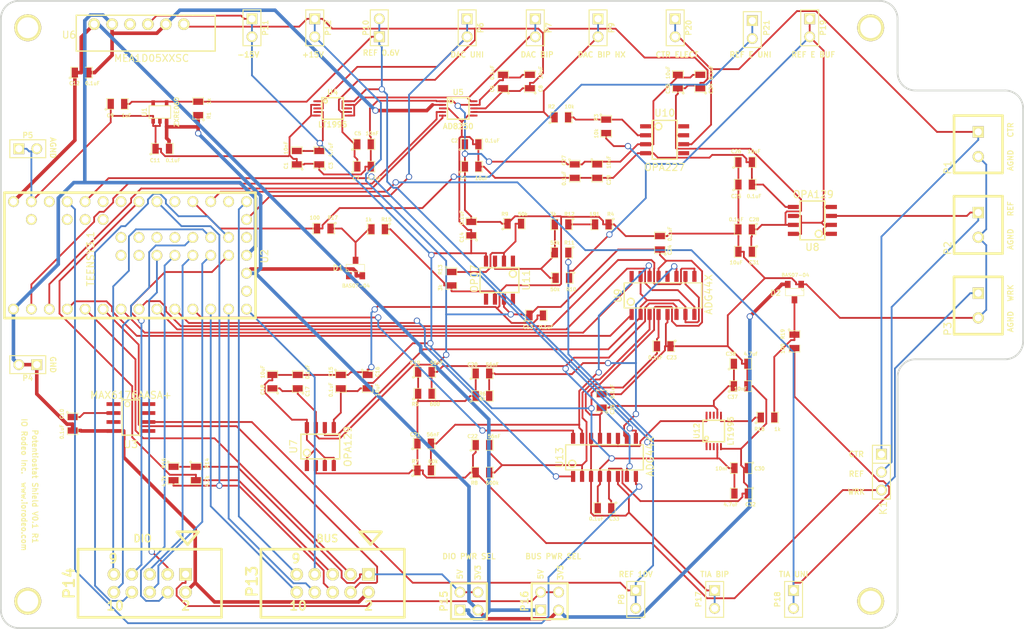
<source format=kicad_pcb>
(kicad_pcb (version 3) (host pcbnew "(2013-jul-07)-stable")
  (layers (15 F.Cu signal) (0 B.Cu signal) (18 B.Paste user) (19 F.Paste user) (20 B.SilkS user) (21 F.SilkS user) (22 B.Mask user) (23 F.Mask user) (28 Edge.Cuts user))
  (net 0 "")
  (net 1 /+15V)
  (net 2 /-15V)
  (net 3 /15V)
  (net 4 /3V3)
  (net 5 /5V)
  (net 6 /AGND)
  (net 7 /CS)
  (net 8 /CTR_ELECT)
  (net 9 /D24)
  (net 10 /D25)
  (net 11 /D26)
  (net 12 /D27)
  (net 13 /D28)
  (net 14 /D29)
  (net 15 /D30)
  (net 16 /D31)
  (net 17 /DAC_BIP)
  (net 18 /DAC_BIP_NX)
  (net 19 /DAC_GAIN_A0)
  (net 20 /DAC_GAIN_A1)
  (net 21 /DAC_UNI)
  (net 22 /GND)
  (net 23 /MISO)
  (net 24 /MOSI)
  (net 25 /REF_0V6)
  (net 26 /REF_10V)
  (net 27 /REF_ELECT)
  (net 28 /REF_ELECT_BUF)
  (net 29 /REF_ELECT_UNI)
  (net 30 /RX)
  (net 31 /SCK)
  (net 32 /SCL)
  (net 33 /SDA)
  (net 34 /TIA_OUT_BIP)
  (net 35 /TIA_OUT_UNI)
  (net 36 /TIA_SW1_IN1)
  (net 37 /TIA_SW1_IN2)
  (net 38 /TIA_SW1_IN3)
  (net 39 /TIA_SW1_IN4)
  (net 40 /TIA_SW2_IN1)
  (net 41 /TIA_SW2_IN2)
  (net 42 /TIA_SW2_IN3)
  (net 43 /TIA_SW2_IN4)
  (net 44 /TX)
  (net 45 /VEXP)
  (net 46 /VUEXT)
  (net 47 /WRK_ELECT)
  (net 48 N-0000010)
  (net 49 N-000004)
  (net 50 N-0000044)
  (net 51 N-0000068)
  (net 52 N-0000069)
  (net 53 N-0000071)
  (net 54 N-0000072)
  (net 55 N-0000073)
  (net 56 N-0000087)
  (net 57 N-0000089)
  (net 58 N-0000090)
  (net 59 N-0000091)
  (net 60 N-0000095)
  (module TEENSY3X (layer F.Cu) (at 69.088 86.868 90)
    (fp_text reference U2 (at -0.127 19.05 90) (layer F.SilkS))
    (fp_text value TEENSY3.1 (at -0.508 -5.588 90) (layer F.SilkS))
    (pad 1 thru_hole circle (at -7.62 -16.51 90) (size 1.524 1.524) (drill 1.016) (layers *.Cu *.Mask F.SilkS) (net 22 /GND))
    (pad 2 thru_hole circle (at -7.62 -13.97 90) (size 1.524 1.524) (drill 1.016) (layers *.Cu *.Mask F.SilkS) (net 19 /DAC_GAIN_A0))
    (pad 3 thru_hole circle (at -7.62 -11.43 90) (size 1.524 1.524) (drill 1.016) (layers *.Cu *.Mask F.SilkS) (net 20 /DAC_GAIN_A1))
    (pad 4 thru_hole circle (at -7.62 -8.89 90) (size 1.524 1.524) (drill 1.016) (layers *.Cu *.Mask F.SilkS) (net 36 /TIA_SW1_IN1))
    (pad 5 thru_hole circle (at -7.62 -6.35 90) (size 1.524 1.524) (drill 1.016) (layers *.Cu *.Mask F.SilkS) (net 44 /TX))
    (pad 6 thru_hole circle (at -7.62 -3.81 90) (size 1.524 1.524) (drill 1.016) (layers *.Cu *.Mask F.SilkS) (net 30 /RX))
    (pad 7 thru_hole circle (at -7.62 -1.27 90) (size 1.524 1.524) (drill 1.016) (layers *.Cu *.Mask F.SilkS) (net 37 /TIA_SW1_IN2))
    (pad 8 thru_hole circle (at -7.62 1.27 90) (size 1.524 1.524) (drill 1.016) (layers *.Cu *.Mask F.SilkS) (net 38 /TIA_SW1_IN3))
    (pad 9 thru_hole circle (at -7.62 3.81 90) (size 1.524 1.524) (drill 1.016) (layers *.Cu *.Mask F.SilkS) (net 39 /TIA_SW1_IN4))
    (pad 10 thru_hole circle (at -7.62 6.35 90) (size 1.524 1.524) (drill 1.016) (layers *.Cu *.Mask F.SilkS) (net 40 /TIA_SW2_IN1))
    (pad 11 thru_hole circle (at -7.62 8.89 90) (size 1.524 1.524) (drill 1.016) (layers *.Cu *.Mask F.SilkS) (net 41 /TIA_SW2_IN2))
    (pad 12 thru_hole circle (at -7.62 11.43 90) (size 1.524 1.524) (drill 1.016) (layers *.Cu *.Mask F.SilkS) (net 7 /CS))
    (pad 13 thru_hole circle (at -7.62 13.97 90) (size 1.524 1.524) (drill 1.016) (layers *.Cu *.Mask F.SilkS) (net 24 /MOSI))
    (pad 14 thru_hole circle (at -7.62 16.51 90) (size 1.524 1.524) (drill 1.016) (layers *.Cu *.Mask F.SilkS) (net 23 /MISO))
    (pad 15 thru_hole circle (at -5.08 16.51 90) (size 1.524 1.524) (drill 1.016) (layers *.Cu *.Mask F.SilkS))
    (pad 16 thru_hole circle (at -2.54 16.51 90) (size 1.524 1.524) (drill 1.016) (layers *.Cu *.Mask F.SilkS) (net 4 /3V3))
    (pad 17 thru_hole circle (at 0 16.51 90) (size 1.524 1.524) (drill 1.016) (layers *.Cu *.Mask F.SilkS) (net 22 /GND))
    (pad 18 thru_hole circle (at 2.54 16.51 90) (size 1.524 1.524) (drill 1.016) (layers *.Cu *.Mask F.SilkS))
    (pad 19 thru_hole circle (at 5.08 16.51 90) (size 1.524 1.524) (drill 1.016) (layers *.Cu *.Mask F.SilkS) (net 21 /DAC_UNI))
    (pad 20 thru_hole circle (at 7.62 16.51 90) (size 1.524 1.524) (drill 1.016) (layers *.Cu *.Mask F.SilkS) (net 31 /SCK))
    (pad 21 thru_hole circle (at 7.62 13.97 90) (size 1.524 1.524) (drill 1.016) (layers *.Cu *.Mask F.SilkS))
    (pad 22 thru_hole circle (at 7.62 11.43 90) (size 1.524 1.524) (drill 1.016) (layers *.Cu *.Mask F.SilkS) (net 35 /TIA_OUT_UNI))
    (pad 23 thru_hole circle (at 7.62 8.89 90) (size 1.524 1.524) (drill 1.016) (layers *.Cu *.Mask F.SilkS) (net 29 /REF_ELECT_UNI))
    (pad 24 thru_hole circle (at 7.62 6.35 90) (size 1.524 1.524) (drill 1.016) (layers *.Cu *.Mask F.SilkS))
    (pad 25 thru_hole circle (at 7.62 3.81 90) (size 1.524 1.524) (drill 1.016) (layers *.Cu *.Mask F.SilkS) (net 33 /SDA))
    (pad 26 thru_hole circle (at 7.62 1.27 90) (size 1.524 1.524) (drill 1.016) (layers *.Cu *.Mask F.SilkS) (net 32 /SCL))
    (pad 27 thru_hole circle (at 7.62 -1.27 90) (size 1.524 1.524) (drill 1.016) (layers *.Cu *.Mask F.SilkS))
    (pad 28 thru_hole circle (at 7.62 -3.81 90) (size 1.524 1.524) (drill 1.016) (layers *.Cu *.Mask F.SilkS))
    (pad 29 thru_hole circle (at 7.62 -6.35 90) (size 1.524 1.524) (drill 1.016) (layers *.Cu *.Mask F.SilkS) (net 42 /TIA_SW2_IN3))
    (pad 30 thru_hole circle (at 7.62 -8.89 90) (size 1.524 1.524) (drill 1.016) (layers *.Cu *.Mask F.SilkS) (net 43 /TIA_SW2_IN4))
    (pad 31 thru_hole circle (at 7.62 -11.43 90) (size 1.524 1.524) (drill 1.016) (layers *.Cu *.Mask F.SilkS))
    (pad 32 thru_hole circle (at 7.62 -13.97 90) (size 1.524 1.524) (drill 1.016) (layers *.Cu *.Mask F.SilkS) (net 6 /AGND))
    (pad 33 thru_hole circle (at 7.62 -16.51 90) (size 1.524 1.524) (drill 1.016) (layers *.Cu *.Mask F.SilkS) (net 5 /5V))
    (pad 34 thru_hole circle (at 0 -1.27 90) (size 1.524 1.524) (drill 1.016) (layers *.Cu *.Mask F.SilkS))
    (pad 35 thru_hole circle (at 0 1.27 90) (size 1.524 1.524) (drill 1.016) (layers *.Cu *.Mask F.SilkS))
    (pad 36 thru_hole circle (at 0 3.81 90) (size 1.524 1.524) (drill 1.016) (layers *.Cu *.Mask F.SilkS) (net 9 /D24))
    (pad 37 thru_hole circle (at 0 6.35 90) (size 1.524 1.524) (drill 1.016) (layers *.Cu *.Mask F.SilkS) (net 10 /D25))
    (pad 38 thru_hole circle (at 0 8.89 90) (size 1.524 1.524) (drill 1.016) (layers *.Cu *.Mask F.SilkS) (net 11 /D26))
    (pad 39 thru_hole circle (at 0 11.43 90) (size 1.524 1.524) (drill 1.016) (layers *.Cu *.Mask F.SilkS) (net 12 /D27))
    (pad 40 thru_hole circle (at 0 13.97 90) (size 1.524 1.524) (drill 1.016) (layers *.Cu *.Mask F.SilkS) (net 13 /D28))
    (pad 41 thru_hole circle (at 2.54 13.97 90) (size 1.524 1.524) (drill 1.016) (layers *.Cu *.Mask F.SilkS) (net 14 /D29))
    (pad 42 thru_hole circle (at 2.54 11.43 90) (size 1.524 1.524) (drill 1.016) (layers *.Cu *.Mask F.SilkS) (net 15 /D30))
    (pad 43 thru_hole circle (at 2.54 8.89 90) (size 1.524 1.524) (drill 1.016) (layers *.Cu *.Mask F.SilkS) (net 16 /D31))
    (pad 44 thru_hole circle (at 2.54 6.35 90) (size 1.524 1.524) (drill 1.016) (layers *.Cu *.Mask F.SilkS))
    (pad 45 thru_hole circle (at 2.54 3.81 90) (size 1.524 1.524) (drill 1.016) (layers *.Cu *.Mask F.SilkS))
    (pad 46 thru_hole circle (at 2.54 1.27 90) (size 1.524 1.524) (drill 1.016) (layers *.Cu *.Mask F.SilkS))
    (pad 47 thru_hole circle (at 2.54 -1.27 90) (size 1.524 1.524) (drill 1.016) (layers *.Cu *.Mask F.SilkS))
    (pad 48 thru_hole circle (at 5.08 -3.81 90) (size 1.524 1.524) (drill 1.016) (layers *.Cu *.Mask F.SilkS))
    (pad 49 thru_hole circle (at 5.08 -6.35 90) (size 1.524 1.524) (drill 1.016) (layers *.Cu *.Mask F.SilkS))
    (pad 50 thru_hole circle (at 5.08 -8.89 90) (size 1.524 1.524) (drill 1.016) (layers *.Cu *.Mask F.SilkS))
    (pad 51 thru_hole circle (at 5.08 -13.97 90) (size 1.524 1.524) (drill 1.016) (layers *.Cu *.Mask F.SilkS))
  )
  (module SOT23-5 (layer F.Cu) (at 73.32 66.545)
    (fp_text reference U1 (at -2.2 0.003 90) (layer F.SilkS) (effects (font (size 0.635 0.635) (thickness 0.127))))
    (fp_text value ZXRE060 (at 2.372 0.003 90) (layer F.SilkS) (effects (font (size 0.635 0.635) (thickness 0.127))))
    (pad 1 smd rect (at -0.9525 1.27) (size 0.508 0.762) (layers F.Cu F.Paste F.Mask) (net 6 /AGND))
    (pad 3 smd rect (at 0.9525 1.27) (size 0.508 0.762) (layers F.Cu F.Paste F.Mask) (net 4 /3V3))
    (pad 5 smd rect (at -0.9525 -1.27) (size 0.508 0.762) (layers F.Cu F.Paste F.Mask) (net 25 /REF_0V6))
    (pad 2 smd rect (at 0 1.27) (size 0.508 0.762) (layers F.Cu F.Paste F.Mask) (net 6 /AGND))
    (pad 4 smd rect (at 0.9525 -1.27) (size 0.508 0.762) (layers F.Cu F.Paste F.Mask) (net 25 /REF_0V6))
  )
  (module SOT23 (layer F.Cu) (at 101.035 88.665)
    (fp_text reference D1 (at -2.483 -0.019) (layer F.SilkS) (effects (font (size 0.762 0.762) (thickness 0.11938))))
    (fp_text value BAS07-04 (at 0.057 2.521) (layer F.SilkS) (effects (font (size 0.50038 0.50038) (thickness 0.09906))))
    (pad 3 smd rect (at 0 -1.09982) (size 0.8001 1.00076) (layers F.Cu F.Paste F.Mask) (net 53 N-0000071))
    (pad 2 smd rect (at 0.9525 1.09982) (size 0.8001 1.00076) (layers F.Cu F.Paste F.Mask) (net 4 /3V3))
    (pad 1 smd rect (at -0.9525 1.09982) (size 0.8001 1.00076) (layers F.Cu F.Paste F.Mask) (net 6 /AGND))
  )
  (module SOT23 (layer F.Cu) (at 163.195 92.075 180)
    (fp_text reference D2 (at 2.667 -0.127 180) (layer F.SilkS) (effects (font (size 0.762 0.762) (thickness 0.11938))))
    (fp_text value BAS07-04 (at -0.127 2.413 180) (layer F.SilkS) (effects (font (size 0.50038 0.50038) (thickness 0.09906))))
    (pad 3 smd rect (at 0 -1.09982 180) (size 0.8001 1.00076) (layers F.Cu F.Paste F.Mask) (net 48 N-0000010))
    (pad 2 smd rect (at 0.9525 1.09982 180) (size 0.8001 1.00076) (layers F.Cu F.Paste F.Mask) (net 4 /3V3))
    (pad 1 smd rect (at -0.9525 1.09982 180) (size 0.8001 1.00076) (layers F.Cu F.Paste F.Mask) (net 6 /AGND))
  )
  (module SM0805 (layer F.Cu) (at 98.945 104.77 270)
    (fp_text reference C15 (at -1.392 1.409 270) (layer F.SilkS) (effects (font (size 0.50038 0.50038) (thickness 0.10922))))
    (fp_text value 0.1uF (at 1.148 1.409 270) (layer F.SilkS) (effects (font (size 0.50038 0.50038) (thickness 0.10922))))
    (pad 1 smd rect (at -0.9525 0 270) (size 0.889 1.397) (layers F.Cu F.Paste F.Mask) (net 6 /AGND))
    (pad 2 smd rect (at 0.9525 0 270) (size 0.889 1.397) (layers F.Cu F.Paste F.Mask) (net 2 /-15V))
  )
  (module SM0805 (layer F.Cu) (at 110.85 103.39)
    (fp_text reference C19 (at -1.376 -1.282) (layer F.SilkS) (effects (font (size 0.50038 0.50038) (thickness 0.10922))))
    (fp_text value 56nF (at 1.672 -1.282) (layer F.SilkS) (effects (font (size 0.50038 0.50038) (thickness 0.10922))))
    (pad 1 smd rect (at -0.9525 0) (size 0.889 1.397) (layers F.Cu F.Paste F.Mask) (net 47 /WRK_ELECT))
    (pad 2 smd rect (at 0.9525 0) (size 0.889 1.397) (layers F.Cu F.Paste F.Mask) (net 56 N-0000087))
  )
  (module SM0805 (layer F.Cu) (at 155.575 105.41)
    (fp_text reference C37 (at -1.143 1.524) (layer F.SilkS) (effects (font (size 0.50038 0.50038) (thickness 0.10922))))
    (fp_text value 10nF (at 0 0.381) (layer F.SilkS) (effects (font (size 0.50038 0.50038) (thickness 0.10922))))
    (pad 1 smd rect (at -0.9525 0) (size 0.889 1.397) (layers F.Cu F.Paste F.Mask) (net 1 /+15V))
    (pad 2 smd rect (at 0.9525 0) (size 0.889 1.397) (layers F.Cu F.Paste F.Mask) (net 6 /AGND))
  )
  (module SM0805 (layer F.Cu) (at 155.645 117.03 180)
    (fp_text reference C30 (at -2.597 -0.064 180) (layer F.SilkS) (effects (font (size 0.50038 0.50038) (thickness 0.10922))))
    (fp_text value 10nF (at 2.737 -0.064 180) (layer F.SilkS) (effects (font (size 0.50038 0.50038) (thickness 0.10922))))
    (pad 1 smd rect (at -0.9525 0 180) (size 0.889 1.397) (layers F.Cu F.Paste F.Mask) (net 6 /AGND))
    (pad 2 smd rect (at 0.9525 0 180) (size 0.889 1.397) (layers F.Cu F.Paste F.Mask) (net 2 /-15V))
  )
  (module SM0805 (layer F.Cu) (at 155.575 102.235)
    (fp_text reference C38 (at -1.397 -1.397) (layer F.SilkS) (effects (font (size 0.50038 0.50038) (thickness 0.10922))))
    (fp_text value 4.7uf (at 1.397 -1.397) (layer F.SilkS) (effects (font (size 0.50038 0.50038) (thickness 0.10922))))
    (pad 1 smd rect (at -0.9525 0) (size 0.889 1.397) (layers F.Cu F.Paste F.Mask) (net 1 /+15V))
    (pad 2 smd rect (at 0.9525 0) (size 0.889 1.397) (layers F.Cu F.Paste F.Mask) (net 6 /AGND))
  )
  (module SM0805 (layer F.Cu) (at 155.645 120.63 180)
    (fp_text reference C32 (at -1.327 -1.544 180) (layer F.SilkS) (effects (font (size 0.50038 0.50038) (thickness 0.10922))))
    (fp_text value 4.7uF (at 1.467 -1.544 180) (layer F.SilkS) (effects (font (size 0.50038 0.50038) (thickness 0.10922))))
    (pad 1 smd rect (at -0.9525 0 180) (size 0.889 1.397) (layers F.Cu F.Paste F.Mask) (net 6 /AGND))
    (pad 2 smd rect (at 0.9525 0 180) (size 0.889 1.397) (layers F.Cu F.Paste F.Mask) (net 2 /-15V))
  )
  (module SM0805 (layer F.Cu) (at 92.845 104.77 90)
    (fp_text reference C17 (at -1.402 1.389 90) (layer F.SilkS) (effects (font (size 0.50038 0.50038) (thickness 0.10922))))
    (fp_text value 0.1uF (at 1.392 1.389 90) (layer F.SilkS) (effects (font (size 0.50038 0.50038) (thickness 0.10922))))
    (pad 1 smd rect (at -0.9525 0 90) (size 0.889 1.397) (layers F.Cu F.Paste F.Mask) (net 1 /+15V))
    (pad 2 smd rect (at 0.9525 0 90) (size 0.889 1.397) (layers F.Cu F.Paste F.Mask) (net 6 /AGND))
  )
  (module SM0805 (layer F.Cu) (at 110.85 106.49)
    (fp_text reference R5 (at -1.376 1.46) (layer F.SilkS) (effects (font (size 0.50038 0.50038) (thickness 0.10922))))
    (fp_text value 600 (at 1.418 1.46) (layer F.SilkS) (effects (font (size 0.50038 0.50038) (thickness 0.10922))))
    (pad 1 smd rect (at -0.9525 0) (size 0.889 1.397) (layers F.Cu F.Paste F.Mask) (net 47 /WRK_ELECT))
    (pad 2 smd rect (at 0.9525 0) (size 0.889 1.397) (layers F.Cu F.Paste F.Mask) (net 56 N-0000087))
  )
  (module SM0805 (layer F.Cu) (at 89.245 104.77 90)
    (fp_text reference C18 (at -1.148 -1.361 90) (layer F.SilkS) (effects (font (size 0.50038 0.50038) (thickness 0.10922))))
    (fp_text value 10uF (at 1.392 -1.361 90) (layer F.SilkS) (effects (font (size 0.50038 0.50038) (thickness 0.10922))))
    (pad 1 smd rect (at -0.9525 0 90) (size 0.889 1.397) (layers F.Cu F.Paste F.Mask) (net 1 /+15V))
    (pad 2 smd rect (at 0.9525 0 90) (size 0.889 1.397) (layers F.Cu F.Paste F.Mask) (net 6 /AGND))
  )
  (module SM0805 (layer F.Cu) (at 102.745 104.77 270)
    (fp_text reference C16 (at -1.392 -1.395 270) (layer F.SilkS) (effects (font (size 0.50038 0.50038) (thickness 0.10922))))
    (fp_text value 10uF (at 1.148 -1.395 270) (layer F.SilkS) (effects (font (size 0.50038 0.50038) (thickness 0.10922))))
    (pad 1 smd rect (at -0.9525 0 270) (size 0.889 1.397) (layers F.Cu F.Paste F.Mask) (net 6 /AGND))
    (pad 2 smd rect (at 0.9525 0 270) (size 0.889 1.397) (layers F.Cu F.Paste F.Mask) (net 2 /-15V))
  )
  (module SM0805 (layer F.Cu) (at 144.68 99.75 180)
    (fp_text reference C23 (at -1.116 -1.596 180) (layer F.SilkS) (effects (font (size 0.50038 0.50038) (thickness 0.10922))))
    (fp_text value 0.1uF (at 1.17 -1.596 180) (layer F.SilkS) (effects (font (size 0.50038 0.50038) (thickness 0.10922))))
    (pad 1 smd rect (at -0.9525 0 180) (size 0.889 1.397) (layers F.Cu F.Paste F.Mask) (net 6 /AGND))
    (pad 2 smd rect (at 0.9525 0 180) (size 0.889 1.397) (layers F.Cu F.Paste F.Mask) (net 2 /-15V))
  )
  (module SM0805 (layer F.Cu) (at 144.145 85.09 90)
    (fp_text reference C24 (at -1.016 1.397 90) (layer F.SilkS) (effects (font (size 0.50038 0.50038) (thickness 0.10922))))
    (fp_text value 0.1uF (at 1.27 1.397 90) (layer F.SilkS) (effects (font (size 0.50038 0.50038) (thickness 0.10922))))
    (pad 1 smd rect (at -0.9525 0 90) (size 0.889 1.397) (layers F.Cu F.Paste F.Mask) (net 1 /+15V))
    (pad 2 smd rect (at 0.9525 0 90) (size 0.889 1.397) (layers F.Cu F.Paste F.Mask) (net 6 /AGND))
  )
  (module SM0805 (layer F.Cu) (at 136.29 122.705 180)
    (fp_text reference C33 (at -1.378 -1.501 180) (layer F.SilkS) (effects (font (size 0.50038 0.50038) (thickness 0.10922))))
    (fp_text value 0.1uF (at 1.162 -1.501 180) (layer F.SilkS) (effects (font (size 0.50038 0.50038) (thickness 0.10922))))
    (pad 1 smd rect (at -0.9525 0 180) (size 0.889 1.397) (layers F.Cu F.Paste F.Mask) (net 6 /AGND))
    (pad 2 smd rect (at 0.9525 0 180) (size 0.889 1.397) (layers F.Cu F.Paste F.Mask) (net 2 /-15V))
  )
  (module SM0805 (layer F.Cu) (at 135.89 107.505 90)
    (fp_text reference C35 (at -1.207 1.524 90) (layer F.SilkS) (effects (font (size 0.50038 0.50038) (thickness 0.10922))))
    (fp_text value 0.1uF (at 1.333 1.524 90) (layer F.SilkS) (effects (font (size 0.50038 0.50038) (thickness 0.10922))))
    (pad 1 smd rect (at -0.9525 0 90) (size 0.889 1.397) (layers F.Cu F.Paste F.Mask) (net 1 /+15V))
    (pad 2 smd rect (at 0.9525 0 90) (size 0.889 1.397) (layers F.Cu F.Paste F.Mask) (net 6 /AGND))
  )
  (module SM0805 (layer F.Cu) (at 159.385 109.855)
    (fp_text reference R18 (at -1.143 1.651) (layer F.SilkS) (effects (font (size 0.50038 0.50038) (thickness 0.10922))))
    (fp_text value 1k (at 1.397 1.651) (layer F.SilkS) (effects (font (size 0.50038 0.50038) (thickness 0.10922))))
    (pad 1 smd rect (at -0.9525 0) (size 0.889 1.397) (layers F.Cu F.Paste F.Mask) (net 49 N-000004))
    (pad 2 smd rect (at 0.9525 0) (size 0.889 1.397) (layers F.Cu F.Paste F.Mask) (net 48 N-0000010))
  )
  (module SM0805 (layer F.Cu) (at 163.195 99.06 270)
    (fp_text reference R19 (at -1.016 1.651 270) (layer F.SilkS) (effects (font (size 0.50038 0.50038) (thickness 0.10922))))
    (fp_text value 100 (at 1.016 1.651 270) (layer F.SilkS) (effects (font (size 0.50038 0.50038) (thickness 0.10922))))
    (pad 1 smd rect (at -0.9525 0 270) (size 0.889 1.397) (layers F.Cu F.Paste F.Mask) (net 48 N-0000010))
    (pad 2 smd rect (at 0.9525 0 270) (size 0.889 1.397) (layers F.Cu F.Paste F.Mask) (net 35 /TIA_OUT_UNI))
  )
  (module SM0805 (layer F.Cu) (at 130.215 82.48 180)
    (fp_text reference R12 (at -1.103 1.454 180) (layer F.SilkS) (effects (font (size 0.50038 0.50038) (thickness 0.10922))))
    (fp_text value 3k (at 1.183 1.454 180) (layer F.SilkS) (effects (font (size 0.50038 0.50038) (thickness 0.10922))))
    (pad 1 smd rect (at -0.9525 0 180) (size 0.889 1.397) (layers F.Cu F.Paste F.Mask) (net 52 N-0000069))
    (pad 2 smd rect (at 0.9525 0 180) (size 0.889 1.397) (layers F.Cu F.Paste F.Mask) (net 55 N-0000073))
  )
  (module SM0805 (layer F.Cu) (at 130.315 90.08 180)
    (fp_text reference R10 (at -1.257 -1.614 180) (layer F.SilkS) (effects (font (size 0.50038 0.50038) (thickness 0.10922))))
    (fp_text value 50k (at 1.029 -1.614 180) (layer F.SilkS) (effects (font (size 0.50038 0.50038) (thickness 0.10922))))
    (pad 1 smd rect (at -0.9525 0 180) (size 0.889 1.397) (layers F.Cu F.Paste F.Mask) (net 28 /REF_ELECT_BUF))
    (pad 2 smd rect (at 0.9525 0 180) (size 0.889 1.397) (layers F.Cu F.Paste F.Mask) (net 55 N-0000073))
  )
  (module SM0805 (layer F.Cu) (at 123.515 82.38)
    (fp_text reference R9 (at -1.341 -1.354) (layer F.SilkS) (effects (font (size 0.50038 0.50038) (thickness 0.10922))))
    (fp_text value 50k (at 1.199 -1.354) (layer F.SilkS) (effects (font (size 0.50038 0.50038) (thickness 0.10922))))
    (pad 1 smd rect (at -0.9525 0) (size 0.889 1.397) (layers F.Cu F.Paste F.Mask) (net 6 /AGND))
    (pad 2 smd rect (at 0.9525 0) (size 0.889 1.397) (layers F.Cu F.Paste F.Mask) (net 51 N-0000068))
  )
  (module SM0805 (layer F.Cu) (at 130.215 86.48 180)
    (fp_text reference R11 (at -1.103 1.39 180) (layer F.SilkS) (effects (font (size 0.50038 0.50038) (thickness 0.10922))))
    (fp_text value 50k (at 0.929 1.39 180) (layer F.SilkS) (effects (font (size 0.50038 0.50038) (thickness 0.10922))))
    (pad 1 smd rect (at -0.9525 0 180) (size 0.889 1.397) (layers F.Cu F.Paste F.Mask) (net 26 /REF_10V))
    (pad 2 smd rect (at 0.9525 0 180) (size 0.889 1.397) (layers F.Cu F.Paste F.Mask) (net 55 N-0000073))
  )
  (module SM0805 (layer F.Cu) (at 114.615 90.18 270)
    (fp_text reference R13 (at -1.28 1.585 270) (layer F.SilkS) (effects (font (size 0.50038 0.50038) (thickness 0.10922))))
    (fp_text value 3k (at 1.26 1.585 270) (layer F.SilkS) (effects (font (size 0.50038 0.50038) (thickness 0.10922))))
    (pad 1 smd rect (at -0.9525 0 270) (size 0.889 1.397) (layers F.Cu F.Paste F.Mask) (net 51 N-0000068))
    (pad 2 smd rect (at 0.9525 0 270) (size 0.889 1.397) (layers F.Cu F.Paste F.Mask) (net 54 N-0000072))
  )
  (module SM0805 (layer F.Cu) (at 104.235 83.165 180)
    (fp_text reference R15 (at -1.175 1.377 180) (layer F.SilkS) (effects (font (size 0.50038 0.50038) (thickness 0.10922))))
    (fp_text value 1k (at 1.365 1.377 180) (layer F.SilkS) (effects (font (size 0.50038 0.50038) (thickness 0.10922))))
    (pad 1 smd rect (at -0.9525 0 180) (size 0.889 1.397) (layers F.Cu F.Paste F.Mask) (net 54 N-0000072))
    (pad 2 smd rect (at 0.9525 0 180) (size 0.889 1.397) (layers F.Cu F.Paste F.Mask) (net 53 N-0000071))
  )
  (module SM0805 (layer F.Cu) (at 96.535 83.065 180)
    (fp_text reference R17 (at -1.255 1.531 180) (layer F.SilkS) (effects (font (size 0.50038 0.50038) (thickness 0.10922))))
    (fp_text value 100 (at 1.285 1.531 180) (layer F.SilkS) (effects (font (size 0.50038 0.50038) (thickness 0.10922))))
    (pad 1 smd rect (at -0.9525 0 180) (size 0.889 1.397) (layers F.Cu F.Paste F.Mask) (net 53 N-0000071))
    (pad 2 smd rect (at 0.9525 0 180) (size 0.889 1.397) (layers F.Cu F.Paste F.Mask) (net 29 /REF_ELECT_UNI))
  )
  (module SM0805 (layer F.Cu) (at 126.615 95.38)
    (fp_text reference C13 (at -1.139 1.648) (layer F.SilkS) (effects (font (size 0.50038 0.50038) (thickness 0.10922))))
    (fp_text value 0.1uF (at 1.401 1.648) (layer F.SilkS) (effects (font (size 0.50038 0.50038) (thickness 0.10922))))
    (pad 1 smd rect (at -0.9525 0) (size 0.889 1.397) (layers F.Cu F.Paste F.Mask) (net 1 /+15V))
    (pad 2 smd rect (at 0.9525 0) (size 0.889 1.397) (layers F.Cu F.Paste F.Mask) (net 6 /AGND))
  )
  (module SM0805 (layer F.Cu) (at 117.415 83.08 90)
    (fp_text reference C14 (at -1.248 -1.337 90) (layer F.SilkS) (effects (font (size 0.50038 0.50038) (thickness 0.10922))))
    (fp_text value 0.1uF (at 1.546 -1.337 90) (layer F.SilkS) (effects (font (size 0.50038 0.50038) (thickness 0.10922))))
    (pad 1 smd rect (at -0.9525 0 90) (size 0.889 1.397) (layers F.Cu F.Paste F.Mask) (net 2 /-15V))
    (pad 2 smd rect (at 0.9525 0 90) (size 0.889 1.397) (layers F.Cu F.Paste F.Mask) (net 6 /AGND))
  )
  (module SM0805 (layer F.Cu) (at 135.915 82.48 180)
    (fp_text reference R4 (at -1.245 1.454 180) (layer F.SilkS) (effects (font (size 0.50038 0.50038) (thickness 0.10922))))
    (fp_text value 191 (at 1.041 1.454 180) (layer F.SilkS) (effects (font (size 0.50038 0.50038) (thickness 0.10922))))
    (pad 1 smd rect (at -0.9525 0 180) (size 0.889 1.397) (layers F.Cu F.Paste F.Mask) (net 6 /AGND))
    (pad 2 smd rect (at 0.9525 0 180) (size 0.889 1.397) (layers F.Cu F.Paste F.Mask) (net 52 N-0000069))
  )
  (module SM0805 (layer F.Cu) (at 60.96 110.744 270)
    (fp_text reference C10 (at -1.397 1.524 270) (layer F.SilkS) (effects (font (size 0.50038 0.50038) (thickness 0.10922))))
    (fp_text value 0.1uF (at 1.143 1.524 270) (layer F.SilkS) (effects (font (size 0.50038 0.50038) (thickness 0.10922))))
    (pad 1 smd rect (at -0.9525 0 270) (size 0.889 1.397) (layers F.Cu F.Paste F.Mask) (net 3 /15V))
    (pad 2 smd rect (at 0.9525 0 270) (size 0.889 1.397) (layers F.Cu F.Paste F.Mask) (net 22 /GND))
  )
  (module SM0805 (layer F.Cu) (at 62.23 60.96)
    (fp_text reference C12 (at -1.016 1.524) (layer F.SilkS) (effects (font (size 0.50038 0.50038) (thickness 0.10922))))
    (fp_text value 0.1uF (at 1.524 1.524) (layer F.SilkS) (effects (font (size 0.50038 0.50038) (thickness 0.10922))))
    (pad 1 smd rect (at -0.9525 0) (size 0.889 1.397) (layers F.Cu F.Paste F.Mask) (net 5 /5V))
    (pad 2 smd rect (at 0.9525 0) (size 0.889 1.397) (layers F.Cu F.Paste F.Mask) (net 22 /GND))
  )
  (module SM0805 (layer F.Cu) (at 78.4225 117.792 270)
    (fp_text reference R14 (at -1.4605 -1.5875 270) (layer F.SilkS) (effects (font (size 0.50038 0.50038) (thickness 0.10922))))
    (fp_text value 4.7k (at 1.0795 -1.5875 270) (layer F.SilkS) (effects (font (size 0.50038 0.50038) (thickness 0.10922))))
    (pad 1 smd rect (at -0.9525 0 270) (size 0.889 1.397) (layers F.Cu F.Paste F.Mask) (net 46 /VUEXT))
    (pad 2 smd rect (at 0.9525 0 270) (size 0.889 1.397) (layers F.Cu F.Paste F.Mask) (net 32 /SCL))
  )
  (module SM0805 (layer F.Cu) (at 75.2475 117.792 270)
    (fp_text reference R16 (at -1.4605 1.3335 270) (layer F.SilkS) (effects (font (size 0.50038 0.50038) (thickness 0.10922))))
    (fp_text value 4.7k (at 1.0795 1.3335 270) (layer F.SilkS) (effects (font (size 0.50038 0.50038) (thickness 0.10922))))
    (pad 1 smd rect (at -0.9525 0 270) (size 0.889 1.397) (layers F.Cu F.Paste F.Mask) (net 46 /VUEXT))
    (pad 2 smd rect (at 0.9525 0 270) (size 0.889 1.397) (layers F.Cu F.Paste F.Mask) (net 33 /SDA))
  )
  (module SM0805 (layer F.Cu) (at 149.86 62.23 90)
    (fp_text reference C34 (at -1.016 1.524 90) (layer F.SilkS) (effects (font (size 0.50038 0.50038) (thickness 0.10922))))
    (fp_text value 0.1uF (at 1.27 1.524 90) (layer F.SilkS) (effects (font (size 0.50038 0.50038) (thickness 0.10922))))
    (pad 1 smd rect (at -0.9525 0 90) (size 0.889 1.397) (layers F.Cu F.Paste F.Mask) (net 1 /+15V))
    (pad 2 smd rect (at 0.9525 0 90) (size 0.889 1.397) (layers F.Cu F.Paste F.Mask) (net 6 /AGND))
  )
  (module SM0805 (layer F.Cu) (at 156.21 73.66)
    (fp_text reference C26 (at -1.27 -1.524) (layer F.SilkS) (effects (font (size 0.50038 0.50038) (thickness 0.10922))))
    (fp_text value 10uF (at 1.27 -1.524) (layer F.SilkS) (effects (font (size 0.50038 0.50038) (thickness 0.10922))))
    (pad 1 smd rect (at -0.9525 0) (size 0.889 1.397) (layers F.Cu F.Paste F.Mask) (net 6 /AGND))
    (pad 2 smd rect (at 0.9525 0) (size 0.889 1.397) (layers F.Cu F.Paste F.Mask) (net 2 /-15V))
  )
  (module SM0805 (layer F.Cu) (at 156.21 86.36 180)
    (fp_text reference C31 (at -1.27 -1.524 180) (layer F.SilkS) (effects (font (size 0.50038 0.50038) (thickness 0.10922))))
    (fp_text value 10uF (at 1.27 -1.524 180) (layer F.SilkS) (effects (font (size 0.50038 0.50038) (thickness 0.10922))))
    (pad 1 smd rect (at -0.9525 0 180) (size 0.889 1.397) (layers F.Cu F.Paste F.Mask) (net 1 /+15V))
    (pad 2 smd rect (at 0.9525 0 180) (size 0.889 1.397) (layers F.Cu F.Paste F.Mask) (net 6 /AGND))
  )
  (module SM0805 (layer F.Cu) (at 156.21 76.835)
    (fp_text reference C25 (at -1.27 1.651) (layer F.SilkS) (effects (font (size 0.50038 0.50038) (thickness 0.10922))))
    (fp_text value 0.1uF (at 1.27 1.651) (layer F.SilkS) (effects (font (size 0.50038 0.50038) (thickness 0.10922))))
    (pad 1 smd rect (at -0.9525 0) (size 0.889 1.397) (layers F.Cu F.Paste F.Mask) (net 6 /AGND))
    (pad 2 smd rect (at 0.9525 0) (size 0.889 1.397) (layers F.Cu F.Paste F.Mask) (net 2 /-15V))
  )
  (module SM0805 (layer F.Cu) (at 156.21 83.185 180)
    (fp_text reference C28 (at -1.27 1.397 180) (layer F.SilkS) (effects (font (size 0.50038 0.50038) (thickness 0.10922))))
    (fp_text value 0.1uF (at 1.27 1.397 180) (layer F.SilkS) (effects (font (size 0.50038 0.50038) (thickness 0.10922))))
    (pad 1 smd rect (at -0.9525 0 180) (size 0.889 1.397) (layers F.Cu F.Paste F.Mask) (net 1 /+15V))
    (pad 2 smd rect (at 0.9525 0 180) (size 0.889 1.397) (layers F.Cu F.Paste F.Mask) (net 6 /AGND))
  )
  (module SM0805 (layer F.Cu) (at 95.885 73.025 90)
    (fp_text reference C3 (at -1.143 1.651 90) (layer F.SilkS) (effects (font (size 0.50038 0.50038) (thickness 0.10922))))
    (fp_text value 4.7uF (at 1.143 1.651 90) (layer F.SilkS) (effects (font (size 0.50038 0.50038) (thickness 0.10922))))
    (pad 1 smd rect (at -0.9525 0 90) (size 0.889 1.397) (layers F.Cu F.Paste F.Mask) (net 6 /AGND))
    (pad 2 smd rect (at 0.9525 0 90) (size 0.889 1.397) (layers F.Cu F.Paste F.Mask) (net 2 /-15V))
  )
  (module SM0805 (layer F.Cu) (at 102.235 74.295)
    (fp_text reference C7 (at -1.143 1.651) (layer F.SilkS) (effects (font (size 0.50038 0.50038) (thickness 0.10922))))
    (fp_text value 4.7uf (at 1.397 1.651) (layer F.SilkS) (effects (font (size 0.50038 0.50038) (thickness 0.10922))))
    (pad 1 smd rect (at -0.9525 0) (size 0.889 1.397) (layers F.Cu F.Paste F.Mask) (net 1 /+15V))
    (pad 2 smd rect (at 0.9525 0) (size 0.889 1.397) (layers F.Cu F.Paste F.Mask) (net 6 /AGND))
  )
  (module SM0805 (layer F.Cu) (at 121.92 62.23 90)
    (fp_text reference C6 (at -1.016 -1.524 90) (layer F.SilkS) (effects (font (size 0.50038 0.50038) (thickness 0.10922))))
    (fp_text value 0.1uF (at 1.27 -1.524 90) (layer F.SilkS) (effects (font (size 0.50038 0.50038) (thickness 0.10922))))
    (pad 1 smd rect (at -0.9525 0 90) (size 0.889 1.397) (layers F.Cu F.Paste F.Mask) (net 1 /+15V))
    (pad 2 smd rect (at 0.9525 0 90) (size 0.889 1.397) (layers F.Cu F.Paste F.Mask) (net 6 /AGND))
  )
  (module SM0805 (layer F.Cu) (at 117.475 71.12)
    (fp_text reference C2 (at -2.413 -0.508) (layer F.SilkS) (effects (font (size 0.50038 0.50038) (thickness 0.10922))))
    (fp_text value 0.1uF (at 2.921 -0.508) (layer F.SilkS) (effects (font (size 0.50038 0.50038) (thickness 0.10922))))
    (pad 1 smd rect (at -0.9525 0) (size 0.889 1.397) (layers F.Cu F.Paste F.Mask) (net 6 /AGND))
    (pad 2 smd rect (at 0.9525 0) (size 0.889 1.397) (layers F.Cu F.Paste F.Mask) (net 2 /-15V))
  )
  (module SM0805 (layer F.Cu) (at 125.73 62.23 90)
    (fp_text reference C8 (at -1.016 1.524 90) (layer F.SilkS) (effects (font (size 0.50038 0.50038) (thickness 0.10922))))
    (fp_text value 10uF (at 1.27 1.524 90) (layer F.SilkS) (effects (font (size 0.50038 0.50038) (thickness 0.10922))))
    (pad 1 smd rect (at -0.9525 0 90) (size 0.889 1.397) (layers F.Cu F.Paste F.Mask) (net 1 /+15V))
    (pad 2 smd rect (at 0.9525 0 90) (size 0.889 1.397) (layers F.Cu F.Paste F.Mask) (net 6 /AGND))
  )
  (module SM0805 (layer F.Cu) (at 117.475 74.295)
    (fp_text reference C4 (at -1.143 1.651) (layer F.SilkS) (effects (font (size 0.50038 0.50038) (thickness 0.10922))))
    (fp_text value 10uF (at 1.397 1.651) (layer F.SilkS) (effects (font (size 0.50038 0.50038) (thickness 0.10922))))
    (pad 1 smd rect (at -0.9525 0) (size 0.889 1.397) (layers F.Cu F.Paste F.Mask) (net 6 /AGND))
    (pad 2 smd rect (at 0.9525 0) (size 0.889 1.397) (layers F.Cu F.Paste F.Mask) (net 2 /-15V))
  )
  (module SM0805 (layer F.Cu) (at 92.71 73.025 90)
    (fp_text reference C1 (at -1.143 -1.524 90) (layer F.SilkS) (effects (font (size 0.50038 0.50038) (thickness 0.10922))))
    (fp_text value 10nF (at 1.397 -1.524 90) (layer F.SilkS) (effects (font (size 0.50038 0.50038) (thickness 0.10922))))
    (pad 1 smd rect (at -0.9525 0 90) (size 0.889 1.397) (layers F.Cu F.Paste F.Mask) (net 6 /AGND))
    (pad 2 smd rect (at 0.9525 0 90) (size 0.889 1.397) (layers F.Cu F.Paste F.Mask) (net 2 /-15V))
  )
  (module SM0805 (layer F.Cu) (at 130.175 67.31)
    (fp_text reference R2 (at -1.397 -1.524) (layer F.SilkS) (effects (font (size 0.50038 0.50038) (thickness 0.10922))))
    (fp_text value 10k (at 1.143 -1.524) (layer F.SilkS) (effects (font (size 0.50038 0.50038) (thickness 0.10922))))
    (pad 1 smd rect (at -0.9525 0) (size 0.889 1.397) (layers F.Cu F.Paste F.Mask) (net 18 /DAC_BIP_NX))
    (pad 2 smd rect (at 0.9525 0) (size 0.889 1.397) (layers F.Cu F.Paste F.Mask) (net 60 N-0000095))
  )
  (module SM0805 (layer F.Cu) (at 136.525 68.58 270)
    (fp_text reference R3 (at -1.27 1.397 270) (layer F.SilkS) (effects (font (size 0.50038 0.50038) (thickness 0.10922))))
    (fp_text value 10k (at 1.016 1.397 270) (layer F.SilkS) (effects (font (size 0.50038 0.50038) (thickness 0.10922))))
    (pad 1 smd rect (at -0.9525 0 270) (size 0.889 1.397) (layers F.Cu F.Paste F.Mask) (net 60 N-0000095))
    (pad 2 smd rect (at 0.9525 0 270) (size 0.889 1.397) (layers F.Cu F.Paste F.Mask) (net 28 /REF_ELECT_BUF))
  )
  (module SM0805 (layer F.Cu) (at 132.08 74.93 270)
    (fp_text reference C27 (at -1.524 1.524 270) (layer F.SilkS) (effects (font (size 0.50038 0.50038) (thickness 0.10922))))
    (fp_text value 0.1uF (at 1.016 1.524 270) (layer F.SilkS) (effects (font (size 0.50038 0.50038) (thickness 0.10922))))
    (pad 1 smd rect (at -0.9525 0 270) (size 0.889 1.397) (layers F.Cu F.Paste F.Mask) (net 6 /AGND))
    (pad 2 smd rect (at 0.9525 0 270) (size 0.889 1.397) (layers F.Cu F.Paste F.Mask) (net 2 /-15V))
  )
  (module SM0805 (layer F.Cu) (at 146.685 62.23 90)
    (fp_text reference C36 (at -1.016 -1.397 90) (layer F.SilkS) (effects (font (size 0.50038 0.50038) (thickness 0.10922))))
    (fp_text value 10uF (at 1.27 -1.397 90) (layer F.SilkS) (effects (font (size 0.50038 0.50038) (thickness 0.10922))))
    (pad 1 smd rect (at -0.9525 0 90) (size 0.889 1.397) (layers F.Cu F.Paste F.Mask) (net 1 /+15V))
    (pad 2 smd rect (at 0.9525 0 90) (size 0.889 1.397) (layers F.Cu F.Paste F.Mask) (net 6 /AGND))
  )
  (module SM0805 (layer F.Cu) (at 135.255 74.93 270)
    (fp_text reference C29 (at 1.27 -1.651 270) (layer F.SilkS) (effects (font (size 0.50038 0.50038) (thickness 0.10922))))
    (fp_text value 10uF (at -1.27 -1.651 270) (layer F.SilkS) (effects (font (size 0.50038 0.50038) (thickness 0.10922))))
    (pad 1 smd rect (at -0.9525 0 270) (size 0.889 1.397) (layers F.Cu F.Paste F.Mask) (net 6 /AGND))
    (pad 2 smd rect (at 0.9525 0 270) (size 0.889 1.397) (layers F.Cu F.Paste F.Mask) (net 2 /-15V))
  )
  (module SM0805 (layer F.Cu) (at 119.005 117.655)
    (fp_text reference R8 (at -1.149 1.471) (layer F.SilkS) (effects (font (size 0.50038 0.50038) (thickness 0.10922))))
    (fp_text value 600k (at 1.391 1.471) (layer F.SilkS) (effects (font (size 0.50038 0.50038) (thickness 0.10922))))
    (pad 1 smd rect (at -0.9525 0) (size 0.889 1.397) (layers F.Cu F.Paste F.Mask) (net 47 /WRK_ELECT))
    (pad 2 smd rect (at 0.9525 0) (size 0.889 1.397) (layers F.Cu F.Paste F.Mask) (net 59 N-0000091))
  )
  (module SM0805 (layer F.Cu) (at 119.005 113.755)
    (fp_text reference C22 (at -1.403 -1.233) (layer F.SilkS) (effects (font (size 0.50038 0.50038) (thickness 0.10922))))
    (fp_text value 56nF (at 1.645 -1.233) (layer F.SilkS) (effects (font (size 0.50038 0.50038) (thickness 0.10922))))
    (pad 1 smd rect (at -0.9525 0) (size 0.889 1.397) (layers F.Cu F.Paste F.Mask) (net 47 /WRK_ELECT))
    (pad 2 smd rect (at 0.9525 0) (size 0.889 1.397) (layers F.Cu F.Paste F.Mask) (net 59 N-0000091))
  )
  (module SM0805 (layer F.Cu) (at 110.75 117.345)
    (fp_text reference R7 (at -1.276 -1.267) (layer F.SilkS) (effects (font (size 0.50038 0.50038) (thickness 0.10922))))
    (fp_text value 60k (at 1.264 -1.267) (layer F.SilkS) (effects (font (size 0.50038 0.50038) (thickness 0.10922))))
    (pad 1 smd rect (at -0.9525 0) (size 0.889 1.397) (layers F.Cu F.Paste F.Mask) (net 47 /WRK_ELECT))
    (pad 2 smd rect (at 0.9525 0) (size 0.889 1.397) (layers F.Cu F.Paste F.Mask) (net 58 N-0000090))
  )
  (module SM0805 (layer F.Cu) (at 102.235 71.12)
    (fp_text reference C5 (at -0.889 -1.524) (layer F.SilkS) (effects (font (size 0.50038 0.50038) (thickness 0.10922))))
    (fp_text value 10nF (at 1.143 -1.524) (layer F.SilkS) (effects (font (size 0.50038 0.50038) (thickness 0.10922))))
    (pad 1 smd rect (at -0.9525 0) (size 0.889 1.397) (layers F.Cu F.Paste F.Mask) (net 1 /+15V))
    (pad 2 smd rect (at 0.9525 0) (size 0.889 1.397) (layers F.Cu F.Paste F.Mask) (net 6 /AGND))
  )
  (module SM0805 (layer F.Cu) (at 67.31 65.405)
    (fp_text reference C9 (at -1.016 1.651) (layer F.SilkS) (effects (font (size 0.50038 0.50038) (thickness 0.10922))))
    (fp_text value 1uF (at 1.27 1.651) (layer F.SilkS) (effects (font (size 0.50038 0.50038) (thickness 0.10922))))
    (pad 1 smd rect (at -0.9525 0) (size 0.889 1.397) (layers F.Cu F.Paste F.Mask) (net 6 /AGND))
    (pad 2 smd rect (at 0.9525 0) (size 0.889 1.397) (layers F.Cu F.Paste F.Mask) (net 25 /REF_0V6))
  )
  (module SM0805 (layer F.Cu) (at 78.74 66.04 90)
    (fp_text reference R1 (at -1.016 1.524 90) (layer F.SilkS) (effects (font (size 0.50038 0.50038) (thickness 0.10922))))
    (fp_text value 1k (at 1.016 1.524 90) (layer F.SilkS) (effects (font (size 0.50038 0.50038) (thickness 0.10922))))
    (pad 1 smd rect (at -0.9525 0 90) (size 0.889 1.397) (layers F.Cu F.Paste F.Mask) (net 4 /3V3))
    (pad 2 smd rect (at 0.9525 0 90) (size 0.889 1.397) (layers F.Cu F.Paste F.Mask) (net 25 /REF_0V6))
  )
  (module SM0805 (layer F.Cu) (at 73.66 71.755)
    (fp_text reference C11 (at -1.016 1.651) (layer F.SilkS) (effects (font (size 0.50038 0.50038) (thickness 0.10922))))
    (fp_text value 0.1uF (at 1.524 1.651) (layer F.SilkS) (effects (font (size 0.50038 0.50038) (thickness 0.10922))))
    (pad 1 smd rect (at -0.9525 0) (size 0.889 1.397) (layers F.Cu F.Paste F.Mask) (net 6 /AGND))
    (pad 2 smd rect (at 0.9525 0) (size 0.889 1.397) (layers F.Cu F.Paste F.Mask) (net 4 /3V3))
  )
  (module SM0805 (layer F.Cu) (at 119.005 103.605)
    (fp_text reference C20 (at -1.403 -1.243) (layer F.SilkS) (effects (font (size 0.50038 0.50038) (thickness 0.10922))))
    (fp_text value 56nF (at 1.391 -1.243) (layer F.SilkS) (effects (font (size 0.50038 0.50038) (thickness 0.10922))))
    (pad 1 smd rect (at -0.9525 0) (size 0.889 1.397) (layers F.Cu F.Paste F.Mask) (net 47 /WRK_ELECT))
    (pad 2 smd rect (at 0.9525 0) (size 0.889 1.397) (layers F.Cu F.Paste F.Mask) (net 57 N-0000089))
  )
  (module SM0805 (layer F.Cu) (at 110.75 113.545)
    (fp_text reference C21 (at -1.276 -1.277) (layer F.SilkS) (effects (font (size 0.50038 0.50038) (thickness 0.10922))))
    (fp_text value 56nF (at 1.264 -1.277) (layer F.SilkS) (effects (font (size 0.50038 0.50038) (thickness 0.10922))))
    (pad 1 smd rect (at -0.9525 0) (size 0.889 1.397) (layers F.Cu F.Paste F.Mask) (net 47 /WRK_ELECT))
    (pad 2 smd rect (at 0.9525 0) (size 0.889 1.397) (layers F.Cu F.Paste F.Mask) (net 58 N-0000090))
  )
  (module SM0805 (layer F.Cu) (at 119.005 106.805)
    (fp_text reference R6 (at 0 -0.3175) (layer F.SilkS) (effects (font (size 0.50038 0.50038) (thickness 0.10922))))
    (fp_text value 6k (at 0 0.381) (layer F.SilkS) (effects (font (size 0.50038 0.50038) (thickness 0.10922))))
    (pad 1 smd rect (at -0.9525 0) (size 0.889 1.397) (layers F.Cu F.Paste F.Mask) (net 47 /WRK_ELECT))
    (pad 2 smd rect (at 0.9525 0) (size 0.889 1.397) (layers F.Cu F.Paste F.Mask) (net 57 N-0000089))
  )
  (module PIN_ARRAY_3X1 (layer F.Cu) (at 175.514 117.602 270)
    (fp_text reference K1 (at 5.08 -0.254 270) (layer F.SilkS) (effects (font (size 1.016 1.016) (thickness 0.1524))))
    (fp_text value CONN_3 hide)
    (pad 1 thru_hole rect (at -2.54 0 270) (size 1.524 1.524) (drill 1.016) (layers *.Cu *.Mask F.SilkS) (net 8 /CTR_ELECT))
    (pad 2 thru_hole circle (at 0 0 270) (size 1.524 1.524) (drill 1.016) (layers *.Cu *.Mask F.SilkS) (net 27 /REF_ELECT))
    (pad 3 thru_hole circle (at 2.54 0 270) (size 1.524 1.524) (drill 1.016) (layers *.Cu *.Mask F.SilkS) (net 47 /WRK_ELECT))
  )
  (module PIN_ARRAY_2X2 (layer F.Cu) (at 128.524 135.89)
    (fp_text reference P16 (at -3.556 0 90) (layer F.SilkS) (effects (font (size 1.016 1.016) (thickness 0.2032))))
    (fp_text value CONN_2X2 hide)
    (pad 1 thru_hole rect (at -1.27 1.27) (size 1.524 1.524) (drill 1.016) (layers *.Cu *.Mask F.SilkS) (net 5 /5V))
    (pad 2 thru_hole circle (at -1.27 -1.27) (size 1.524 1.524) (drill 1.016) (layers *.Cu *.Mask F.SilkS) (net 45 /VEXP))
    (pad 3 thru_hole circle (at 1.27 1.27) (size 1.524 1.524) (drill 1.016) (layers *.Cu *.Mask F.SilkS) (net 4 /3V3))
    (pad 4 thru_hole circle (at 1.27 -1.27) (size 1.524 1.524) (drill 1.016) (layers *.Cu *.Mask F.SilkS) (net 45 /VEXP))
  )
  (module PIN_ARRAY_2X2 (layer F.Cu) (at 117.094 135.89)
    (fp_text reference P15 (at -3.556 0 90) (layer F.SilkS) (effects (font (size 1.016 1.016) (thickness 0.2032))))
    (fp_text value CONN_2X2 hide)
    (pad 1 thru_hole rect (at -1.27 1.27) (size 1.524 1.524) (drill 1.016) (layers *.Cu *.Mask F.SilkS) (net 5 /5V))
    (pad 2 thru_hole circle (at -1.27 -1.27) (size 1.524 1.524) (drill 1.016) (layers *.Cu *.Mask F.SilkS) (net 46 /VUEXT))
    (pad 3 thru_hole circle (at 1.27 1.27) (size 1.524 1.524) (drill 1.016) (layers *.Cu *.Mask F.SilkS) (net 4 /3V3))
    (pad 4 thru_hole circle (at 1.27 -1.27) (size 1.524 1.524) (drill 1.016) (layers *.Cu *.Mask F.SilkS) (net 46 /VUEXT))
  )
  (module PIN_ARRAY_2X1 (layer F.Cu) (at 116.84 54.61 270)
    (fp_text reference P6 (at 0 -1.905 270) (layer F.SilkS) (effects (font (size 0.762 0.762) (thickness 0.1524))))
    (fp_text value CONN_2 hide)
    (pad 1 thru_hole rect (at -1.27 0 270) (size 1.524 1.524) (drill 1.016) (layers *.Cu *.Mask F.SilkS) (net 21 /DAC_UNI))
    (pad 2 thru_hole circle (at 1.27 0 270) (size 1.524 1.524) (drill 1.016) (layers *.Cu *.Mask F.SilkS) (net 21 /DAC_UNI))
  )
  (module PIN_ARRAY_2X1 (layer F.Cu) (at 104.394 54.61 90)
    (fp_text reference P10 (at 0 -1.905 90) (layer F.SilkS) (effects (font (size 0.762 0.762) (thickness 0.1524))))
    (fp_text value CONN_2 hide)
    (pad 1 thru_hole rect (at -1.27 0 90) (size 1.524 1.524) (drill 1.016) (layers *.Cu *.Mask F.SilkS) (net 25 /REF_0V6))
    (pad 2 thru_hole circle (at 1.27 0 90) (size 1.524 1.524) (drill 1.016) (layers *.Cu *.Mask F.SilkS) (net 25 /REF_0V6))
  )
  (module PIN_ARRAY_2X1 (layer F.Cu) (at 54.61 102.362 180)
    (fp_text reference P4 (at 0 -1.905 180) (layer F.SilkS) (effects (font (size 0.762 0.762) (thickness 0.1524))))
    (fp_text value CONN_2 hide)
    (pad 1 thru_hole rect (at -1.27 0 180) (size 1.524 1.524) (drill 1.016) (layers *.Cu *.Mask F.SilkS) (net 22 /GND))
    (pad 2 thru_hole circle (at 1.27 0 180) (size 1.524 1.524) (drill 1.016) (layers *.Cu *.Mask F.SilkS) (net 22 /GND))
  )
  (module PIN_ARRAY_2X1 (layer F.Cu) (at 126.492 54.61 270)
    (fp_text reference P7 (at 0 -1.905 270) (layer F.SilkS) (effects (font (size 0.762 0.762) (thickness 0.1524))))
    (fp_text value CONN_2 hide)
    (pad 1 thru_hole rect (at -1.27 0 270) (size 1.524 1.524) (drill 1.016) (layers *.Cu *.Mask F.SilkS) (net 17 /DAC_BIP))
    (pad 2 thru_hole circle (at 1.27 0 270) (size 1.524 1.524) (drill 1.016) (layers *.Cu *.Mask F.SilkS) (net 17 /DAC_BIP))
  )
  (module PIN_ARRAY_2X1 (layer F.Cu) (at 54.61 71.755)
    (fp_text reference P5 (at 0 -1.905) (layer F.SilkS) (effects (font (size 0.762 0.762) (thickness 0.1524))))
    (fp_text value CONN_2 hide)
    (pad 1 thru_hole rect (at -1.27 0) (size 1.524 1.524) (drill 1.016) (layers *.Cu *.Mask F.SilkS) (net 6 /AGND))
    (pad 2 thru_hole circle (at 1.27 0) (size 1.524 1.524) (drill 1.016) (layers *.Cu *.Mask F.SilkS) (net 6 /AGND))
  )
  (module PIN_ARRAY_2X1 (layer F.Cu) (at 135.382 54.61 270)
    (fp_text reference P9 (at 0 -1.905 270) (layer F.SilkS) (effects (font (size 0.762 0.762) (thickness 0.1524))))
    (fp_text value CONN_2 hide)
    (pad 1 thru_hole rect (at -1.27 0 270) (size 1.524 1.524) (drill 1.016) (layers *.Cu *.Mask F.SilkS) (net 18 /DAC_BIP_NX))
    (pad 2 thru_hole circle (at 1.27 0 270) (size 1.524 1.524) (drill 1.016) (layers *.Cu *.Mask F.SilkS) (net 18 /DAC_BIP_NX))
  )
  (module PIN_ARRAY_2X1 (layer F.Cu) (at 146.304 54.61 270)
    (fp_text reference P20 (at 0 -1.905 270) (layer F.SilkS) (effects (font (size 0.762 0.762) (thickness 0.1524))))
    (fp_text value CONN_2 hide)
    (pad 1 thru_hole rect (at -1.27 0 270) (size 1.524 1.524) (drill 1.016) (layers *.Cu *.Mask F.SilkS) (net 8 /CTR_ELECT))
    (pad 2 thru_hole circle (at 1.27 0 270) (size 1.524 1.524) (drill 1.016) (layers *.Cu *.Mask F.SilkS) (net 8 /CTR_ELECT))
  )
  (module PIN_ARRAY_2X1 (layer F.Cu) (at 140.716 135.636 270)
    (fp_text reference P8 (at 0 2.032 270) (layer F.SilkS) (effects (font (size 0.762 0.762) (thickness 0.1524))))
    (fp_text value CONN_2 hide)
    (pad 1 thru_hole rect (at -1.27 0 270) (size 1.524 1.524) (drill 1.016) (layers *.Cu *.Mask F.SilkS) (net 26 /REF_10V))
    (pad 2 thru_hole circle (at 1.27 0 270) (size 1.524 1.524) (drill 1.016) (layers *.Cu *.Mask F.SilkS) (net 26 /REF_10V))
  )
  (module PIN_ARRAY_2X1 (layer F.Cu) (at 157.226 54.864 270)
    (fp_text reference P21 (at -0.254 -2.032 270) (layer F.SilkS) (effects (font (size 0.762 0.762) (thickness 0.1524))))
    (fp_text value CONN_2 hide)
    (pad 1 thru_hole rect (at -1.27 0 270) (size 1.524 1.524) (drill 1.016) (layers *.Cu *.Mask F.SilkS) (net 29 /REF_ELECT_UNI))
    (pad 2 thru_hole circle (at 1.27 0 270) (size 1.524 1.524) (drill 1.016) (layers *.Cu *.Mask F.SilkS) (net 29 /REF_ELECT_UNI))
  )
  (module PIN_ARRAY_2X1 (layer F.Cu) (at 163.068 135.636 270)
    (fp_text reference P18 (at 0 2.286 270) (layer F.SilkS) (effects (font (size 0.762 0.762) (thickness 0.1524))))
    (fp_text value CONN_2 hide)
    (pad 1 thru_hole rect (at -1.27 0 270) (size 1.524 1.524) (drill 1.016) (layers *.Cu *.Mask F.SilkS) (net 35 /TIA_OUT_UNI))
    (pad 2 thru_hole circle (at 1.27 0 270) (size 1.524 1.524) (drill 1.016) (layers *.Cu *.Mask F.SilkS) (net 35 /TIA_OUT_UNI))
  )
  (module PIN_ARRAY_2X1 (layer F.Cu) (at 151.892 135.636 270)
    (fp_text reference P17 (at 0 2.286 270) (layer F.SilkS) (effects (font (size 0.762 0.762) (thickness 0.1524))))
    (fp_text value CONN_2 hide)
    (pad 1 thru_hole rect (at -1.27 0 270) (size 1.524 1.524) (drill 1.016) (layers *.Cu *.Mask F.SilkS) (net 34 /TIA_OUT_BIP))
    (pad 2 thru_hole circle (at 1.27 0 270) (size 1.524 1.524) (drill 1.016) (layers *.Cu *.Mask F.SilkS) (net 34 /TIA_OUT_BIP))
  )
  (module PIN_ARRAY_2X1 (layer F.Cu) (at 165.354 54.61 270)
    (fp_text reference P19 (at 0 -1.905 270) (layer F.SilkS) (effects (font (size 0.762 0.762) (thickness 0.1524))))
    (fp_text value CONN_2 hide)
    (pad 1 thru_hole rect (at -1.27 0 270) (size 1.524 1.524) (drill 1.016) (layers *.Cu *.Mask F.SilkS) (net 28 /REF_ELECT_BUF))
    (pad 2 thru_hole circle (at 1.27 0 270) (size 1.524 1.524) (drill 1.016) (layers *.Cu *.Mask F.SilkS) (net 28 /REF_ELECT_BUF))
  )
  (module PIN_ARRAY_2X1 (layer F.Cu) (at 95.25 54.61 270)
    (fp_text reference P12 (at 0 -1.905 270) (layer F.SilkS) (effects (font (size 0.762 0.762) (thickness 0.1524))))
    (fp_text value CONN_2 hide)
    (pad 1 thru_hole rect (at -1.27 0 270) (size 1.524 1.524) (drill 1.016) (layers *.Cu *.Mask F.SilkS) (net 1 /+15V))
    (pad 2 thru_hole circle (at 1.27 0 270) (size 1.524 1.524) (drill 1.016) (layers *.Cu *.Mask F.SilkS) (net 1 /+15V))
  )
  (module PIN_ARRAY_2X1 (layer F.Cu) (at 86.36 54.61 270)
    (fp_text reference P11 (at 0 -1.905 270) (layer F.SilkS) (effects (font (size 0.762 0.762) (thickness 0.1524))))
    (fp_text value CONN_2 hide)
    (pad 1 thru_hole rect (at -1.27 0 270) (size 1.524 1.524) (drill 1.016) (layers *.Cu *.Mask F.SilkS) (net 2 /-15V))
    (pad 2 thru_hole circle (at 1.27 0 270) (size 1.524 1.524) (drill 1.016) (layers *.Cu *.Mask F.SilkS) (net 2 /-15V))
  )
  (module MSOP10-0.5 (layer F.Cu) (at 115.57 66.04 270)
    (fp_text reference U5 (at -2.286 0 360) (layer F.SilkS) (effects (font (size 0.762 0.762) (thickness 0.1524))))
    (fp_text value AD8250 (at 2.54 0 360) (layer F.SilkS) (effects (font (size 0.762 0.762) (thickness 0.1524))))
    (pad 1 smd rect (at -1.016 2.2225 270) (size 0.26924 1.00076) (layers F.Cu F.Paste F.Mask) (net 6 /AGND))
    (pad 2 smd rect (at -0.508 2.2225 270) (size 0.26924 1.00076) (layers F.Cu F.Paste F.Mask) (net 22 /GND))
    (pad 3 smd rect (at 0 2.2225 270) (size 0.26924 1.00076) (layers F.Cu F.Paste F.Mask) (net 2 /-15V))
    (pad 4 smd rect (at 0.508 2.2225 270) (size 0.26924 1.00076) (layers F.Cu F.Paste F.Mask) (net 19 /DAC_GAIN_A0))
    (pad 5 smd rect (at 1.016 2.2225 270) (size 0.26924 1.00076) (layers F.Cu F.Paste F.Mask) (net 20 /DAC_GAIN_A1))
    (pad 6 smd rect (at 1.016 -2.2225 270) (size 0.26924 1.00076) (layers F.Cu F.Paste F.Mask) (net 2 /-15V))
    (pad 7 smd rect (at 0.508 -2.2225 270) (size 0.26924 1.00076) (layers F.Cu F.Paste F.Mask) (net 18 /DAC_BIP_NX))
    (pad 8 smd rect (at 0 -2.2225 270) (size 0.26924 1.00076) (layers F.Cu F.Paste F.Mask) (net 1 /+15V))
    (pad 9 smd rect (at -0.508 -2.2225 270) (size 0.26924 1.00076) (layers F.Cu F.Paste F.Mask) (net 6 /AGND))
    (pad 10 smd rect (at -1.016 -2.2225 270) (size 0.26924 1.00076) (layers F.Cu F.Paste F.Mask) (net 17 /DAC_BIP))
  )
  (module MSOP10-0.5 (layer F.Cu) (at 97.79 66.04 270)
    (fp_text reference U4 (at -2.286 0 360) (layer F.SilkS) (effects (font (size 0.762 0.762) (thickness 0.1524))))
    (fp_text value LT1995 (at 2.286 0 360) (layer F.SilkS) (effects (font (size 0.762 0.762) (thickness 0.1524))))
    (pad 1 smd rect (at -1.016 2.2225 270) (size 0.26924 1.00076) (layers F.Cu F.Paste F.Mask) (net 21 /DAC_UNI))
    (pad 2 smd rect (at -0.508 2.2225 270) (size 0.26924 1.00076) (layers F.Cu F.Paste F.Mask) (net 6 /AGND))
    (pad 3 smd rect (at 0 2.2225 270) (size 0.26924 1.00076) (layers F.Cu F.Paste F.Mask) (net 21 /DAC_UNI))
    (pad 4 smd rect (at 0.508 2.2225 270) (size 0.26924 1.00076) (layers F.Cu F.Paste F.Mask) (net 2 /-15V))
    (pad 5 smd rect (at 1.016 2.2225 270) (size 0.26924 1.00076) (layers F.Cu F.Paste F.Mask) (net 6 /AGND))
    (pad 6 smd rect (at 1.016 -2.2225 270) (size 0.26924 1.00076) (layers F.Cu F.Paste F.Mask) (net 17 /DAC_BIP))
    (pad 7 smd rect (at 0.508 -2.2225 270) (size 0.26924 1.00076) (layers F.Cu F.Paste F.Mask) (net 1 /+15V))
    (pad 8 smd rect (at 0 -2.2225 270) (size 0.26924 1.00076) (layers F.Cu F.Paste F.Mask) (net 25 /REF_0V6))
    (pad 9 smd rect (at -0.508 -2.2225 270) (size 0.26924 1.00076) (layers F.Cu F.Paste F.Mask) (net 17 /DAC_BIP))
    (pad 10 smd rect (at -1.016 -2.2225 270) (size 0.26924 1.00076) (layers F.Cu F.Paste F.Mask) (net 25 /REF_0V6))
  )
  (module MEA1 (layer F.Cu) (at 70.358 54.102)
    (fp_text reference U6 (at -9.906 1.524) (layer F.SilkS))
    (fp_text value MEA1D05XXSC (at 1.778 4.826) (layer F.SilkS))
    (pad 1 thru_hole circle (at -6.35 0) (size 1.651 1.651) (drill 1.016) (layers *.Cu *.Mask F.SilkS) (net 5 /5V))
    (pad 2 thru_hole circle (at -3.81 0) (size 1.651 1.651) (drill 1.016) (layers *.Cu *.Mask F.SilkS) (net 22 /GND))
    (pad 3 thru_hole circle (at -1.27 0) (size 1.651 1.651) (drill 1.016) (layers *.Cu *.Mask F.SilkS))
    (pad 4 thru_hole circle (at 1.27 0) (size 1.651 1.651) (drill 1.016) (layers *.Cu *.Mask F.SilkS) (net 2 /-15V))
    (pad 5 thru_hole circle (at 3.81 0) (size 1.651 1.651) (drill 1.016) (layers *.Cu *.Mask F.SilkS) (net 22 /GND))
    (pad 6 thru_hole circle (at 6.35 0) (size 1.651 1.651) (drill 1.016) (layers *.Cu *.Mask F.SilkS) (net 1 /+15V))
  )
  (module MAXIM-S8 (layer F.Cu) (at 69.215 109.855 270)
    (fp_text reference U3 (at 3.81 0 360) (layer F.SilkS))
    (fp_text value MAX6176AASA+ (at -3.175 0 360) (layer F.SilkS))
    (pad 1 smd rect (at -1.905 2.465 270) (size 0.53 1.98) (layers F.Cu F.Paste F.Mask))
    (pad 2 smd rect (at -0.635 2.465 270) (size 0.53 1.98) (layers F.Cu F.Paste F.Mask) (net 3 /15V))
    (pad 3 smd rect (at 0.635 2.465 270) (size 0.53 1.98) (layers F.Cu F.Paste F.Mask))
    (pad 4 smd rect (at 1.905 2.465 270) (size 0.53 1.98) (layers F.Cu F.Paste F.Mask) (net 22 /GND))
    (pad 5 smd rect (at 1.905 -2.465 270) (size 0.53 1.98) (layers F.Cu F.Paste F.Mask))
    (pad 6 smd rect (at 0.635 -2.465 270) (size 0.53 1.98) (layers F.Cu F.Paste F.Mask) (net 26 /REF_10V))
    (pad 7 smd rect (at -0.635 -2.465 270) (size 0.53 1.98) (layers F.Cu F.Paste F.Mask))
    (pad 8 smd rect (at -1.905 -2.465 270) (size 0.53 1.98) (layers F.Cu F.Paste F.Mask))
  )
  (module CONNBLOCK2 (layer F.Cu) (at 189.23 71.12 270)
    (fp_text reference P1 (at 3.302 4.318 270) (layer F.SilkS))
    (fp_text value CONN_2 hide)
    (pad 1 thru_hole rect (at -1.75006 0 270) (size 1.6002 1.6002) (drill 1.00076) (layers *.Cu *.Mask F.SilkS) (net 8 /CTR_ELECT))
    (pad 2 thru_hole circle (at 1.75006 0 270) (size 1.6002 1.6002) (drill 1.00076) (layers *.Cu *.Mask F.SilkS) (net 6 /AGND))
  )
  (module CONNBLOCK2 (layer F.Cu) (at 189.23 82.55 270)
    (fp_text reference P2 (at 3.302 4.318 270) (layer F.SilkS))
    (fp_text value CONN_2 hide)
    (pad 1 thru_hole rect (at -1.75006 0 270) (size 1.6002 1.6002) (drill 1.00076) (layers *.Cu *.Mask F.SilkS) (net 27 /REF_ELECT))
    (pad 2 thru_hole circle (at 1.75006 0 270) (size 1.6002 1.6002) (drill 1.00076) (layers *.Cu *.Mask F.SilkS) (net 6 /AGND))
  )
  (module CONNBLOCK2 (layer F.Cu) (at 189.23 93.98 270)
    (fp_text reference P3 (at 3.302 4.318 270) (layer F.SilkS))
    (fp_text value CONN_2 hide)
    (pad 1 thru_hole rect (at -1.75006 0 270) (size 1.6002 1.6002) (drill 1.00076) (layers *.Cu *.Mask F.SilkS) (net 47 /WRK_ELECT))
    (pad 2 thru_hole circle (at 1.75006 0 270) (size 1.6002 1.6002) (drill 1.00076) (layers *.Cu *.Mask F.SilkS) (net 6 /AGND))
  )
  (module 8-SOIC-0154 (layer F.Cu) (at 96.045 113.97)
    (fp_text reference U7 (at -3.8 0 90) (layer F.SilkS))
    (fp_text value OPA129 (at 3.9 0 90) (layer F.SilkS))
    (pad 1 smd rect (at -1.905 2.7) (size 0.6 1.55) (layers F.Cu F.Paste F.Mask) (net 6 /AGND))
    (pad 2 smd rect (at -0.635 2.7) (size 0.6 1.55) (layers F.Cu F.Paste F.Mask) (net 47 /WRK_ELECT))
    (pad 3 smd rect (at 0.635 2.7) (size 0.6 1.55) (layers F.Cu F.Paste F.Mask) (net 6 /AGND))
    (pad 4 smd rect (at 1.905 2.7) (size 0.6 1.55) (layers F.Cu F.Paste F.Mask) (net 6 /AGND))
    (pad 5 smd rect (at 1.905 -2.7) (size 0.6 1.55) (layers F.Cu F.Paste F.Mask) (net 2 /-15V))
    (pad 6 smd rect (at 0.635 -2.7) (size 0.6 1.55) (layers F.Cu F.Paste F.Mask) (net 50 N-0000044))
    (pad 7 smd rect (at -0.635 -2.7) (size 0.6 1.55) (layers F.Cu F.Paste F.Mask) (net 1 /+15V))
    (pad 8 smd rect (at -1.905 -2.7) (size 0.6 1.55) (layers F.Cu F.Paste F.Mask) (net 6 /AGND))
  )
  (module 8-SOIC-0154 (layer F.Cu) (at 144.81 70.485 270)
    (fp_text reference U10 (at -3.8 0 360) (layer F.SilkS))
    (fp_text value OPA227 (at 3.9 0 360) (layer F.SilkS))
    (pad 1 smd rect (at -1.905 2.7 270) (size 0.6 1.55) (layers F.Cu F.Paste F.Mask))
    (pad 2 smd rect (at -0.635 2.7 270) (size 0.6 1.55) (layers F.Cu F.Paste F.Mask) (net 60 N-0000095))
    (pad 3 smd rect (at 0.635 2.7 270) (size 0.6 1.55) (layers F.Cu F.Paste F.Mask) (net 6 /AGND))
    (pad 4 smd rect (at 1.905 2.7 270) (size 0.6 1.55) (layers F.Cu F.Paste F.Mask) (net 2 /-15V))
    (pad 5 smd rect (at 1.905 -2.7 270) (size 0.6 1.55) (layers F.Cu F.Paste F.Mask))
    (pad 6 smd rect (at 0.635 -2.7 270) (size 0.6 1.55) (layers F.Cu F.Paste F.Mask) (net 8 /CTR_ELECT))
    (pad 7 smd rect (at -0.635 -2.7 270) (size 0.6 1.55) (layers F.Cu F.Paste F.Mask) (net 1 /+15V))
    (pad 8 smd rect (at -1.905 -2.7 270) (size 0.6 1.55) (layers F.Cu F.Paste F.Mask))
  )
  (module 8-SOIC-0154 (layer F.Cu) (at 165.735 81.915 90)
    (fp_text reference U8 (at -3.8 0 180) (layer F.SilkS))
    (fp_text value OPA129 (at 3.683 0.127 180) (layer F.SilkS))
    (pad 1 smd rect (at -1.905 2.7 90) (size 0.6 1.55) (layers F.Cu F.Paste F.Mask) (net 28 /REF_ELECT_BUF))
    (pad 2 smd rect (at -0.635 2.7 90) (size 0.6 1.55) (layers F.Cu F.Paste F.Mask) (net 28 /REF_ELECT_BUF))
    (pad 3 smd rect (at 0.635 2.7 90) (size 0.6 1.55) (layers F.Cu F.Paste F.Mask) (net 27 /REF_ELECT))
    (pad 4 smd rect (at 1.905 2.7 90) (size 0.6 1.55) (layers F.Cu F.Paste F.Mask) (net 28 /REF_ELECT_BUF))
    (pad 5 smd rect (at 1.905 -2.7 90) (size 0.6 1.55) (layers F.Cu F.Paste F.Mask) (net 2 /-15V))
    (pad 6 smd rect (at 0.635 -2.7 90) (size 0.6 1.55) (layers F.Cu F.Paste F.Mask) (net 28 /REF_ELECT_BUF))
    (pad 7 smd rect (at -0.635 -2.7 90) (size 0.6 1.55) (layers F.Cu F.Paste F.Mask) (net 1 /+15V))
    (pad 8 smd rect (at -1.905 -2.7 90) (size 0.6 1.55) (layers F.Cu F.Paste F.Mask) (net 28 /REF_ELECT_BUF))
  )
  (module 8-SOIC-0154 (layer F.Cu) (at 121.415 90.38 180)
    (fp_text reference U11 (at -3.8 0 270) (layer F.SilkS))
    (fp_text value OP07 (at 3.559 0.21 270) (layer F.SilkS))
    (pad 1 smd rect (at -1.905 2.7 180) (size 0.6 1.55) (layers F.Cu F.Paste F.Mask))
    (pad 2 smd rect (at -0.635 2.7 180) (size 0.6 1.55) (layers F.Cu F.Paste F.Mask) (net 51 N-0000068))
    (pad 3 smd rect (at 0.635 2.7 180) (size 0.6 1.55) (layers F.Cu F.Paste F.Mask) (net 55 N-0000073))
    (pad 4 smd rect (at 1.905 2.7 180) (size 0.6 1.55) (layers F.Cu F.Paste F.Mask) (net 2 /-15V))
    (pad 5 smd rect (at 1.905 -2.7 180) (size 0.6 1.55) (layers F.Cu F.Paste F.Mask))
    (pad 6 smd rect (at 0.635 -2.7 180) (size 0.6 1.55) (layers F.Cu F.Paste F.Mask) (net 54 N-0000072))
    (pad 7 smd rect (at -0.635 -2.7 180) (size 0.6 1.55) (layers F.Cu F.Paste F.Mask) (net 1 /+15V))
    (pad 8 smd rect (at -1.905 -2.7 180) (size 0.6 1.55) (layers F.Cu F.Paste F.Mask))
  )
  (module 5X2_SHRD_HEADER (layer F.Cu) (at 71.882 133.35 180)
    (fp_text reference P14 (at 11.43 0 270) (layer F.SilkS) (effects (font (size 1.524 1.524) (thickness 0.3048))))
    (fp_text value CONN_5X2 hide)
    (fp_text user 10 (at 4.89966 -3.2004 180) (layer F.SilkS) (effects (font (size 1.27 1.27) (thickness 0.254))))
    (fp_text user 9 (at 5.19938 3.50012 180) (layer F.SilkS) (effects (font (size 1.27 1.27) (thickness 0.254))))
    (fp_text user 2 (at -5.10032 -3.2004 180) (layer F.SilkS) (effects (font (size 1.27 1.27) (thickness 0.254))))
    (pad 1 thru_hole rect (at -5.08 1.27 180) (size 1.778 1.778) (drill 1.016) (layers *.Cu *.Mask F.SilkS) (net 45 /VEXP))
    (pad 2 thru_hole circle (at -5.08 -1.27 180) (size 1.778 1.778) (drill 1.016) (layers *.Cu *.Mask F.SilkS) (net 22 /GND))
    (pad 3 thru_hole circle (at -2.54 1.27 180) (size 1.778 1.778) (drill 1.016) (layers *.Cu *.Mask F.SilkS) (net 9 /D24))
    (pad 4 thru_hole circle (at -2.54 -1.27 180) (size 1.778 1.778) (drill 1.016) (layers *.Cu *.Mask F.SilkS) (net 10 /D25))
    (pad 5 thru_hole circle (at 0 1.27 180) (size 1.778 1.778) (drill 1.016) (layers *.Cu *.Mask F.SilkS) (net 11 /D26))
    (pad 6 thru_hole circle (at 0 -1.27 180) (size 1.778 1.778) (drill 1.016) (layers *.Cu *.Mask F.SilkS) (net 12 /D27))
    (pad 7 thru_hole circle (at 2.54 1.27 180) (size 1.778 1.778) (drill 1.016) (layers *.Cu *.Mask F.SilkS) (net 13 /D28))
    (pad 8 thru_hole circle (at 2.54 -1.27 180) (size 1.778 1.778) (drill 1.016) (layers *.Cu *.Mask F.SilkS) (net 14 /D29))
    (pad 9 thru_hole circle (at 5.08 1.27 180) (size 1.778 1.778) (drill 1.016) (layers *.Cu *.Mask F.SilkS) (net 15 /D30))
    (pad 10 thru_hole circle (at 5.08 -1.27 180) (size 1.778 1.778) (drill 1.016) (layers *.Cu *.Mask F.SilkS) (net 16 /D31))
  )
  (module 5X2_SHRD_HEADER (layer F.Cu) (at 97.79 133.35 180)
    (fp_text reference P13 (at 11.43 0.254 270) (layer F.SilkS) (effects (font (size 1.524 1.524) (thickness 0.3048))))
    (fp_text value CONN_5X2 hide)
    (fp_text user 10 (at 4.89966 -3.2004 180) (layer F.SilkS) (effects (font (size 1.27 1.27) (thickness 0.254))))
    (fp_text user 9 (at 5.19938 3.50012 180) (layer F.SilkS) (effects (font (size 1.27 1.27) (thickness 0.254))))
    (fp_text user 2 (at -5.10032 -3.2004 180) (layer F.SilkS) (effects (font (size 1.27 1.27) (thickness 0.254))))
    (pad 1 thru_hole rect (at -5.08 1.27 180) (size 1.778 1.778) (drill 1.016) (layers *.Cu *.Mask F.SilkS) (net 46 /VUEXT))
    (pad 2 thru_hole circle (at -5.08 -1.27 180) (size 1.778 1.778) (drill 1.016) (layers *.Cu *.Mask F.SilkS) (net 22 /GND))
    (pad 3 thru_hole circle (at -2.54 1.27 180) (size 1.778 1.778) (drill 1.016) (layers *.Cu *.Mask F.SilkS) (net 44 /TX))
    (pad 4 thru_hole circle (at -2.54 -1.27 180) (size 1.778 1.778) (drill 1.016) (layers *.Cu *.Mask F.SilkS) (net 30 /RX))
    (pad 5 thru_hole circle (at 0 1.27 180) (size 1.778 1.778) (drill 1.016) (layers *.Cu *.Mask F.SilkS) (net 32 /SCL))
    (pad 6 thru_hole circle (at 0 -1.27 180) (size 1.778 1.778) (drill 1.016) (layers *.Cu *.Mask F.SilkS) (net 33 /SDA))
    (pad 7 thru_hole circle (at 2.54 1.27 180) (size 1.778 1.778) (drill 1.016) (layers *.Cu *.Mask F.SilkS) (net 23 /MISO))
    (pad 8 thru_hole circle (at 2.54 -1.27 180) (size 1.778 1.778) (drill 1.016) (layers *.Cu *.Mask F.SilkS) (net 24 /MOSI))
    (pad 9 thru_hole circle (at 5.08 1.27 180) (size 1.778 1.778) (drill 1.016) (layers *.Cu *.Mask F.SilkS) (net 31 /SCK))
    (pad 10 thru_hole circle (at 5.08 -1.27 180) (size 1.778 1.778) (drill 1.016) (layers *.Cu *.Mask F.SilkS) (net 7 /CS))
  )
  (module 16-SOIC-0154 (layer F.Cu) (at 136.29 115.505)
    (fp_text reference U13 (at -6.3627 0.0381 90) (layer F.SilkS))
    (fp_text value ADG44X (at 6.4643 -0.1397 90) (layer F.SilkS))
    (pad 1 smd rect (at -4.445 2.7) (size 0.6 1.55) (layers F.Cu F.Paste F.Mask) (net 40 /TIA_SW2_IN1))
    (pad 2 smd rect (at -3.175 2.7) (size 0.6 1.55) (layers F.Cu F.Paste F.Mask) (net 59 N-0000091))
    (pad 3 smd rect (at -1.905 2.7) (size 0.6 1.55) (layers F.Cu F.Paste F.Mask) (net 34 /TIA_OUT_BIP))
    (pad 4 smd rect (at -0.635 2.7) (size 0.6 1.55) (layers F.Cu F.Paste F.Mask) (net 2 /-15V))
    (pad 13 smd rect (at -0.635 -2.7) (size 0.6 1.55) (layers F.Cu F.Paste F.Mask) (net 1 /+15V))
    (pad 14 smd rect (at -1.905 -2.7) (size 0.6 1.55) (layers F.Cu F.Paste F.Mask) (net 34 /TIA_OUT_BIP))
    (pad 15 smd rect (at -3.175 -2.7) (size 0.6 1.55) (layers F.Cu F.Paste F.Mask) (net 58 N-0000090))
    (pad 16 smd rect (at -4.445 -2.7) (size 0.6 1.55) (layers F.Cu F.Paste F.Mask) (net 41 /TIA_SW2_IN2))
    (pad 5 smd rect (at 0.635 2.7) (size 0.6 1.55) (layers F.Cu F.Paste F.Mask) (net 6 /AGND))
    (pad 6 smd rect (at 1.905 2.7) (size 0.6 1.55) (layers F.Cu F.Paste F.Mask) (net 34 /TIA_OUT_BIP))
    (pad 7 smd rect (at 3.175 2.7) (size 0.6 1.55) (layers F.Cu F.Paste F.Mask) (net 56 N-0000087))
    (pad 8 smd rect (at 4.445 2.7) (size 0.6 1.55) (layers F.Cu F.Paste F.Mask) (net 43 /TIA_SW2_IN4))
    (pad 11 smd rect (at 1.905 -2.7) (size 0.6 1.55) (layers F.Cu F.Paste F.Mask) (net 34 /TIA_OUT_BIP))
    (pad 10 smd rect (at 3.175 -2.7) (size 0.6 1.55) (layers F.Cu F.Paste F.Mask) (net 57 N-0000089))
    (pad 9 smd rect (at 4.445 -2.7) (size 0.6 1.55) (layers F.Cu F.Paste F.Mask) (net 42 /TIA_SW2_IN3))
    (pad 12 smd rect (at 0.635 -2.7) (size 0.6 1.55) (layers F.Cu F.Paste F.Mask))
  )
  (module 16-SOIC-0154 (layer F.Cu) (at 144.58 92.55)
    (fp_text reference U9 (at -6.3627 0.0381 90) (layer F.SilkS))
    (fp_text value ADG44X (at 6.4643 -0.1397 90) (layer F.SilkS))
    (pad 1 smd rect (at -4.445 2.7) (size 0.6 1.55) (layers F.Cu F.Paste F.Mask) (net 36 /TIA_SW1_IN1))
    (pad 2 smd rect (at -3.175 2.7) (size 0.6 1.55) (layers F.Cu F.Paste F.Mask) (net 50 N-0000044))
    (pad 3 smd rect (at -1.905 2.7) (size 0.6 1.55) (layers F.Cu F.Paste F.Mask) (net 59 N-0000091))
    (pad 4 smd rect (at -0.635 2.7) (size 0.6 1.55) (layers F.Cu F.Paste F.Mask) (net 2 /-15V))
    (pad 13 smd rect (at -0.635 -2.7) (size 0.6 1.55) (layers F.Cu F.Paste F.Mask) (net 1 /+15V))
    (pad 14 smd rect (at -1.905 -2.7) (size 0.6 1.55) (layers F.Cu F.Paste F.Mask) (net 58 N-0000090))
    (pad 15 smd rect (at -3.175 -2.7) (size 0.6 1.55) (layers F.Cu F.Paste F.Mask) (net 50 N-0000044))
    (pad 16 smd rect (at -4.445 -2.7) (size 0.6 1.55) (layers F.Cu F.Paste F.Mask) (net 37 /TIA_SW1_IN2))
    (pad 5 smd rect (at 0.635 2.7) (size 0.6 1.55) (layers F.Cu F.Paste F.Mask) (net 6 /AGND))
    (pad 6 smd rect (at 1.905 2.7) (size 0.6 1.55) (layers F.Cu F.Paste F.Mask) (net 56 N-0000087))
    (pad 7 smd rect (at 3.175 2.7) (size 0.6 1.55) (layers F.Cu F.Paste F.Mask) (net 50 N-0000044))
    (pad 8 smd rect (at 4.445 2.7) (size 0.6 1.55) (layers F.Cu F.Paste F.Mask) (net 39 /TIA_SW1_IN4))
    (pad 11 smd rect (at 1.905 -2.7) (size 0.6 1.55) (layers F.Cu F.Paste F.Mask) (net 57 N-0000089))
    (pad 10 smd rect (at 3.175 -2.7) (size 0.6 1.55) (layers F.Cu F.Paste F.Mask) (net 50 N-0000044))
    (pad 9 smd rect (at 4.445 -2.7) (size 0.6 1.55) (layers F.Cu F.Paste F.Mask) (net 38 /TIA_SW1_IN3))
    (pad 12 smd rect (at 0.635 -2.7) (size 0.6 1.55) (layers F.Cu F.Paste F.Mask))
  )
  (module MSOP10-0.5 (layer F.Cu) (at 151.765 111.76)
    (fp_text reference U12 (at -2.413 0 90) (layer F.SilkS) (effects (font (size 0.762 0.762) (thickness 0.1524))))
    (fp_text value LT1995 (at 2.413 0 90) (layer F.SilkS) (effects (font (size 0.762 0.762) (thickness 0.1524))))
    (pad 1 smd rect (at -1.016 2.2225) (size 0.26924 1.00076) (layers F.Cu F.Paste F.Mask) (net 25 /REF_0V6))
    (pad 2 smd rect (at -0.508 2.2225) (size 0.26924 1.00076) (layers F.Cu F.Paste F.Mask))
    (pad 3 smd rect (at 0 2.2225) (size 0.26924 1.00076) (layers F.Cu F.Paste F.Mask))
    (pad 4 smd rect (at 0.508 2.2225) (size 0.26924 1.00076) (layers F.Cu F.Paste F.Mask) (net 2 /-15V))
    (pad 5 smd rect (at 1.016 2.2225) (size 0.26924 1.00076) (layers F.Cu F.Paste F.Mask) (net 6 /AGND))
    (pad 6 smd rect (at 1.016 -2.2225) (size 0.26924 1.00076) (layers F.Cu F.Paste F.Mask) (net 49 N-000004))
    (pad 7 smd rect (at 0.508 -2.2225) (size 0.26924 1.00076) (layers F.Cu F.Paste F.Mask) (net 1 /+15V))
    (pad 8 smd rect (at 0 -2.2225) (size 0.26924 1.00076) (layers F.Cu F.Paste F.Mask))
    (pad 9 smd rect (at -0.508 -2.2225) (size 0.26924 1.00076) (layers F.Cu F.Paste F.Mask))
    (pad 10 smd rect (at -1.016 -2.2225) (size 0.26924 1.00076) (layers F.Cu F.Paste F.Mask) (net 34 /TIA_OUT_BIP))
  )
  (module 4-40 (layer F.Cu) (at 173.99 135.89)
    (fp_text reference H3 hide)
    (fp_text value VAL** hide)
    (pad "" thru_hole circle (at 0 0) (size 3.81 3.81) (drill 2.9464) (layers *.Cu *.Mask F.SilkS))
  )
  (module 4-40 (layer F.Cu) (at 54.61 135.89)
    (fp_text reference H4 hide)
    (fp_text value VAL** hide)
    (pad "" thru_hole circle (at 0 0) (size 3.81 3.81) (drill 2.9464) (layers *.Cu *.Mask F.SilkS))
  )
  (module 4-40 (layer F.Cu) (at 54.61 54.61)
    (fp_text reference H1 hide)
    (fp_text value VAL** hide)
    (pad "" thru_hole circle (at 0 0) (size 3.81 3.81) (drill 2.9464) (layers *.Cu *.Mask F.SilkS))
  )
  (module 4-40 (layer F.Cu) (at 173.99 54.61)
    (fp_text reference H2 hide)
    (fp_text value VAL** hide)
    (pad "" thru_hole circle (at 0 0) (size 3.81 3.81) (drill 2.9464) (layers *.Cu *.Mask F.SilkS))
  )
  (gr_text CTR (at 171.958 115.062) (layer F.SilkS) (effects (font (size 0.762 0.762) (thickness 0.1524))))
  (gr_text REF (at 171.958 117.856) (layer F.SilkS) (effects (font (size 0.762 0.762) (thickness 0.1524))))
  (gr_text WRK (at 171.958 120.396) (layer F.SilkS) (effects (font (size 0.762 0.762) (thickness 0.1524))))
  (gr_text CTR (at 193.802 69.088 90) (layer F.SilkS) (effects (font (size 0.762 0.762) (thickness 0.1524))))
  (gr_text REF (at 193.802 80.264 90) (layer F.SilkS) (effects (font (size 0.762 0.762) (thickness 0.1524))))
  (gr_text WRK (at 193.802 92.202 90) (layer F.SilkS) (effects (font (size 0.762 0.762) (thickness 0.1524))))
  (gr_text AGND (at 193.802 73.406 90) (layer F.SilkS) (effects (font (size 0.762 0.762) (thickness 0.1524))))
  (gr_text AGND (at 193.802 84.582 90) (layer F.SilkS) (effects (font (size 0.762 0.762) (thickness 0.1524))))
  (gr_text AGND (at 193.802 96.266 90) (layer F.SilkS) (effects (font (size 0.762 0.762) (thickness 0.1524))))
  (gr_text AGND (at 58.166 71.628 270) (layer F.SilkS) (effects (font (size 0.762 0.762) (thickness 0.1524))))
  (gr_text GND (at 58.166 102.362 270) (layer F.SilkS) (effects (font (size 0.762 0.762) (thickness 0.1524))))
  (gr_text 3V3 (at 130.048 131.826 90) (layer F.SilkS) (effects (font (size 0.762 0.762) (thickness 0.1524))))
  (gr_text 5V (at 127.254 132.08 90) (layer F.SilkS) (effects (font (size 0.762 0.762) (thickness 0.1524))))
  (gr_text "BUS PWR SEL" (at 129.032 129.54) (layer F.SilkS) (effects (font (size 0.762 0.762) (thickness 0.1524))))
  (gr_text "DIO PWR SEL" (at 117.094 129.54) (layer F.SilkS) (effects (font (size 0.762 0.762) (thickness 0.1524))))
  (gr_text 3V3 (at 118.364 131.826 90) (layer F.SilkS) (effects (font (size 0.762 0.762) (thickness 0.1524))))
  (gr_text 5V (at 115.824 132.08 90) (layer F.SilkS) (effects (font (size 0.762 0.762) (thickness 0.1524))))
  (gr_text BUS (at 97.028 127) (layer F.SilkS) (effects (font (size 1.016 1.016) (thickness 0.2032))))
  (gr_text DIO (at 70.866 127) (layer F.SilkS) (effects (font (size 1.016 1.016) (thickness 0.2032))))
  (gr_text "IO Rodeo Inc.  www.iorodeo.com" (at 54.102 119.38 270) (layer F.SilkS) (effects (font (size 0.762 0.762) (thickness 0.1524))))
  (gr_text "Potentiostat Shield V0.1 R1" (at 55.626 119.634 270) (layer F.SilkS) (effects (font (size 0.762 0.762) (thickness 0.1524))))
  (gr_text "TIA UNI" (at 163.068 132.08) (layer F.SilkS) (effects (font (size 0.762 0.762) (thickness 0.1524))))
  (gr_text "TIA BIP" (at 151.892 132.08) (layer F.SilkS) (effects (font (size 0.762 0.762) (thickness 0.1524))))
  (gr_text "REF E UNI" (at 156.972 58.42) (layer F.SilkS) (effects (font (size 0.762 0.762) (thickness 0.1524))))
  (gr_text "REF 10V" (at 140.716 132.08) (layer F.SilkS) (effects (font (size 0.762 0.762) (thickness 0.1524))))
  (gr_text "REF E BUF" (at 165.862 58.42) (layer F.SilkS) (effects (font (size 0.762 0.762) (thickness 0.1524))))
  (gr_text "CTR ELECT" (at 146.558 58.42) (layer F.SilkS) (effects (font (size 0.762 0.762) (thickness 0.1524))))
  (gr_text "DAC BIP NX" (at 135.89 58.42) (layer F.SilkS) (effects (font (size 0.762 0.762) (thickness 0.1524))))
  (gr_text "REF 0.6V" (at 104.648 58.166) (layer F.SilkS) (effects (font (size 0.762 0.762) (thickness 0.1524))))
  (gr_text "DAC BIP" (at 126.746 58.42) (layer F.SilkS) (effects (font (size 0.762 0.762) (thickness 0.1524))))
  (gr_text "DAC UNI" (at 116.84 58.42) (layer F.SilkS) (effects (font (size 0.762 0.762) (thickness 0.1524))))
  (gr_text +15V (at 94.996 58.42) (layer F.SilkS) (effects (font (size 0.762 0.762) (thickness 0.1524))))
  (gr_text -15V (at 85.852 58.42) (layer F.SilkS) (effects (font (size 0.762 0.762) (thickness 0.1778))))
  (gr_line (start 177.8 53.34) (end 177.8 60.96) (angle 90) (layer Edge.Cuts) (width 0.254))
  (gr_line (start 193.04 63.5) (end 180.34 63.5) (angle 90) (layer Edge.Cuts) (width 0.254))
  (gr_line (start 195.58 99.06) (end 195.58 66.04) (angle 90) (layer Edge.Cuts) (width 0.254))
  (gr_line (start 180.34 101.6) (end 193.04 101.6) (angle 90) (layer Edge.Cuts) (width 0.254))
  (gr_line (start 177.8 137.16) (end 177.8 104.14) (angle 90) (layer Edge.Cuts) (width 0.254))
  (gr_line (start 53.34 139.7) (end 175.26 139.7) (angle 90) (layer Edge.Cuts) (width 0.254))
  (gr_line (start 53.34 50.8) (end 175.26 50.8) (angle 90) (layer Edge.Cuts) (width 0.254))
  (gr_line (start 50.8 53.34) (end 50.8 137.16) (angle 90) (layer Edge.Cuts) (width 0.254))
  (gr_arc (start 53.34 53.34) (end 50.8 53.34) (angle 90) (layer Edge.Cuts) (width 0.254))
  (gr_arc (start 53.34 137.16) (end 53.34 139.7) (angle 90) (layer Edge.Cuts) (width 0.254))
  (gr_arc (start 175.26 137.16) (end 177.8 137.16) (angle 90) (layer Edge.Cuts) (width 0.254))
  (gr_arc (start 180.34 104.14) (end 177.8 104.14) (angle 90) (layer Edge.Cuts) (width 0.254))
  (gr_arc (start 193.04 99.06) (end 195.58 99.06) (angle 90) (layer Edge.Cuts) (width 0.254))
  (gr_arc (start 193.04 66.04) (end 193.04 63.5) (angle 90) (layer Edge.Cuts) (width 0.254))
  (gr_arc (start 180.34 60.96) (end 180.34 63.5) (angle 90) (layer Edge.Cuts) (width 0.254))
  (gr_arc (start 175.26 53.34) (end 175.26 50.8) (angle 90) (layer Edge.Cuts) (width 0.254))
  (via (at 123.0136 95.2357) (size 0.889) (layers F.Cu B.Cu) (net 1))
  (via (at 113.8662 100.9632) (size 0.889) (layers F.Cu B.Cu) (net 1))
  (segment (start 95.25 53.34) (end 95.25 55.88) (width 0.254) (layer B.Cu) (net 1))
  (segment (start 147.51 69.85) (end 146.4045 69.85) (width 0.254) (layer F.Cu) (net 1))
  (segment (start 135.655 112.805) (end 135.655 111.6995) (width 0.254) (layer F.Cu) (net 1))
  (segment (start 77.0541 54.4481) (end 76.708 54.102) (width 0.254) (layer F.Cu) (net 1))
  (segment (start 93.0494 54.4481) (end 77.0541 54.4481) (width 0.254) (layer F.Cu) (net 1))
  (segment (start 94.1575 53.34) (end 93.0494 54.4481) (width 0.254) (layer F.Cu) (net 1))
  (segment (start 94.7038 53.34) (end 94.1575 53.34) (width 0.254) (layer F.Cu) (net 1))
  (segment (start 143.945 89.85) (end 143.945 88.7445) (width 0.254) (layer F.Cu) (net 1))
  (segment (start 163.035 82.55) (end 162.0439 82.55) (width 0.254) (layer F.Cu) (net 1))
  (segment (start 154.6225 102.235) (end 154.6225 105.41) (width 0.254) (layer F.Cu) (net 1))
  (segment (start 94.7038 53.34) (end 95.25 53.34) (width 0.254) (layer F.Cu) (net 1))
  (segment (start 95.25 53.34) (end 96.3425 53.34) (width 0.254) (layer F.Cu) (net 1))
  (segment (start 125.73 63.1825) (end 125.73 62.4075) (width 0.254) (layer F.Cu) (net 1))
  (segment (start 121.92 63.1825) (end 121.92 63.57) (width 0.254) (layer F.Cu) (net 1))
  (segment (start 125.73 63.1825) (end 124.701 63.1825) (width 0.254) (layer F.Cu) (net 1))
  (segment (start 144.145 86.0425) (end 144.145 86.8175) (width 0.254) (layer F.Cu) (net 1))
  (segment (start 144.145 86.0425) (end 143.116 86.0425) (width 0.254) (layer F.Cu) (net 1))
  (segment (start 145.0085 87.681) (end 144.145 86.8175) (width 0.254) (layer F.Cu) (net 1))
  (segment (start 145.0085 87.681) (end 143.945 88.7445) (width 0.254) (layer F.Cu) (net 1))
  (segment (start 152.273 109.5375) (end 152.273 108.7066) (width 0.254) (layer F.Cu) (net 1))
  (segment (start 154.6225 105.41) (end 153.8475 105.41) (width 0.254) (layer F.Cu) (net 1))
  (segment (start 124.3135 63.57) (end 121.92 63.57) (width 0.254) (layer F.Cu) (net 1))
  (segment (start 124.701 63.1825) (end 124.3135 63.57) (width 0.254) (layer F.Cu) (net 1))
  (segment (start 119.45 66.04) (end 117.7925 66.04) (width 0.254) (layer F.Cu) (net 1))
  (segment (start 121.92 63.57) (end 119.45 66.04) (width 0.254) (layer F.Cu) (net 1))
  (segment (start 122.05 93.08) (end 122.05 94.1855) (width 0.254) (layer F.Cu) (net 1))
  (segment (start 126.8569 94.1856) (end 125.6625 95.38) (width 0.254) (layer F.Cu) (net 1))
  (segment (start 130.0748 94.1856) (end 126.8569 94.1856) (width 0.254) (layer F.Cu) (net 1))
  (segment (start 138.2179 86.0425) (end 130.0748 94.1856) (width 0.254) (layer F.Cu) (net 1))
  (segment (start 143.116 86.0425) (end 138.2179 86.0425) (width 0.254) (layer F.Cu) (net 1))
  (segment (start 125.6625 95.38) (end 124.8875 95.38) (width 0.254) (layer F.Cu) (net 1))
  (segment (start 135.89 108.4575) (end 135.89 109.2325) (width 0.254) (layer F.Cu) (net 1))
  (segment (start 151.7828 107.4747) (end 153.8475 105.41) (width 0.254) (layer F.Cu) (net 1))
  (segment (start 151.7828 108.2164) (end 151.7828 107.4747) (width 0.254) (layer F.Cu) (net 1))
  (segment (start 137.1601 108.2164) (end 136.919 108.4575) (width 0.254) (layer F.Cu) (net 1))
  (segment (start 151.7828 108.2164) (end 137.1601 108.2164) (width 0.254) (layer F.Cu) (net 1))
  (segment (start 152.273 108.7066) (end 151.7828 108.2164) (width 0.254) (layer F.Cu) (net 1))
  (segment (start 135.89 108.4575) (end 136.919 108.4575) (width 0.254) (layer F.Cu) (net 1))
  (segment (start 158.5725 82.55) (end 157.9375 83.185) (width 0.254) (layer F.Cu) (net 1))
  (segment (start 161.9295 82.55) (end 158.5725 82.55) (width 0.254) (layer F.Cu) (net 1))
  (segment (start 161.9295 82.55) (end 162.0439 82.55) (width 0.254) (layer F.Cu) (net 1))
  (segment (start 135.655 111.6995) (end 135.655 109.4675) (width 0.254) (layer F.Cu) (net 1))
  (segment (start 135.655 109.4675) (end 135.89 109.2325) (width 0.254) (layer F.Cu) (net 1))
  (segment (start 101.2825 71.12) (end 100.895 71.12) (width 0.254) (layer F.Cu) (net 1))
  (segment (start 100.895 72.8785) (end 101.2825 73.266) (width 0.254) (layer F.Cu) (net 1))
  (segment (start 100.895 71.12) (end 100.895 72.8785) (width 0.254) (layer F.Cu) (net 1))
  (segment (start 101.2825 74.295) (end 101.2825 73.266) (width 0.254) (layer F.Cu) (net 1))
  (segment (start 97.7343 54.7318) (end 117.9448 54.7318) (width 0.254) (layer F.Cu) (net 1))
  (segment (start 96.3425 53.34) (end 97.7343 54.7318) (width 0.254) (layer F.Cu) (net 1))
  (segment (start 99.1627 69.3877) (end 100.895 71.12) (width 0.254) (layer F.Cu) (net 1))
  (segment (start 99.1627 66.548) (end 99.1627 69.3877) (width 0.254) (layer F.Cu) (net 1))
  (segment (start 98.9833 66.548) (end 99.1627 66.548) (width 0.254) (layer F.Cu) (net 1))
  (segment (start 98.6703 66.235) (end 98.9833 66.548) (width 0.254) (layer F.Cu) (net 1))
  (segment (start 98.6703 64.8049) (end 98.6703 66.235) (width 0.254) (layer F.Cu) (net 1))
  (segment (start 101.4919 61.9833) (end 98.6703 64.8049) (width 0.254) (layer F.Cu) (net 1))
  (segment (start 112.298 61.9833) (end 101.4919 61.9833) (width 0.254) (layer F.Cu) (net 1))
  (segment (start 117.9448 56.3365) (end 112.298 61.9833) (width 0.254) (layer F.Cu) (net 1))
  (segment (start 117.9448 54.7318) (end 117.9448 56.3365) (width 0.254) (layer F.Cu) (net 1))
  (segment (start 99.1627 66.548) (end 100.0125 66.548) (width 0.254) (layer F.Cu) (net 1))
  (segment (start 123.0136 95.1491) (end 122.05 94.1855) (width 0.254) (layer F.Cu) (net 1))
  (segment (start 123.0136 95.2357) (end 123.0136 95.1491) (width 0.254) (layer F.Cu) (net 1))
  (segment (start 124.7432 95.2357) (end 123.0136 95.2357) (width 0.254) (layer F.Cu) (net 1))
  (segment (start 124.8875 95.38) (end 124.7432 95.2357) (width 0.254) (layer F.Cu) (net 1))
  (segment (start 157.1625 83.185) (end 157.9375 83.185) (width 0.254) (layer F.Cu) (net 1))
  (segment (start 157.1625 86.36) (end 157.0808 86.36) (width 0.254) (layer F.Cu) (net 1))
  (segment (start 157.0808 84.2957) (end 157.1625 84.214) (width 0.254) (layer F.Cu) (net 1))
  (segment (start 157.0808 86.36) (end 157.0808 84.2957) (width 0.254) (layer F.Cu) (net 1))
  (segment (start 157.1625 83.185) (end 157.1625 84.214) (width 0.254) (layer F.Cu) (net 1))
  (segment (start 145.0632 87.6263) (end 145.0085 87.681) (width 0.254) (layer F.Cu) (net 1))
  (segment (start 148.614 87.6263) (end 145.0632 87.6263) (width 0.254) (layer F.Cu) (net 1))
  (segment (start 150.1132 89.1255) (end 148.614 87.6263) (width 0.254) (layer F.Cu) (net 1))
  (segment (start 150.1132 96.3596) (end 150.1132 89.1255) (width 0.254) (layer F.Cu) (net 1))
  (segment (start 149.62 96.8528) (end 150.1132 96.3596) (width 0.254) (layer F.Cu) (net 1))
  (segment (start 146.503 96.8528) (end 149.62 96.8528) (width 0.254) (layer F.Cu) (net 1))
  (segment (start 145.85 96.1998) (end 146.503 96.8528) (width 0.254) (layer F.Cu) (net 1))
  (segment (start 145.85 94.2729) (end 145.85 96.1998) (width 0.254) (layer F.Cu) (net 1))
  (segment (start 145.7216 94.1445) (end 145.85 94.2729) (width 0.254) (layer F.Cu) (net 1))
  (segment (start 143.5081 94.1445) (end 145.7216 94.1445) (width 0.254) (layer F.Cu) (net 1))
  (segment (start 143.3144 94.3382) (end 143.5081 94.1445) (width 0.254) (layer F.Cu) (net 1))
  (segment (start 143.3144 97.4496) (end 143.3144 94.3382) (width 0.254) (layer F.Cu) (net 1))
  (segment (start 135.6169 105.1471) (end 143.3144 97.4496) (width 0.254) (layer F.Cu) (net 1))
  (segment (start 135.0035 105.1471) (end 135.6169 105.1471) (width 0.254) (layer F.Cu) (net 1))
  (segment (start 133.6311 106.5195) (end 135.0035 105.1471) (width 0.254) (layer F.Cu) (net 1))
  (segment (start 133.6311 108.8392) (end 133.6311 106.5195) (width 0.254) (layer F.Cu) (net 1))
  (segment (start 134.2594 109.4675) (end 133.6311 108.8392) (width 0.254) (layer F.Cu) (net 1))
  (segment (start 135.655 109.4675) (end 134.2594 109.4675) (width 0.254) (layer F.Cu) (net 1))
  (segment (start 128.2326 54.7425) (end 127.5848 55.3903) (width 0.254) (layer F.Cu) (net 1))
  (segment (start 137.8735 54.7425) (end 128.2326 54.7425) (width 0.254) (layer F.Cu) (net 1))
  (segment (start 141.9675 58.8365) (end 137.8735 54.7425) (width 0.254) (layer F.Cu) (net 1))
  (segment (start 149.0986 58.8365) (end 141.9675 58.8365) (width 0.254) (layer F.Cu) (net 1))
  (segment (start 150.8891 60.627) (end 149.0986 58.8365) (width 0.254) (layer F.Cu) (net 1))
  (segment (start 150.8891 61.8628) (end 150.8891 60.627) (width 0.254) (layer F.Cu) (net 1))
  (segment (start 150.3444 62.4075) (end 150.8891 61.8628) (width 0.254) (layer F.Cu) (net 1))
  (segment (start 149.86 62.4075) (end 150.3444 62.4075) (width 0.254) (layer F.Cu) (net 1))
  (segment (start 127.5848 61.0371) (end 127.5848 55.3903) (width 0.254) (layer F.Cu) (net 1))
  (segment (start 126.2144 62.4075) (end 127.5848 61.0371) (width 0.254) (layer F.Cu) (net 1))
  (segment (start 125.73 62.4075) (end 126.2144 62.4075) (width 0.254) (layer F.Cu) (net 1))
  (segment (start 126.9263 54.7318) (end 117.9448 54.7318) (width 0.254) (layer F.Cu) (net 1))
  (segment (start 127.5848 55.3903) (end 126.9263 54.7318) (width 0.254) (layer F.Cu) (net 1))
  (segment (start 149.86 63.1825) (end 149.86 62.795) (width 0.254) (layer F.Cu) (net 1))
  (segment (start 149.86 62.795) (end 149.86 62.4075) (width 0.254) (layer F.Cu) (net 1))
  (segment (start 148.1015 62.795) (end 147.714 63.1825) (width 0.254) (layer F.Cu) (net 1))
  (segment (start 149.86 62.795) (end 148.1015 62.795) (width 0.254) (layer F.Cu) (net 1))
  (segment (start 146.685 63.1825) (end 147.714 63.1825) (width 0.254) (layer F.Cu) (net 1))
  (segment (start 146.4045 71.6621) (end 146.4045 69.85) (width 0.254) (layer F.Cu) (net 1))
  (segment (start 146.4929 71.7505) (end 146.4045 71.6621) (width 0.254) (layer F.Cu) (net 1))
  (segment (start 156.9511 71.7505) (end 146.4929 71.7505) (width 0.254) (layer F.Cu) (net 1))
  (segment (start 164.1406 78.94) (end 156.9511 71.7505) (width 0.254) (layer F.Cu) (net 1))
  (segment (start 164.1406 80.5343) (end 164.1406 78.94) (width 0.254) (layer F.Cu) (net 1))
  (segment (start 164.0343 80.6406) (end 164.1406 80.5343) (width 0.254) (layer F.Cu) (net 1))
  (segment (start 162.1313 80.6406) (end 164.0343 80.6406) (width 0.254) (layer F.Cu) (net 1))
  (segment (start 161.9295 80.8424) (end 162.1313 80.6406) (width 0.254) (layer F.Cu) (net 1))
  (segment (start 161.9295 82.55) (end 161.9295 80.8424) (width 0.254) (layer F.Cu) (net 1))
  (segment (start 146.4045 64.238) (end 146.685 63.9575) (width 0.254) (layer F.Cu) (net 1))
  (segment (start 146.4045 69.85) (end 146.4045 64.238) (width 0.254) (layer F.Cu) (net 1))
  (segment (start 146.685 63.1825) (end 146.685 63.9575) (width 0.254) (layer F.Cu) (net 1))
  (segment (start 95.41 109.0625) (end 95.41 111.27) (width 0.254) (layer F.Cu) (net 1))
  (segment (start 92.845 106.4975) (end 95.41 109.0625) (width 0.254) (layer F.Cu) (net 1))
  (segment (start 95.8694 112.8349) (end 95.41 112.3755) (width 0.254) (layer F.Cu) (net 1))
  (segment (start 98.7828 112.8349) (end 95.8694 112.8349) (width 0.254) (layer F.Cu) (net 1))
  (segment (start 109.2567 102.361) (end 98.7828 112.8349) (width 0.254) (layer F.Cu) (net 1))
  (segment (start 112.4684 102.361) (end 109.2567 102.361) (width 0.254) (layer F.Cu) (net 1))
  (segment (start 113.8662 100.9632) (end 112.4684 102.361) (width 0.254) (layer F.Cu) (net 1))
  (segment (start 95.41 111.27) (end 95.41 112.3755) (width 0.254) (layer F.Cu) (net 1))
  (segment (start 113.8662 87.6617) (end 113.8662 95.2357) (width 0.254) (layer B.Cu) (net 1))
  (segment (start 102.5043 76.2998) (end 113.8662 87.6617) (width 0.254) (layer B.Cu) (net 1))
  (segment (start 102.5043 75.378) (end 102.5043 76.2998) (width 0.254) (layer B.Cu) (net 1))
  (segment (start 104.6232 73.2591) (end 102.5043 75.378) (width 0.254) (layer B.Cu) (net 1))
  (segment (start 104.6232 65.2532) (end 104.6232 73.2591) (width 0.254) (layer B.Cu) (net 1))
  (segment (start 95.25 55.88) (end 104.6232 65.2532) (width 0.254) (layer B.Cu) (net 1))
  (segment (start 123.0136 95.2357) (end 113.8662 95.2357) (width 0.254) (layer B.Cu) (net 1))
  (segment (start 113.8662 95.2357) (end 113.8662 100.9632) (width 0.254) (layer B.Cu) (net 1))
  (segment (start 92.845 105.7225) (end 92.845 106.11) (width 0.254) (layer F.Cu) (net 1))
  (segment (start 92.845 106.11) (end 92.845 106.4975) (width 0.254) (layer F.Cu) (net 1))
  (segment (start 90.6615 106.11) (end 90.274 105.7225) (width 0.254) (layer F.Cu) (net 1))
  (segment (start 92.845 106.11) (end 90.6615 106.11) (width 0.254) (layer F.Cu) (net 1))
  (segment (start 89.245 105.7225) (end 90.274 105.7225) (width 0.254) (layer F.Cu) (net 1))
  (via (at 95.9725 70.9678) (size 0.889) (layers F.Cu B.Cu) (net 2))
  (via (at 134.4462 108.5493) (size 0.889) (layers F.Cu B.Cu) (net 2))
  (via (at 137.3099 115.6575) (size 0.889) (layers F.Cu B.Cu) (net 2))
  (via (at 111.77 86.8225) (size 0.889) (layers F.Cu B.Cu) (net 2))
  (via (at 111.6239 99.3299) (size 0.889) (layers F.Cu B.Cu) (net 2))
  (segment (start 135.3375 122.705) (end 135.3375 121.676) (width 0.254) (layer F.Cu) (net 2))
  (segment (start 86.36 53.34) (end 85.2675 53.34) (width 0.254) (layer F.Cu) (net 2))
  (segment (start 84.819 52.8915) (end 85.2675 53.34) (width 0.254) (layer F.Cu) (net 2))
  (segment (start 72.8385 52.8915) (end 84.819 52.8915) (width 0.254) (layer F.Cu) (net 2))
  (segment (start 71.628 54.102) (end 72.8385 52.8915) (width 0.254) (layer F.Cu) (net 2))
  (segment (start 154.6925 120.63) (end 154.6925 117.03) (width 0.254) (layer F.Cu) (net 2))
  (segment (start 120.79 75.8825) (end 119.2025 74.295) (width 0.254) (layer F.Cu) (net 2))
  (segment (start 132.08 75.8825) (end 120.79 75.8825) (width 0.254) (layer F.Cu) (net 2))
  (segment (start 118.4275 74.295) (end 119.2025 74.295) (width 0.254) (layer F.Cu) (net 2))
  (segment (start 135.3375 119.628) (end 135.655 119.3105) (width 0.254) (layer F.Cu) (net 2))
  (segment (start 135.3375 121.676) (end 135.3375 119.628) (width 0.254) (layer F.Cu) (net 2))
  (segment (start 135.655 118.7577) (end 135.655 119.3105) (width 0.254) (layer F.Cu) (net 2))
  (segment (start 135.655 118.7577) (end 135.655 118.205) (width 0.254) (layer F.Cu) (net 2))
  (segment (start 135.655 118.205) (end 135.655 117.0995) (width 0.254) (layer F.Cu) (net 2))
  (segment (start 96.3984 70.5419) (end 96.3984 66.548) (width 0.254) (layer F.Cu) (net 2))
  (segment (start 95.9725 70.9678) (end 96.3984 70.5419) (width 0.254) (layer F.Cu) (net 2))
  (segment (start 95.5675 66.548) (end 96.3984 66.548) (width 0.254) (layer F.Cu) (net 2))
  (segment (start 86.36 53.34) (end 86.36 55.88) (width 0.254) (layer B.Cu) (net 2))
  (segment (start 86.36 61.3553) (end 95.9725 70.9678) (width 0.254) (layer B.Cu) (net 2))
  (segment (start 86.36 55.88) (end 86.36 61.3553) (width 0.254) (layer B.Cu) (net 2))
  (segment (start 95.885 71.0553) (end 95.9725 70.9678) (width 0.254) (layer F.Cu) (net 2))
  (segment (start 95.885 72.0725) (end 95.885 71.0553) (width 0.254) (layer F.Cu) (net 2))
  (segment (start 92.71 72.0725) (end 93.739 72.0725) (width 0.254) (layer F.Cu) (net 2))
  (segment (start 95.885 72.0725) (end 93.739 72.0725) (width 0.254) (layer F.Cu) (net 2))
  (segment (start 143.7275 99.75) (end 143.7275 100.779) (width 0.254) (layer F.Cu) (net 2))
  (segment (start 163.035 80.01) (end 161.9295 80.01) (width 0.254) (layer F.Cu) (net 2))
  (segment (start 158.7545 76.835) (end 161.9295 80.01) (width 0.254) (layer F.Cu) (net 2))
  (segment (start 157.1625 76.835) (end 158.7545 76.835) (width 0.254) (layer F.Cu) (net 2))
  (segment (start 117.415 84.0325) (end 117.415 84.8075) (width 0.254) (layer F.Cu) (net 2))
  (segment (start 119.51 87.68) (end 119.51 86.5745) (width 0.254) (layer F.Cu) (net 2))
  (segment (start 118.4275 74.295) (end 118.4275 73.266) (width 0.254) (layer F.Cu) (net 2))
  (segment (start 117.415 86.5745) (end 117.415 84.8075) (width 0.254) (layer F.Cu) (net 2))
  (segment (start 117.415 86.5745) (end 119.51 86.5745) (width 0.254) (layer F.Cu) (net 2))
  (segment (start 112.018 86.5745) (end 111.77 86.8225) (width 0.254) (layer F.Cu) (net 2))
  (segment (start 117.415 86.5745) (end 112.018 86.5745) (width 0.254) (layer F.Cu) (net 2))
  (segment (start 117.7925 67.056) (end 116.9616 67.056) (width 0.254) (layer F.Cu) (net 2))
  (segment (start 118.4275 73.266) (end 118.4275 71.12) (width 0.254) (layer F.Cu) (net 2))
  (segment (start 118.4275 71.12) (end 117.6525 71.12) (width 0.254) (layer F.Cu) (net 2))
  (segment (start 113.3475 66.04) (end 114.1784 66.04) (width 0.254) (layer F.Cu) (net 2))
  (segment (start 116.078 67.9396) (end 114.1784 66.04) (width 0.254) (layer F.Cu) (net 2))
  (segment (start 116.078 67.9396) (end 116.9616 67.056) (width 0.254) (layer F.Cu) (net 2))
  (segment (start 117.415 84.0325) (end 117.415 83.2575) (width 0.254) (layer F.Cu) (net 2))
  (segment (start 116.078 67.9396) (end 116.078 70.0894) (width 0.254) (layer F.Cu) (net 2))
  (segment (start 117.1849 70.0894) (end 116.078 70.0894) (width 0.254) (layer F.Cu) (net 2))
  (segment (start 117.6525 70.557) (end 117.1849 70.0894) (width 0.254) (layer F.Cu) (net 2))
  (segment (start 117.6525 71.12) (end 117.6525 70.557) (width 0.254) (layer F.Cu) (net 2))
  (segment (start 116.9306 83.2575) (end 117.415 83.2575) (width 0.254) (layer F.Cu) (net 2))
  (segment (start 115.7295 82.0564) (end 116.9306 83.2575) (width 0.254) (layer F.Cu) (net 2))
  (segment (start 115.7295 70.2636) (end 115.7295 82.0564) (width 0.254) (layer F.Cu) (net 2))
  (segment (start 115.9037 70.0894) (end 115.7295 70.2636) (width 0.254) (layer F.Cu) (net 2))
  (segment (start 116.078 70.0894) (end 115.9037 70.0894) (width 0.254) (layer F.Cu) (net 2))
  (segment (start 95.9725 71.025) (end 111.77 86.8225) (width 0.254) (layer B.Cu) (net 2))
  (segment (start 95.9725 70.9678) (end 95.9725 71.025) (width 0.254) (layer B.Cu) (net 2))
  (segment (start 137.097 115.6575) (end 137.3099 115.6575) (width 0.254) (layer F.Cu) (net 2))
  (segment (start 135.655 117.0995) (end 137.097 115.6575) (width 0.254) (layer F.Cu) (net 2))
  (segment (start 152.273 113.9825) (end 152.273 114.8134) (width 0.254) (layer F.Cu) (net 2))
  (segment (start 154.6925 117.03) (end 153.9175 117.03) (width 0.254) (layer F.Cu) (net 2))
  (segment (start 152.273 115.6575) (end 152.273 114.8134) (width 0.254) (layer F.Cu) (net 2))
  (segment (start 137.3099 115.6575) (end 152.273 115.6575) (width 0.254) (layer F.Cu) (net 2))
  (segment (start 152.545 115.6575) (end 153.9175 117.03) (width 0.254) (layer F.Cu) (net 2))
  (segment (start 152.273 115.6575) (end 152.545 115.6575) (width 0.254) (layer F.Cu) (net 2))
  (segment (start 143.945 98.5035) (end 143.7275 98.721) (width 0.254) (layer F.Cu) (net 2))
  (segment (start 143.945 95.25) (end 143.945 98.5035) (width 0.254) (layer F.Cu) (net 2))
  (segment (start 143.7275 99.75) (end 143.7275 98.721) (width 0.254) (layer F.Cu) (net 2))
  (segment (start 143.846 73.0205) (end 143.2155 72.39) (width 0.254) (layer F.Cu) (net 2))
  (segment (start 151.1508 73.0205) (end 143.846 73.0205) (width 0.254) (layer F.Cu) (net 2))
  (segment (start 151.5404 72.6309) (end 151.1508 73.0205) (width 0.254) (layer F.Cu) (net 2))
  (segment (start 155.8428 72.6309) (end 151.5404 72.6309) (width 0.254) (layer F.Cu) (net 2))
  (segment (start 156.3875 73.1756) (end 155.8428 72.6309) (width 0.254) (layer F.Cu) (net 2))
  (segment (start 156.3875 73.66) (end 156.3875 73.1756) (width 0.254) (layer F.Cu) (net 2))
  (segment (start 142.11 72.39) (end 143.2155 72.39) (width 0.254) (layer F.Cu) (net 2))
  (segment (start 157.1625 76.835) (end 157.1625 75.806) (width 0.254) (layer F.Cu) (net 2))
  (segment (start 157.1625 73.66) (end 157.1625 75.806) (width 0.254) (layer F.Cu) (net 2))
  (segment (start 157.1625 73.66) (end 156.3875 73.66) (width 0.254) (layer F.Cu) (net 2))
  (segment (start 138.9018 105.6047) (end 143.7275 100.779) (width 0.254) (layer F.Cu) (net 2))
  (segment (start 135.2119 105.6047) (end 138.9018 105.6047) (width 0.254) (layer F.Cu) (net 2))
  (segment (start 134.4462 106.3704) (end 135.2119 105.6047) (width 0.254) (layer F.Cu) (net 2))
  (segment (start 134.4462 108.5493) (end 134.4462 106.3704) (width 0.254) (layer F.Cu) (net 2))
  (segment (start 98.945 105.7225) (end 98.945 106.11) (width 0.254) (layer F.Cu) (net 2))
  (segment (start 102.745 105.7225) (end 101.716 105.7225) (width 0.254) (layer F.Cu) (net 2))
  (segment (start 132.08 75.8825) (end 135.255 75.8825) (width 0.254) (layer F.Cu) (net 2))
  (segment (start 137.512 75.8825) (end 141.0045 72.39) (width 0.254) (layer F.Cu) (net 2))
  (segment (start 135.255 75.8825) (end 137.512 75.8825) (width 0.254) (layer F.Cu) (net 2))
  (segment (start 142.11 72.39) (end 141.0045 72.39) (width 0.254) (layer F.Cu) (net 2))
  (segment (start 101.3285 106.11) (end 101.716 105.7225) (width 0.254) (layer F.Cu) (net 2))
  (segment (start 98.945 106.11) (end 101.3285 106.11) (width 0.254) (layer F.Cu) (net 2))
  (segment (start 97.95 111.27) (end 97.95 110.1645) (width 0.254) (layer F.Cu) (net 2))
  (segment (start 98.945 109.1695) (end 97.95 110.1645) (width 0.254) (layer F.Cu) (net 2))
  (segment (start 98.945 106.11) (end 98.945 109.1695) (width 0.254) (layer F.Cu) (net 2))
  (segment (start 134.4462 112.7938) (end 137.3099 115.6575) (width 0.254) (layer B.Cu) (net 2))
  (segment (start 134.4462 108.5493) (end 134.4462 112.7938) (width 0.254) (layer B.Cu) (net 2))
  (segment (start 103.52 104.9475) (end 102.745 104.9475) (width 0.254) (layer F.Cu) (net 2))
  (segment (start 109.1376 99.3299) (end 103.52 104.9475) (width 0.254) (layer F.Cu) (net 2))
  (segment (start 111.6239 99.3299) (end 109.1376 99.3299) (width 0.254) (layer F.Cu) (net 2))
  (segment (start 102.745 105.7225) (end 102.745 104.9475) (width 0.254) (layer F.Cu) (net 2))
  (segment (start 111.77 99.3299) (end 111.6239 99.3299) (width 0.254) (layer B.Cu) (net 2))
  (segment (start 111.77 99.9811) (end 111.77 99.3299) (width 0.254) (layer B.Cu) (net 2))
  (segment (start 120.3382 108.5493) (end 111.77 99.9811) (width 0.254) (layer B.Cu) (net 2))
  (segment (start 134.4462 108.5493) (end 120.3382 108.5493) (width 0.254) (layer B.Cu) (net 2))
  (segment (start 111.77 99.3299) (end 111.77 86.8225) (width 0.254) (layer B.Cu) (net 2))
  (segment (start 62.5605 109.22) (end 61.989 109.7915) (width 0.254) (layer F.Cu) (net 3))
  (segment (start 66.75 109.22) (end 62.5605 109.22) (width 0.254) (layer F.Cu) (net 3))
  (segment (start 60.96 109.7915) (end 61.989 109.7915) (width 0.254) (layer F.Cu) (net 3))
  (via (at 156.8749 95.5333) (size 0.889) (layers F.Cu B.Cu) (net 4))
  (via (at 78.74 69.5716) (size 0.889) (layers F.Cu B.Cu) (net 4))
  (segment (start 156.8749 122.5265) (end 156.8749 95.5333) (width 0.508) (layer B.Cu) (net 4))
  (segment (start 141.2681 138.1333) (end 156.8749 122.5265) (width 0.508) (layer B.Cu) (net 4))
  (segment (start 130.7673 138.1333) (end 141.2681 138.1333) (width 0.508) (layer B.Cu) (net 4))
  (segment (start 129.794 137.16) (end 130.7673 138.1333) (width 0.508) (layer B.Cu) (net 4))
  (segment (start 161.3849 91.0233) (end 161.3849 90.9752) (width 0.508) (layer F.Cu) (net 4))
  (segment (start 156.8749 95.5333) (end 161.3849 91.0233) (width 0.508) (layer F.Cu) (net 4))
  (segment (start 162.2425 90.9752) (end 161.3849 90.9752) (width 0.508) (layer F.Cu) (net 4))
  (segment (start 101.13 89.2289) (end 101.13 89.7648) (width 0.508) (layer F.Cu) (net 4))
  (segment (start 100.7079 88.8068) (end 101.13 89.2289) (width 0.508) (layer F.Cu) (net 4))
  (segment (start 86.1992 88.8068) (end 100.7079 88.8068) (width 0.508) (layer F.Cu) (net 4))
  (segment (start 85.598 89.408) (end 86.1992 88.8068) (width 0.508) (layer F.Cu) (net 4))
  (segment (start 101.9875 89.7648) (end 101.13 89.7648) (width 0.508) (layer F.Cu) (net 4))
  (segment (start 87.5874 88.6847) (end 86.8641 89.408) (width 0.508) (layer B.Cu) (net 4))
  (segment (start 87.5874 78.419) (end 87.5874 88.6847) (width 0.508) (layer B.Cu) (net 4))
  (segment (start 78.74 69.5716) (end 87.5874 78.419) (width 0.508) (layer B.Cu) (net 4))
  (segment (start 85.598 89.408) (end 86.8641 89.408) (width 0.508) (layer B.Cu) (net 4))
  (segment (start 117.0941 135.8901) (end 118.364 137.16) (width 0.508) (layer B.Cu) (net 4))
  (segment (start 117.0941 119.638) (end 117.0941 135.8901) (width 0.508) (layer B.Cu) (net 4))
  (segment (start 86.8641 89.408) (end 117.0941 119.638) (width 0.508) (layer B.Cu) (net 4))
  (segment (start 74.2725 67.815) (end 74.2725 68.6535) (width 0.508) (layer F.Cu) (net 4))
  (segment (start 78.74 68.6535) (end 74.2725 68.6535) (width 0.508) (layer F.Cu) (net 4))
  (segment (start 78.74 66.9925) (end 78.74 68.6535) (width 0.508) (layer F.Cu) (net 4))
  (segment (start 78.74 68.6535) (end 78.74 69.5716) (width 0.508) (layer F.Cu) (net 4))
  (segment (start 74.2725 70.259) (end 74.2725 68.6535) (width 0.508) (layer F.Cu) (net 4))
  (segment (start 74.6125 70.599) (end 74.2725 70.259) (width 0.508) (layer F.Cu) (net 4))
  (segment (start 74.6125 71.755) (end 74.6125 70.599) (width 0.508) (layer F.Cu) (net 4))
  (segment (start 128.5744 138.3796) (end 129.794 137.16) (width 0.508) (layer F.Cu) (net 4))
  (segment (start 119.5836 138.3796) (end 128.5744 138.3796) (width 0.508) (layer F.Cu) (net 4))
  (segment (start 118.364 137.16) (end 119.5836 138.3796) (width 0.508) (layer F.Cu) (net 4))
  (segment (start 115.824 137.16) (end 117.0435 137.16) (width 0.508) (layer B.Cu) (net 5))
  (segment (start 127.254 137.16) (end 126.0345 137.16) (width 0.508) (layer B.Cu) (net 5))
  (segment (start 61.2775 70.5485) (end 52.578 79.248) (width 0.508) (layer F.Cu) (net 5))
  (segment (start 61.2775 60.96) (end 61.2775 70.5485) (width 0.508) (layer F.Cu) (net 5))
  (segment (start 62.1795 55.9305) (end 62.1795 60.96) (width 0.508) (layer F.Cu) (net 5))
  (segment (start 64.008 54.102) (end 62.1795 55.9305) (width 0.508) (layer F.Cu) (net 5))
  (segment (start 61.2775 60.96) (end 62.1795 60.96) (width 0.508) (layer F.Cu) (net 5))
  (segment (start 119.907 137.3708) (end 119.907 137.16) (width 0.508) (layer B.Cu) (net 5))
  (segment (start 118.8983 138.3795) (end 119.907 137.3708) (width 0.508) (layer B.Cu) (net 5))
  (segment (start 117.8057 138.3795) (end 118.8983 138.3795) (width 0.508) (layer B.Cu) (net 5))
  (segment (start 117.0435 137.6173) (end 117.8057 138.3795) (width 0.508) (layer B.Cu) (net 5))
  (segment (start 117.0435 137.16) (end 117.0435 137.6173) (width 0.508) (layer B.Cu) (net 5))
  (segment (start 119.907 137.16) (end 126.0345 137.16) (width 0.508) (layer B.Cu) (net 5))
  (segment (start 119.907 110.1244) (end 119.907 137.16) (width 0.508) (layer B.Cu) (net 5))
  (segment (start 110.2644 100.4818) (end 119.907 110.1244) (width 0.508) (layer B.Cu) (net 5))
  (segment (start 110.2644 99.764) (end 110.2644 100.4818) (width 0.508) (layer B.Cu) (net 5))
  (segment (start 64.6024 54.102) (end 110.2644 99.764) (width 0.508) (layer B.Cu) (net 5))
  (segment (start 64.008 54.102) (end 64.6024 54.102) (width 0.508) (layer B.Cu) (net 5))
  (via (at 116.5225 72.4912) (size 0.889) (layers F.Cu B.Cu) (net 6))
  (via (at 119.9332 73.5879) (size 0.889) (layers F.Cu B.Cu) (net 6))
  (via (at 103.2708 102.697) (size 0.889) (layers F.Cu B.Cu) (net 6))
  (via (at 103.7484 94.5237) (size 0.889) (layers F.Cu B.Cu) (net 6))
  (via (at 115.5147 65.6742) (size 0.889) (layers F.Cu B.Cu) (net 6))
  (segment (start 137.2425 122.705) (end 137.2425 121.676) (width 0.254) (layer F.Cu) (net 6))
  (segment (start 121.4356 62.0525) (end 121.92 62.0525) (width 0.254) (layer F.Cu) (net 6))
  (segment (start 118.6234 64.8647) (end 121.4356 62.0525) (width 0.254) (layer F.Cu) (net 6))
  (segment (start 118.6234 65.532) (end 118.6234 64.8647) (width 0.254) (layer F.Cu) (net 6))
  (segment (start 117.7925 65.532) (end 118.6234 65.532) (width 0.254) (layer F.Cu) (net 6))
  (segment (start 135.255 73.9775) (end 135.255 73.59) (width 0.254) (layer F.Cu) (net 6))
  (segment (start 156.0389 119.0424) (end 156.0389 117.03) (width 0.254) (layer F.Cu) (net 6))
  (segment (start 156.5975 119.601) (end 156.0389 119.0424) (width 0.254) (layer F.Cu) (net 6))
  (segment (start 156.5975 117.03) (end 156.0389 117.03) (width 0.254) (layer F.Cu) (net 6))
  (segment (start 156.5975 120.63) (end 156.5975 119.601) (width 0.254) (layer F.Cu) (net 6))
  (segment (start 152.781 113.9825) (end 152.781 114.2835) (width 0.254) (layer F.Cu) (net 6))
  (segment (start 156.5275 105.41) (end 157.3025 105.41) (width 0.254) (layer F.Cu) (net 6))
  (segment (start 136.925 121.3585) (end 136.925 118.205) (width 0.254) (layer F.Cu) (net 6))
  (segment (start 137.2425 121.676) (end 136.925 121.3585) (width 0.254) (layer F.Cu) (net 6))
  (segment (start 155.8225 121.1144) (end 155.8225 120.63) (width 0.254) (layer F.Cu) (net 6))
  (segment (start 155.2366 121.7003) (end 155.8225 121.1144) (width 0.254) (layer F.Cu) (net 6))
  (segment (start 141.3764 121.7003) (end 155.2366 121.7003) (width 0.254) (layer F.Cu) (net 6))
  (segment (start 138.8344 119.1583) (end 141.3764 121.7003) (width 0.254) (layer F.Cu) (net 6))
  (segment (start 138.8344 117.2796) (end 138.8344 119.1583) (width 0.254) (layer F.Cu) (net 6))
  (segment (start 138.6543 117.0995) (end 138.8344 117.2796) (width 0.254) (layer F.Cu) (net 6))
  (segment (start 136.925 117.0995) (end 138.6543 117.0995) (width 0.254) (layer F.Cu) (net 6))
  (segment (start 136.925 118.205) (end 136.925 117.0995) (width 0.254) (layer F.Cu) (net 6))
  (segment (start 156.5975 120.63) (end 155.8225 120.63) (width 0.254) (layer F.Cu) (net 6))
  (segment (start 169.6329 95.7301) (end 164.878 90.9752) (width 0.254) (layer F.Cu) (net 6))
  (segment (start 189.23 95.7301) (end 169.6329 95.7301) (width 0.254) (layer F.Cu) (net 6))
  (segment (start 155.2575 73.66) (end 155.2575 76.835) (width 0.254) (layer F.Cu) (net 6))
  (segment (start 164.1475 90.9752) (end 164.878 90.9752) (width 0.254) (layer F.Cu) (net 6))
  (segment (start 132.4801 73.9775) (end 133.109 73.9775) (width 0.254) (layer F.Cu) (net 6))
  (segment (start 132.4801 73.9775) (end 132.08 73.9775) (width 0.254) (layer F.Cu) (net 6))
  (segment (start 97.95 115.5645) (end 96.68 115.5645) (width 0.254) (layer F.Cu) (net 6))
  (segment (start 97.95 116.67) (end 97.95 115.5645) (width 0.254) (layer F.Cu) (net 6))
  (segment (start 96.68 116.67) (end 96.68 115.5645) (width 0.254) (layer F.Cu) (net 6))
  (segment (start 121.92 61.2775) (end 121.92 61.665) (width 0.254) (layer F.Cu) (net 6))
  (segment (start 121.92 61.665) (end 121.92 62.0525) (width 0.254) (layer F.Cu) (net 6))
  (segment (start 124.3135 61.665) (end 124.701 61.2775) (width 0.254) (layer F.Cu) (net 6))
  (segment (start 121.92 61.665) (end 124.3135 61.665) (width 0.254) (layer F.Cu) (net 6))
  (segment (start 125.73 61.2775) (end 124.701 61.2775) (width 0.254) (layer F.Cu) (net 6))
  (segment (start 127.5675 95.38) (end 126.7925 95.38) (width 0.254) (layer F.Cu) (net 6))
  (segment (start 133.4965 73.59) (end 133.109 73.9775) (width 0.254) (layer F.Cu) (net 6))
  (segment (start 135.255 73.59) (end 133.4965 73.59) (width 0.254) (layer F.Cu) (net 6))
  (segment (start 146.685 61.2775) (end 146.685 61.665) (width 0.254) (layer F.Cu) (net 6))
  (segment (start 148.4435 61.665) (end 148.831 61.2775) (width 0.254) (layer F.Cu) (net 6))
  (segment (start 146.685 61.665) (end 148.4435 61.665) (width 0.254) (layer F.Cu) (net 6))
  (segment (start 149.86 61.2775) (end 148.831 61.2775) (width 0.254) (layer F.Cu) (net 6))
  (segment (start 155.636 116.6271) (end 156.0389 117.03) (width 0.254) (layer F.Cu) (net 6))
  (segment (start 155.636 114.2835) (end 155.636 116.6271) (width 0.254) (layer F.Cu) (net 6))
  (segment (start 152.781 114.2835) (end 155.636 114.2835) (width 0.254) (layer F.Cu) (net 6))
  (segment (start 159.2076 107.3151) (end 157.3025 105.41) (width 0.254) (layer F.Cu) (net 6))
  (segment (start 159.2076 110.7119) (end 159.2076 107.3151) (width 0.254) (layer F.Cu) (net 6))
  (segment (start 155.636 114.2835) (end 159.2076 110.7119) (width 0.254) (layer F.Cu) (net 6))
  (segment (start 53.34 71.755) (end 54.4325 71.755) (width 0.254) (layer B.Cu) (net 6))
  (segment (start 55.118 72.136) (end 55.118 79.248) (width 0.254) (layer B.Cu) (net 6))
  (segment (start 55.499 72.136) (end 55.118 72.136) (width 0.254) (layer B.Cu) (net 6))
  (segment (start 55.88 71.755) (end 55.499 72.136) (width 0.254) (layer B.Cu) (net 6))
  (segment (start 54.8135 72.136) (end 54.4325 71.755) (width 0.254) (layer B.Cu) (net 6))
  (segment (start 55.118 72.136) (end 54.8135 72.136) (width 0.254) (layer B.Cu) (net 6))
  (segment (start 116.5225 71.12) (end 116.5225 72.4912) (width 0.254) (layer F.Cu) (net 6))
  (segment (start 130.6614 73.5879) (end 131.051 73.9775) (width 0.254) (layer F.Cu) (net 6))
  (segment (start 119.9332 73.5879) (end 130.6614 73.5879) (width 0.254) (layer F.Cu) (net 6))
  (segment (start 132.08 73.9775) (end 131.051 73.9775) (width 0.254) (layer F.Cu) (net 6))
  (segment (start 146.555 61.665) (end 146.685 61.665) (width 0.254) (layer F.Cu) (net 6))
  (segment (start 143.2155 65.0045) (end 146.555 61.665) (width 0.254) (layer F.Cu) (net 6))
  (segment (start 143.2155 71.12) (end 143.2155 65.0045) (width 0.254) (layer F.Cu) (net 6))
  (segment (start 142.11 71.12) (end 143.2155 71.12) (width 0.254) (layer F.Cu) (net 6))
  (segment (start 144.8575 100.3312) (end 144.8575 99.75) (width 0.254) (layer F.Cu) (net 6))
  (segment (start 138.6362 106.5525) (end 144.8575 100.3312) (width 0.254) (layer F.Cu) (net 6))
  (segment (start 135.89 106.5525) (end 138.6362 106.5525) (width 0.254) (layer F.Cu) (net 6))
  (segment (start 156.5275 105.41) (end 156.5275 102.235) (width 0.254) (layer F.Cu) (net 6))
  (segment (start 155.2575 83.185) (end 155.2575 76.835) (width 0.254) (layer F.Cu) (net 6))
  (segment (start 73.32 67.815) (end 73.32 68.5265) (width 0.254) (layer F.Cu) (net 6))
  (segment (start 72.3675 67.815) (end 72.3675 67.1035) (width 0.254) (layer F.Cu) (net 6))
  (segment (start 66.3575 67.1035) (end 72.3675 67.1035) (width 0.254) (layer F.Cu) (net 6))
  (segment (start 66.3575 68.0085) (end 66.3575 67.1035) (width 0.254) (layer F.Cu) (net 6))
  (segment (start 55.118 79.248) (end 66.3575 68.0085) (width 0.254) (layer F.Cu) (net 6))
  (segment (start 66.3575 67.1035) (end 66.3575 65.405) (width 0.254) (layer F.Cu) (net 6))
  (segment (start 72.7075 70.726) (end 72.7075 68.5265) (width 0.254) (layer F.Cu) (net 6))
  (segment (start 72.3675 68.5265) (end 72.7075 68.5265) (width 0.254) (layer F.Cu) (net 6))
  (segment (start 72.7075 68.5265) (end 73.32 68.5265) (width 0.254) (layer F.Cu) (net 6))
  (segment (start 72.3675 67.815) (end 72.3675 68.5265) (width 0.254) (layer F.Cu) (net 6))
  (segment (start 92.71 73.9775) (end 92.71 73.2025) (width 0.254) (layer F.Cu) (net 6))
  (segment (start 72.7075 71.3549) (end 72.7075 70.726) (width 0.254) (layer F.Cu) (net 6))
  (segment (start 72.7075 71.3549) (end 72.7075 71.755) (width 0.254) (layer F.Cu) (net 6))
  (segment (start 72.7075 71.755) (end 73.4825 71.755) (width 0.254) (layer F.Cu) (net 6))
  (segment (start 117.415 82.1275) (end 118.444 82.1275) (width 0.254) (layer F.Cu) (net 6))
  (segment (start 116.5225 72.4912) (end 116.5225 74.295) (width 0.254) (layer F.Cu) (net 6))
  (segment (start 116.5225 80.46) (end 117.415 81.3525) (width 0.254) (layer F.Cu) (net 6))
  (segment (start 116.5225 74.295) (end 116.5225 80.46) (width 0.254) (layer F.Cu) (net 6))
  (segment (start 117.415 82.1275) (end 117.415 81.3525) (width 0.254) (layer F.Cu) (net 6))
  (segment (start 91.6809 70.1117) (end 94.7366 67.056) (width 0.254) (layer F.Cu) (net 6))
  (segment (start 91.6809 72.6578) (end 91.6809 70.1117) (width 0.254) (layer F.Cu) (net 6))
  (segment (start 92.2256 73.2025) (end 92.71 73.2025) (width 0.254) (layer F.Cu) (net 6))
  (segment (start 91.6809 72.6578) (end 92.2256 73.2025) (width 0.254) (layer F.Cu) (net 6))
  (segment (start 95.5675 67.056) (end 94.851 67.056) (width 0.254) (layer F.Cu) (net 6))
  (segment (start 94.851 67.056) (end 94.7366 67.056) (width 0.254) (layer F.Cu) (net 6))
  (segment (start 94.7366 67.056) (end 94.7366 65.532) (width 0.254) (layer F.Cu) (net 6))
  (segment (start 95.5675 65.532) (end 94.7366 65.532) (width 0.254) (layer F.Cu) (net 6))
  (segment (start 103.7484 94.5237) (end 104.2949 93.9772) (width 0.254) (layer F.Cu) (net 6))
  (segment (start 104.2949 93.9772) (end 100.0825 89.7648) (width 0.254) (layer F.Cu) (net 6))
  (segment (start 103.2708 95.0013) (end 103.2708 102.697) (width 0.254) (layer B.Cu) (net 6))
  (segment (start 103.7484 94.5237) (end 103.2708 95.0013) (width 0.254) (layer B.Cu) (net 6))
  (segment (start 102.9253 103.0425) (end 103.2708 102.697) (width 0.254) (layer F.Cu) (net 6))
  (segment (start 102.745 103.0425) (end 102.9253 103.0425) (width 0.254) (layer F.Cu) (net 6))
  (segment (start 144.9818 96.5887) (end 144.9818 99.75) (width 0.254) (layer F.Cu) (net 6))
  (segment (start 145.215 96.3555) (end 144.9818 96.5887) (width 0.254) (layer F.Cu) (net 6))
  (segment (start 144.9818 99.75) (end 144.8575 99.75) (width 0.254) (layer F.Cu) (net 6))
  (segment (start 145.215 95.25) (end 145.215 96.3555) (width 0.254) (layer F.Cu) (net 6))
  (segment (start 190.3607 85.4308) (end 189.23 84.3001) (width 0.254) (layer B.Cu) (net 6))
  (segment (start 190.3607 94.5994) (end 190.3607 85.4308) (width 0.254) (layer B.Cu) (net 6))
  (segment (start 189.23 95.7301) (end 190.3607 94.5994) (width 0.254) (layer B.Cu) (net 6))
  (segment (start 190.3607 83.1694) (end 189.23 84.3001) (width 0.254) (layer B.Cu) (net 6))
  (segment (start 190.3607 74.0008) (end 190.3607 83.1694) (width 0.254) (layer B.Cu) (net 6))
  (segment (start 189.23 72.8701) (end 190.3607 74.0008) (width 0.254) (layer B.Cu) (net 6))
  (segment (start 118.8365 72.4912) (end 119.9332 73.5879) (width 0.254) (layer B.Cu) (net 6))
  (segment (start 116.5225 72.4912) (end 118.8365 72.4912) (width 0.254) (layer B.Cu) (net 6))
  (segment (start 116.5225 66.682) (end 115.5147 65.6742) (width 0.254) (layer B.Cu) (net 6))
  (segment (start 116.5225 72.4912) (end 116.5225 66.682) (width 0.254) (layer B.Cu) (net 6))
  (segment (start 115.6569 65.532) (end 117.7925 65.532) (width 0.254) (layer F.Cu) (net 6))
  (segment (start 115.5147 65.6742) (end 115.6569 65.532) (width 0.254) (layer F.Cu) (net 6))
  (segment (start 114.8645 65.024) (end 113.3475 65.024) (width 0.254) (layer F.Cu) (net 6))
  (segment (start 115.5147 65.6742) (end 114.8645 65.024) (width 0.254) (layer F.Cu) (net 6))
  (segment (start 113.3475 65.024) (end 112.5166 65.024) (width 0.254) (layer F.Cu) (net 6))
  (segment (start 103.073 69.9765) (end 103.1875 70.091) (width 0.254) (layer F.Cu) (net 6))
  (segment (start 103.073 66.0273) (end 103.073 69.9765) (width 0.254) (layer F.Cu) (net 6))
  (segment (start 104.1529 64.9474) (end 103.073 66.0273) (width 0.254) (layer F.Cu) (net 6))
  (segment (start 112.44 64.9474) (end 104.1529 64.9474) (width 0.254) (layer F.Cu) (net 6))
  (segment (start 112.5166 65.024) (end 112.44 64.9474) (width 0.254) (layer F.Cu) (net 6))
  (segment (start 103.1875 71.12) (end 103.1875 70.091) (width 0.254) (layer F.Cu) (net 6))
  (segment (start 91.5306 72.8081) (end 91.6809 72.6578) (width 0.254) (layer F.Cu) (net 6))
  (segment (start 74.0512 72.8081) (end 91.5306 72.8081) (width 0.254) (layer F.Cu) (net 6))
  (segment (start 73.4825 72.2394) (end 74.0512 72.8081) (width 0.254) (layer F.Cu) (net 6))
  (segment (start 73.4825 71.755) (end 73.4825 72.2394) (width 0.254) (layer F.Cu) (net 6))
  (segment (start 95.885 73.9775) (end 95.885 73.8806) (width 0.254) (layer F.Cu) (net 6))
  (segment (start 93.8359 73.8806) (end 93.739 73.9775) (width 0.254) (layer F.Cu) (net 6))
  (segment (start 95.885 73.8806) (end 93.8359 73.8806) (width 0.254) (layer F.Cu) (net 6))
  (segment (start 92.71 73.9775) (end 93.739 73.9775) (width 0.254) (layer F.Cu) (net 6))
  (segment (start 122.5625 82.38) (end 121.7875 82.38) (width 0.254) (layer F.Cu) (net 6))
  (segment (start 121.535 82.1275) (end 121.7875 82.38) (width 0.254) (layer F.Cu) (net 6))
  (segment (start 118.444 82.1275) (end 121.535 82.1275) (width 0.254) (layer F.Cu) (net 6))
  (segment (start 120.8675 94.1856) (end 121.0745 94.3925) (width 0.254) (layer F.Cu) (net 6))
  (segment (start 104.5033 94.1856) (end 120.8675 94.1856) (width 0.254) (layer F.Cu) (net 6))
  (segment (start 104.2949 93.9772) (end 104.5033 94.1856) (width 0.254) (layer F.Cu) (net 6))
  (segment (start 126.7925 95.8644) (end 126.7925 95.38) (width 0.254) (layer F.Cu) (net 6))
  (segment (start 126.2078 96.4491) (end 126.7925 95.8644) (width 0.254) (layer F.Cu) (net 6))
  (segment (start 123.131 96.4491) (end 126.2078 96.4491) (width 0.254) (layer F.Cu) (net 6))
  (segment (start 121.0745 94.3925) (end 123.131 96.4491) (width 0.254) (layer F.Cu) (net 6))
  (segment (start 130.0753 81.33) (end 130.1472 81.4019) (width 0.254) (layer F.Cu) (net 6))
  (segment (start 123.6125 81.33) (end 130.0753 81.33) (width 0.254) (layer F.Cu) (net 6))
  (segment (start 122.5625 82.38) (end 123.6125 81.33) (width 0.254) (layer F.Cu) (net 6))
  (segment (start 121.4194 94.0476) (end 121.0745 94.3925) (width 0.254) (layer F.Cu) (net 6))
  (segment (start 121.4194 92.0879) (end 121.4194 94.0476) (width 0.254) (layer F.Cu) (net 6))
  (segment (start 122.3982 91.1091) (end 121.4194 92.0879) (width 0.254) (layer F.Cu) (net 6))
  (segment (start 129.9438 91.1091) (end 122.3982 91.1091) (width 0.254) (layer F.Cu) (net 6))
  (segment (start 130.1472 90.9057) (end 129.9438 91.1091) (width 0.254) (layer F.Cu) (net 6))
  (segment (start 130.1472 81.4019) (end 130.1472 90.9057) (width 0.254) (layer F.Cu) (net 6))
  (segment (start 138.5345 73.59) (end 141.0045 71.12) (width 0.254) (layer F.Cu) (net 6))
  (segment (start 135.255 73.59) (end 138.5345 73.59) (width 0.254) (layer F.Cu) (net 6))
  (segment (start 142.11 71.12) (end 141.0045 71.12) (width 0.254) (layer F.Cu) (net 6))
  (segment (start 164.1475 90.9752) (end 163.4169 90.9752) (width 0.254) (layer F.Cu) (net 6))
  (segment (start 155.2575 84.214) (end 155.2575 86.36) (width 0.254) (layer F.Cu) (net 6))
  (segment (start 155.2575 86.36) (end 156.0325 86.36) (width 0.254) (layer F.Cu) (net 6))
  (segment (start 94.14 116.67) (end 94.14 115.5645) (width 0.254) (layer F.Cu) (net 6))
  (segment (start 95.41 114.2945) (end 94.14 115.5645) (width 0.254) (layer F.Cu) (net 6))
  (segment (start 95.41 114.2945) (end 96.68 115.5645) (width 0.254) (layer F.Cu) (net 6))
  (segment (start 94.14 113.0245) (end 95.41 114.2945) (width 0.254) (layer F.Cu) (net 6))
  (segment (start 94.14 111.27) (end 94.14 113.0245) (width 0.254) (layer F.Cu) (net 6))
  (segment (start 92.845 103.8175) (end 89.245 103.8175) (width 0.254) (layer F.Cu) (net 6))
  (segment (start 92.0161 110.1645) (end 94.14 110.1645) (width 0.254) (layer F.Cu) (net 6))
  (segment (start 88.1729 106.3213) (end 92.0161 110.1645) (width 0.254) (layer F.Cu) (net 6))
  (segment (start 88.1729 105.1802) (end 88.1729 106.3213) (width 0.254) (layer F.Cu) (net 6))
  (segment (start 88.7606 104.5925) (end 88.1729 105.1802) (width 0.254) (layer F.Cu) (net 6))
  (segment (start 89.245 104.5925) (end 88.7606 104.5925) (width 0.254) (layer F.Cu) (net 6))
  (segment (start 89.245 103.8175) (end 89.245 104.5925) (width 0.254) (layer F.Cu) (net 6))
  (segment (start 94.14 111.27) (end 94.14 110.1645) (width 0.254) (layer F.Cu) (net 6))
  (segment (start 95.885 73.9775) (end 95.885 74.7525) (width 0.254) (layer F.Cu) (net 6))
  (segment (start 103.1875 71.12) (end 103.1875 74.295) (width 0.254) (layer F.Cu) (net 6))
  (segment (start 96.5296 75.3971) (end 95.885 74.7525) (width 0.254) (layer F.Cu) (net 6))
  (segment (start 101.7948 75.3971) (end 96.5296 75.3971) (width 0.254) (layer F.Cu) (net 6))
  (segment (start 102.4125 74.7794) (end 101.7948 75.3971) (width 0.254) (layer F.Cu) (net 6))
  (segment (start 102.4125 74.295) (end 102.4125 74.7794) (width 0.254) (layer F.Cu) (net 6))
  (segment (start 103.1875 74.295) (end 102.4125 74.295) (width 0.254) (layer F.Cu) (net 6))
  (segment (start 98.945 103.8175) (end 92.845 103.8175) (width 0.254) (layer F.Cu) (net 6))
  (segment (start 135.4988 81.4019) (end 130.1472 81.4019) (width 0.254) (layer F.Cu) (net 6))
  (segment (start 136.0925 81.9956) (end 135.4988 81.4019) (width 0.254) (layer F.Cu) (net 6))
  (segment (start 136.0925 82.48) (end 136.0925 81.9956) (width 0.254) (layer F.Cu) (net 6))
  (segment (start 102.745 103.8175) (end 102.745 103.43) (width 0.254) (layer F.Cu) (net 6))
  (segment (start 102.745 103.43) (end 102.745 103.0425) (width 0.254) (layer F.Cu) (net 6))
  (segment (start 100.3615 103.43) (end 99.974 103.8175) (width 0.254) (layer F.Cu) (net 6))
  (segment (start 102.745 103.43) (end 100.3615 103.43) (width 0.254) (layer F.Cu) (net 6))
  (segment (start 98.945 103.8175) (end 99.974 103.8175) (width 0.254) (layer F.Cu) (net 6))
  (segment (start 136.5986 82.48) (end 136.0925 82.48) (width 0.254) (layer F.Cu) (net 6))
  (segment (start 136.5986 82.48) (end 136.8675 82.48) (width 0.254) (layer F.Cu) (net 6))
  (segment (start 139.3 84.1375) (end 137.6425 82.48) (width 0.254) (layer F.Cu) (net 6))
  (segment (start 144.145 84.1375) (end 139.3 84.1375) (width 0.254) (layer F.Cu) (net 6))
  (segment (start 136.8675 82.48) (end 137.6425 82.48) (width 0.254) (layer F.Cu) (net 6))
  (segment (start 155.2575 83.185) (end 155.2575 83.7891) (width 0.254) (layer F.Cu) (net 6))
  (segment (start 155.2575 83.7891) (end 155.2575 84.214) (width 0.254) (layer F.Cu) (net 6))
  (segment (start 145.5224 83.7891) (end 145.174 84.1375) (width 0.254) (layer F.Cu) (net 6))
  (segment (start 155.2575 83.7891) (end 145.5224 83.7891) (width 0.254) (layer F.Cu) (net 6))
  (segment (start 144.145 84.1375) (end 145.174 84.1375) (width 0.254) (layer F.Cu) (net 6))
  (segment (start 145.3072 99.75) (end 144.9818 99.75) (width 0.254) (layer F.Cu) (net 6))
  (segment (start 145.3072 99.75) (end 145.6325 99.75) (width 0.254) (layer F.Cu) (net 6))
  (segment (start 156.5275 102.235) (end 155.7525 102.235) (width 0.254) (layer F.Cu) (net 6))
  (segment (start 163.4169 90.7093) (end 163.4169 90.9752) (width 0.254) (layer F.Cu) (net 6))
  (segment (start 162.8072 90.0996) (end 163.4169 90.7093) (width 0.254) (layer F.Cu) (net 6))
  (segment (start 159.0105 90.0996) (end 162.8072 90.0996) (width 0.254) (layer F.Cu) (net 6))
  (segment (start 156.0325 87.1216) (end 156.0325 86.36) (width 0.254) (layer F.Cu) (net 6))
  (segment (start 159.0105 90.0996) (end 156.0325 87.1216) (width 0.254) (layer F.Cu) (net 6))
  (segment (start 153.7519 95.3582) (end 159.0105 90.0996) (width 0.254) (layer F.Cu) (net 6))
  (segment (start 153.7519 99.75) (end 153.7519 95.3582) (width 0.254) (layer F.Cu) (net 6))
  (segment (start 145.6325 99.75) (end 153.7519 99.75) (width 0.254) (layer F.Cu) (net 6))
  (segment (start 155.7525 101.7506) (end 155.7525 102.235) (width 0.254) (layer F.Cu) (net 6))
  (segment (start 153.7519 99.75) (end 155.7525 101.7506) (width 0.254) (layer F.Cu) (net 6))
  (segment (start 80.518 122.428) (end 80.518 94.488) (width 0.254) (layer B.Cu) (net 7))
  (segment (start 92.71 134.62) (end 80.518 122.428) (width 0.254) (layer B.Cu) (net 7))
  (segment (start 146.304 55.88) (end 146.304 53.34) (width 0.254) (layer B.Cu) (net 8))
  (segment (start 175.514 84.2165) (end 189.23 70.5005) (width 0.254) (layer B.Cu) (net 8))
  (segment (start 175.514 115.062) (end 175.514 84.2165) (width 0.254) (layer B.Cu) (net 8))
  (segment (start 189.23 69.3699) (end 189.23 70.5005) (width 0.254) (layer B.Cu) (net 8))
  (segment (start 147.51 71.12) (end 148.6155 71.12) (width 0.254) (layer F.Cu) (net 8))
  (segment (start 183.3806 69.3699) (end 189.23 69.3699) (width 0.254) (layer F.Cu) (net 8))
  (segment (start 166.2581 52.2474) (end 183.3806 69.3699) (width 0.254) (layer F.Cu) (net 8))
  (segment (start 163.5496 52.2474) (end 166.2581 52.2474) (width 0.254) (layer F.Cu) (net 8))
  (segment (start 155.3223 60.4747) (end 163.5496 52.2474) (width 0.254) (layer F.Cu) (net 8))
  (segment (start 151.3839 60.4747) (end 155.3223 60.4747) (width 0.254) (layer F.Cu) (net 8))
  (segment (start 151.3839 68.3516) (end 151.3839 60.4747) (width 0.254) (layer F.Cu) (net 8))
  (segment (start 148.6155 71.12) (end 151.3839 68.3516) (width 0.254) (layer F.Cu) (net 8))
  (segment (start 146.7892 55.88) (end 146.304 55.88) (width 0.254) (layer F.Cu) (net 8))
  (segment (start 151.3839 60.4747) (end 146.7892 55.88) (width 0.254) (layer F.Cu) (net 8))
  (via (at 72.1739 128.868) (size 0.889) (layers F.Cu B.Cu) (net 9))
  (segment (start 74.422 131.1161) (end 72.1739 128.868) (width 0.254) (layer F.Cu) (net 9))
  (segment (start 74.422 132.08) (end 74.422 131.1161) (width 0.254) (layer F.Cu) (net 9))
  (segment (start 72.898 92.1254) (end 72.898 86.868) (width 0.254) (layer B.Cu) (net 9))
  (segment (start 71.797 93.2264) (end 72.898 92.1254) (width 0.254) (layer B.Cu) (net 9))
  (segment (start 71.797 128.4911) (end 71.797 93.2264) (width 0.254) (layer B.Cu) (net 9))
  (segment (start 72.1739 128.868) (end 71.797 128.4911) (width 0.254) (layer B.Cu) (net 9))
  (segment (start 73.9906 88.3154) (end 75.438 86.868) (width 0.254) (layer B.Cu) (net 10))
  (segment (start 73.9906 128.1627) (end 73.9906 88.3154) (width 0.254) (layer B.Cu) (net 10))
  (segment (start 70.6375 131.5158) (end 73.9906 128.1627) (width 0.254) (layer B.Cu) (net 10))
  (segment (start 70.6375 135.1374) (end 70.6375 131.5158) (width 0.254) (layer B.Cu) (net 10))
  (segment (start 71.3473 135.8472) (end 70.6375 135.1374) (width 0.254) (layer B.Cu) (net 10))
  (segment (start 73.1948 135.8472) (end 71.3473 135.8472) (width 0.254) (layer B.Cu) (net 10))
  (segment (start 74.422 134.62) (end 73.1948 135.8472) (width 0.254) (layer B.Cu) (net 10))
  (segment (start 76.5306 88.3154) (end 77.978 86.868) (width 0.254) (layer B.Cu) (net 11))
  (segment (start 76.5306 126.7843) (end 76.5306 88.3154) (width 0.254) (layer B.Cu) (net 11))
  (segment (start 71.882 131.4329) (end 76.5306 126.7843) (width 0.254) (layer B.Cu) (net 11))
  (segment (start 71.882 132.08) (end 71.882 131.4329) (width 0.254) (layer B.Cu) (net 11))
  (segment (start 73.1016 133.4004) (end 71.882 134.62) (width 0.254) (layer B.Cu) (net 12))
  (segment (start 73.1016 130.8604) (end 73.1016 133.4004) (width 0.254) (layer B.Cu) (net 12))
  (segment (start 79.3242 124.6378) (end 73.1016 130.8604) (width 0.254) (layer B.Cu) (net 12))
  (segment (start 79.3242 88.0618) (end 79.3242 124.6378) (width 0.254) (layer B.Cu) (net 12))
  (segment (start 80.518 86.868) (end 79.3242 88.0618) (width 0.254) (layer B.Cu) (net 12))
  (via (at 70.7066 96.1209) (size 0.889) (layers F.Cu B.Cu) (net 13))
  (segment (start 70.7066 130.7154) (end 70.7066 96.1209) (width 0.254) (layer B.Cu) (net 13))
  (segment (start 69.342 132.08) (end 70.7066 130.7154) (width 0.254) (layer B.Cu) (net 13))
  (segment (start 80.6954 89.2306) (end 83.058 86.868) (width 0.254) (layer F.Cu) (net 13))
  (segment (start 74.0343 89.2306) (end 80.6954 89.2306) (width 0.254) (layer F.Cu) (net 13))
  (segment (start 69.2448 94.0201) (end 74.0343 89.2306) (width 0.254) (layer F.Cu) (net 13))
  (segment (start 69.2448 94.9634) (end 69.2448 94.0201) (width 0.254) (layer F.Cu) (net 13))
  (segment (start 70.4023 96.1209) (end 69.2448 94.9634) (width 0.254) (layer F.Cu) (net 13))
  (segment (start 70.7066 96.1209) (end 70.4023 96.1209) (width 0.254) (layer F.Cu) (net 13))
  (segment (start 68.113 135.849) (end 69.342 134.62) (width 0.254) (layer B.Cu) (net 14))
  (segment (start 66.2868 135.849) (end 68.113 135.849) (width 0.254) (layer B.Cu) (net 14))
  (segment (start 64.1319 133.6941) (end 66.2868 135.849) (width 0.254) (layer B.Cu) (net 14))
  (segment (start 64.1319 86.4472) (end 64.1319 133.6941) (width 0.254) (layer B.Cu) (net 14))
  (segment (start 67.8514 82.7277) (end 64.1319 86.4472) (width 0.254) (layer B.Cu) (net 14))
  (segment (start 68.4273 82.7277) (end 67.8514 82.7277) (width 0.254) (layer B.Cu) (net 14))
  (segment (start 71.628 79.527) (end 68.4273 82.7277) (width 0.254) (layer B.Cu) (net 14))
  (segment (start 71.628 78.9508) (end 71.628 79.527) (width 0.254) (layer B.Cu) (net 14))
  (segment (start 72.4444 78.1344) (end 71.628 78.9508) (width 0.254) (layer B.Cu) (net 14))
  (segment (start 73.3298 78.1344) (end 72.4444 78.1344) (width 0.254) (layer B.Cu) (net 14))
  (segment (start 74.168 78.9726) (end 73.3298 78.1344) (width 0.254) (layer B.Cu) (net 14))
  (segment (start 74.168 79.534) (end 74.168 78.9726) (width 0.254) (layer B.Cu) (net 14))
  (segment (start 75.9587 81.3247) (end 74.168 79.534) (width 0.254) (layer B.Cu) (net 14))
  (segment (start 80.0547 81.3247) (end 75.9587 81.3247) (width 0.254) (layer B.Cu) (net 14))
  (segment (start 83.058 84.328) (end 80.0547 81.3247) (width 0.254) (layer B.Cu) (net 14))
  (segment (start 79.3755 83.1855) (end 80.518 84.328) (width 0.254) (layer B.Cu) (net 15))
  (segment (start 69.9189 83.1855) (end 79.3755 83.1855) (width 0.254) (layer B.Cu) (net 15))
  (segment (start 68.9262 84.1782) (end 69.9189 83.1855) (width 0.254) (layer B.Cu) (net 15))
  (segment (start 68.9262 89.0507) (end 68.9262 84.1782) (width 0.254) (layer B.Cu) (net 15))
  (segment (start 66.7095 91.2674) (end 68.9262 89.0507) (width 0.254) (layer B.Cu) (net 15))
  (segment (start 66.7095 131.9875) (end 66.7095 91.2674) (width 0.254) (layer B.Cu) (net 15))
  (segment (start 66.802 132.08) (end 66.7095 131.9875) (width 0.254) (layer B.Cu) (net 15))
  (segment (start 76.8367 85.4693) (end 77.978 84.328) (width 0.254) (layer B.Cu) (net 16))
  (segment (start 72.734 85.4693) (end 76.8367 85.4693) (width 0.254) (layer B.Cu) (net 16))
  (segment (start 71.8054 86.3979) (end 72.734 85.4693) (width 0.254) (layer B.Cu) (net 16))
  (segment (start 71.8054 91.425) (end 71.8054 86.3979) (width 0.254) (layer B.Cu) (net 16))
  (segment (start 69.2371 93.9933) (end 71.8054 91.425) (width 0.254) (layer B.Cu) (net 16))
  (segment (start 69.2371 95.6597) (end 69.2371 93.9933) (width 0.254) (layer B.Cu) (net 16))
  (segment (start 68.072 96.8248) (end 69.2371 95.6597) (width 0.254) (layer B.Cu) (net 16))
  (segment (start 68.072 133.35) (end 68.072 96.8248) (width 0.254) (layer B.Cu) (net 16))
  (segment (start 66.802 134.62) (end 68.072 133.35) (width 0.254) (layer B.Cu) (net 16))
  (segment (start 126.492 55.88) (end 126.492 53.34) (width 0.254) (layer B.Cu) (net 17))
  (segment (start 117.7925 65.024) (end 117.3771 65.024) (width 0.254) (layer F.Cu) (net 17))
  (segment (start 100.0125 67.056) (end 100.8434 67.056) (width 0.254) (layer F.Cu) (net 17))
  (segment (start 100.0125 65.532) (end 100.7511 65.532) (width 0.254) (layer F.Cu) (net 17))
  (segment (start 100.8434 65.6242) (end 100.8434 67.056) (width 0.254) (layer F.Cu) (net 17))
  (segment (start 100.7512 65.532) (end 100.8434 65.6242) (width 0.254) (layer F.Cu) (net 17))
  (segment (start 100.7511 65.532) (end 100.7512 65.532) (width 0.254) (layer F.Cu) (net 17))
  (segment (start 116.8429 64.4898) (end 116.9559 64.6028) (width 0.254) (layer F.Cu) (net 17))
  (segment (start 102.0247 64.4898) (end 116.8429 64.4898) (width 0.254) (layer F.Cu) (net 17))
  (segment (start 100.8903 65.6242) (end 102.0247 64.4898) (width 0.254) (layer F.Cu) (net 17))
  (segment (start 100.8434 65.6242) (end 100.8903 65.6242) (width 0.254) (layer F.Cu) (net 17))
  (segment (start 117.3771 65.024) (end 116.9559 64.6028) (width 0.254) (layer F.Cu) (net 17))
  (segment (start 125.6787 55.88) (end 126.492 55.88) (width 0.254) (layer F.Cu) (net 17))
  (segment (start 116.9559 64.6028) (end 125.6787 55.88) (width 0.254) (layer F.Cu) (net 17))
  (segment (start 129.2225 67.31) (end 128.4475 67.31) (width 0.254) (layer F.Cu) (net 18))
  (segment (start 135.382 55.88) (end 135.382 53.34) (width 0.254) (layer B.Cu) (net 18))
  (segment (start 127.6855 63.5765) (end 127.6855 66.548) (width 0.254) (layer F.Cu) (net 18))
  (segment (start 135.382 55.88) (end 127.6855 63.5765) (width 0.254) (layer F.Cu) (net 18))
  (segment (start 117.7925 66.548) (end 127.6855 66.548) (width 0.254) (layer F.Cu) (net 18))
  (segment (start 127.6855 66.548) (end 128.4475 67.31) (width 0.254) (layer F.Cu) (net 18))
  (segment (start 113.3475 66.548) (end 112.5166 66.548) (width 0.254) (layer F.Cu) (net 19))
  (segment (start 55.118 90.9983) (end 55.118 94.488) (width 0.254) (layer F.Cu) (net 19))
  (segment (start 64.008 82.1083) (end 55.118 90.9983) (width 0.254) (layer F.Cu) (net 19))
  (segment (start 64.008 81.454) (end 64.008 82.1083) (width 0.254) (layer F.Cu) (net 19))
  (segment (start 64.7666 80.6954) (end 64.008 81.454) (width 0.254) (layer F.Cu) (net 19))
  (segment (start 65.3796 80.6954) (end 64.7666 80.6954) (width 0.254) (layer F.Cu) (net 19))
  (segment (start 66.7099 79.3651) (end 65.3796 80.6954) (width 0.254) (layer F.Cu) (net 19))
  (segment (start 66.7099 78.811) (end 66.7099 79.3651) (width 0.254) (layer F.Cu) (net 19))
  (segment (start 68.818 76.7029) (end 66.7099 78.811) (width 0.254) (layer F.Cu) (net 19))
  (segment (start 103.3738 76.7029) (end 68.818 76.7029) (width 0.254) (layer F.Cu) (net 19))
  (segment (start 112.5166 67.5601) (end 103.3738 76.7029) (width 0.254) (layer F.Cu) (net 19))
  (segment (start 112.5166 66.548) (end 112.5166 67.5601) (width 0.254) (layer F.Cu) (net 19))
  (segment (start 57.658 90.9531) (end 57.658 94.488) (width 0.254) (layer F.Cu) (net 20))
  (segment (start 69.2499 79.3612) (end 57.658 90.9531) (width 0.254) (layer F.Cu) (net 20))
  (segment (start 69.2499 78.811) (end 69.2499 79.3612) (width 0.254) (layer F.Cu) (net 20))
  (segment (start 70.6718 77.3891) (end 69.2499 78.811) (width 0.254) (layer F.Cu) (net 20))
  (segment (start 103.3468 77.3891) (end 70.6718 77.3891) (width 0.254) (layer F.Cu) (net 20))
  (segment (start 113.3475 67.3884) (end 103.3468 77.3891) (width 0.254) (layer F.Cu) (net 20))
  (segment (start 113.3475 67.056) (end 113.3475 67.3884) (width 0.254) (layer F.Cu) (net 20))
  (via (at 108.6057 75.7372) (size 0.889) (layers F.Cu B.Cu) (net 21))
  (segment (start 95.5675 65.024) (end 96.284 65.024) (width 0.254) (layer F.Cu) (net 21))
  (segment (start 95.5675 66.04) (end 96.3984 66.04) (width 0.254) (layer F.Cu) (net 21))
  (segment (start 96.3981 65.024) (end 96.284 65.024) (width 0.254) (layer F.Cu) (net 21))
  (segment (start 96.3984 65.0243) (end 96.3981 65.024) (width 0.254) (layer F.Cu) (net 21))
  (segment (start 96.3984 66.04) (end 96.3984 65.0243) (width 0.254) (layer F.Cu) (net 21))
  (segment (start 112.5722 60.1478) (end 116.84 55.88) (width 0.254) (layer F.Cu) (net 21))
  (segment (start 101.2749 60.1478) (end 112.5722 60.1478) (width 0.254) (layer F.Cu) (net 21))
  (segment (start 96.3984 65.0243) (end 101.2749 60.1478) (width 0.254) (layer F.Cu) (net 21))
  (segment (start 116.84 53.34) (end 116.84 55.88) (width 0.254) (layer B.Cu) (net 21))
  (segment (start 108.6057 64.1143) (end 108.6057 75.7372) (width 0.254) (layer B.Cu) (net 21))
  (segment (start 116.84 55.88) (end 108.6057 64.1143) (width 0.254) (layer B.Cu) (net 21))
  (segment (start 88.9261 78.4599) (end 85.598 81.788) (width 0.254) (layer F.Cu) (net 21))
  (segment (start 105.883 78.4599) (end 88.9261 78.4599) (width 0.254) (layer F.Cu) (net 21))
  (segment (start 108.6057 75.7372) (end 105.883 78.4599) (width 0.254) (layer F.Cu) (net 21))
  (via (at 103.848 66.3483) (size 0.889) (layers F.Cu B.Cu) (net 22))
  (segment (start 53.34 102.362) (end 55.88 102.362) (width 0.508) (layer F.Cu) (net 22))
  (segment (start 55.88 106.5038) (end 55.88 102.362) (width 0.508) (layer F.Cu) (net 22))
  (segment (start 60.1707 110.7945) (end 55.88 106.5038) (width 0.508) (layer F.Cu) (net 22))
  (segment (start 60.96 110.7945) (end 60.1707 110.7945) (width 0.508) (layer F.Cu) (net 22))
  (segment (start 60.96 111.6965) (end 60.96 110.7945) (width 0.508) (layer F.Cu) (net 22))
  (segment (start 60.96 111.6965) (end 62.116 111.6965) (width 0.508) (layer F.Cu) (net 22))
  (segment (start 52.578 101.6) (end 52.578 94.488) (width 0.508) (layer B.Cu) (net 22))
  (segment (start 53.34 102.362) (end 52.578 101.6) (width 0.508) (layer B.Cu) (net 22))
  (segment (start 61.129 76.5553) (end 62.6818 76.5553) (width 0.508) (layer B.Cu) (net 22))
  (segment (start 58.928 78.7563) (end 61.129 76.5553) (width 0.508) (layer B.Cu) (net 22))
  (segment (start 58.928 88.138) (end 58.928 78.7563) (width 0.508) (layer B.Cu) (net 22))
  (segment (start 52.578 94.488) (end 58.928 88.138) (width 0.508) (layer B.Cu) (net 22))
  (segment (start 65.2602 52.8142) (end 66.548 54.102) (width 0.508) (layer B.Cu) (net 22))
  (segment (start 63.4609 52.8142) (end 65.2602 52.8142) (width 0.508) (layer B.Cu) (net 22))
  (segment (start 62.6818 53.5933) (end 63.4609 52.8142) (width 0.508) (layer B.Cu) (net 22))
  (segment (start 62.6818 76.5553) (end 62.6818 53.5933) (width 0.508) (layer B.Cu) (net 22))
  (segment (start 63.1825 60.96) (end 64.0845 60.96) (width 0.508) (layer F.Cu) (net 22))
  (segment (start 72.8849 55.3851) (end 66.548 55.3851) (width 0.508) (layer F.Cu) (net 22))
  (segment (start 74.168 54.102) (end 72.8849 55.3851) (width 0.508) (layer F.Cu) (net 22))
  (segment (start 66.548 54.102) (end 66.548 55.3851) (width 0.508) (layer F.Cu) (net 22))
  (segment (start 66.548 58.4965) (end 64.0845 60.96) (width 0.508) (layer F.Cu) (net 22))
  (segment (start 66.548 55.3851) (end 66.548 58.4965) (width 0.508) (layer F.Cu) (net 22))
  (segment (start 62.1795 111.76) (end 62.116 111.6965) (width 0.508) (layer F.Cu) (net 22))
  (segment (start 66.75 111.76) (end 62.1795 111.76) (width 0.508) (layer F.Cu) (net 22))
  (segment (start 66.75 111.76) (end 68.1975 111.76) (width 0.508) (layer F.Cu) (net 22))
  (segment (start 81.064 135.9974) (end 78.3243 133.2577) (width 0.508) (layer F.Cu) (net 22))
  (segment (start 101.4926 135.9974) (end 81.064 135.9974) (width 0.508) (layer F.Cu) (net 22))
  (segment (start 102.87 134.62) (end 101.4926 135.9974) (width 0.508) (layer F.Cu) (net 22))
  (segment (start 78.3243 125.6195) (end 78.3243 133.2577) (width 0.508) (layer F.Cu) (net 22))
  (segment (start 68.1975 115.4927) (end 78.3243 125.6195) (width 0.508) (layer F.Cu) (net 22))
  (segment (start 68.1975 111.76) (end 68.1975 115.4927) (width 0.508) (layer F.Cu) (net 22))
  (segment (start 78.3243 133.2577) (end 76.962 134.62) (width 0.508) (layer F.Cu) (net 22))
  (segment (start 111.9319 65.532) (end 113.3475 65.532) (width 0.269) (layer F.Cu) (net 22))
  (segment (start 86.864 85.602) (end 85.598 86.868) (width 0.508) (layer B.Cu) (net 22))
  (segment (start 86.864 78.7769) (end 86.864 85.602) (width 0.508) (layer B.Cu) (net 22))
  (segment (start 84.6424 76.5553) (end 86.864 78.7769) (width 0.508) (layer B.Cu) (net 22))
  (segment (start 62.6818 76.5553) (end 84.6424 76.5553) (width 0.508) (layer B.Cu) (net 22))
  (segment (start 89.6201 52.1204) (end 103.848 66.3483) (width 0.508) (layer B.Cu) (net 22))
  (segment (start 76.1496 52.1204) (end 89.6201 52.1204) (width 0.508) (layer B.Cu) (net 22))
  (segment (start 74.168 54.102) (end 76.1496 52.1204) (width 0.508) (layer B.Cu) (net 22))
  (segment (start 111.1156 66.3483) (end 103.848 66.3483) (width 0.508) (layer F.Cu) (net 22))
  (segment (start 111.9319 65.532) (end 111.1156 66.3483) (width 0.508) (layer F.Cu) (net 22))
  (segment (start 95.25 104.14) (end 95.25 132.08) (width 0.254) (layer B.Cu) (net 23))
  (segment (start 85.598 94.488) (end 95.25 104.14) (width 0.254) (layer B.Cu) (net 23))
  (segment (start 83.058 124.1617) (end 83.058 94.488) (width 0.254) (layer B.Cu) (net 24))
  (segment (start 92.2463 133.35) (end 83.058 124.1617) (width 0.254) (layer B.Cu) (net 24))
  (segment (start 93.98 133.35) (end 92.2463 133.35) (width 0.254) (layer B.Cu) (net 24))
  (segment (start 95.25 134.62) (end 93.98 133.35) (width 0.254) (layer B.Cu) (net 24))
  (via (at 104.7525 63.3263) (size 0.889) (layers F.Cu B.Cu) (net 25))
  (via (at 142.3683 113.3478) (size 0.889) (layers F.Cu B.Cu) (net 25))
  (segment (start 99.1816 65.024) (end 99.1816 66.04) (width 0.254) (layer F.Cu) (net 25))
  (segment (start 100.0125 66.04) (end 99.1816 66.04) (width 0.254) (layer F.Cu) (net 25))
  (segment (start 100.0125 65.024) (end 99.1816 65.024) (width 0.254) (layer F.Cu) (net 25))
  (segment (start 104.394 53.34) (end 104.394 55.88) (width 0.254) (layer B.Cu) (net 25))
  (segment (start 104.394 55.88) (end 104.394 56.9725) (width 0.254) (layer B.Cu) (net 25))
  (segment (start 100.0125 65.024) (end 100.8434 65.024) (width 0.254) (layer F.Cu) (net 25))
  (segment (start 72.3675 65.275) (end 72.3675 65.0971) (width 0.254) (layer F.Cu) (net 25))
  (segment (start 104.394 55.88) (end 103.3015 55.88) (width 0.254) (layer F.Cu) (net 25))
  (segment (start 94.094 65.0875) (end 78.74 65.0875) (width 0.254) (layer F.Cu) (net 25))
  (segment (start 103.3015 55.88) (end 94.094 65.0875) (width 0.254) (layer F.Cu) (net 25))
  (segment (start 78.74 65.0875) (end 74.2725 65.0875) (width 0.254) (layer F.Cu) (net 25))
  (segment (start 74.2725 65.275) (end 74.2725 65.0875) (width 0.254) (layer F.Cu) (net 25))
  (segment (start 74.2725 65.0875) (end 74.2725 65.0744) (width 0.254) (layer F.Cu) (net 25))
  (segment (start 104.7525 57.331) (end 104.394 56.9725) (width 0.254) (layer B.Cu) (net 25))
  (segment (start 104.7525 63.3263) (end 104.7525 57.331) (width 0.254) (layer B.Cu) (net 25))
  (segment (start 72.3902 65.0744) (end 74.2725 65.0744) (width 0.254) (layer F.Cu) (net 25))
  (segment (start 72.3675 65.0971) (end 72.3902 65.0744) (width 0.254) (layer F.Cu) (net 25))
  (segment (start 68.2625 65.405) (end 69.0375 65.405) (width 0.254) (layer F.Cu) (net 25))
  (segment (start 69.3454 65.0971) (end 69.0375 65.405) (width 0.254) (layer F.Cu) (net 25))
  (segment (start 72.3675 65.0971) (end 69.3454 65.0971) (width 0.254) (layer F.Cu) (net 25))
  (segment (start 102.5411 63.3263) (end 104.7525 63.3263) (width 0.254) (layer F.Cu) (net 25))
  (segment (start 100.8434 65.024) (end 102.5411 63.3263) (width 0.254) (layer F.Cu) (net 25))
  (segment (start 150.749 113.9825) (end 150.749 113.1516) (width 0.254) (layer F.Cu) (net 25))
  (segment (start 142.5645 113.1516) (end 142.3683 113.3478) (width 0.254) (layer F.Cu) (net 25))
  (segment (start 150.749 113.1516) (end 142.5645 113.1516) (width 0.254) (layer F.Cu) (net 25))
  (segment (start 142.3683 112.767) (end 142.3683 113.3478) (width 0.254) (layer B.Cu) (net 25))
  (segment (start 106.8986 77.2973) (end 142.3683 112.767) (width 0.254) (layer B.Cu) (net 25))
  (segment (start 106.3862 77.2973) (end 106.8986 77.2973) (width 0.254) (layer B.Cu) (net 25))
  (segment (start 105.5076 76.4187) (end 106.3862 77.2973) (width 0.254) (layer B.Cu) (net 25))
  (segment (start 105.5076 64.0814) (end 105.5076 76.4187) (width 0.254) (layer B.Cu) (net 25))
  (segment (start 104.7525 63.3263) (end 105.5076 64.0814) (width 0.254) (layer B.Cu) (net 25))
  (via (at 131.1675 87.844) (size 0.889) (layers F.Cu B.Cu) (net 26))
  (segment (start 140.716 136.906) (end 140.716 134.366) (width 0.254) (layer B.Cu) (net 26))
  (segment (start 131.1675 87.844) (end 131.1675 86.48) (width 0.254) (layer F.Cu) (net 26))
  (segment (start 140.716 134.366) (end 140.716 133.2735) (width 0.254) (layer B.Cu) (net 26))
  (segment (start 131.1675 100.885) (end 131.1675 87.844) (width 0.254) (layer B.Cu) (net 26))
  (segment (start 143.1753 112.8928) (end 131.1675 100.885) (width 0.254) (layer B.Cu) (net 26))
  (segment (start 143.1753 130.8142) (end 143.1753 112.8928) (width 0.254) (layer B.Cu) (net 26))
  (segment (start 140.716 133.2735) (end 143.1753 130.8142) (width 0.254) (layer B.Cu) (net 26))
  (segment (start 138.531 133.2735) (end 139.6235 134.366) (width 0.254) (layer F.Cu) (net 26))
  (segment (start 109.1271 133.2735) (end 138.531 133.2735) (width 0.254) (layer F.Cu) (net 26))
  (segment (start 86.3436 110.49) (end 109.1271 133.2735) (width 0.254) (layer F.Cu) (net 26))
  (segment (start 71.68 110.49) (end 86.3436 110.49) (width 0.254) (layer F.Cu) (net 26))
  (segment (start 140.716 134.366) (end 139.6235 134.366) (width 0.254) (layer F.Cu) (net 26))
  (segment (start 176.9612 116.1548) (end 175.514 117.602) (width 0.254) (layer B.Cu) (net 27))
  (segment (start 176.9612 94.1993) (end 176.9612 116.1548) (width 0.254) (layer B.Cu) (net 27))
  (segment (start 189.23 81.9305) (end 176.9612 94.1993) (width 0.254) (layer B.Cu) (net 27))
  (segment (start 189.23 80.7999) (end 189.23 81.9305) (width 0.254) (layer B.Cu) (net 27))
  (segment (start 187.6193 81.28) (end 188.0994 80.7999) (width 0.254) (layer F.Cu) (net 27))
  (segment (start 168.435 81.28) (end 187.6193 81.28) (width 0.254) (layer F.Cu) (net 27))
  (segment (start 189.23 80.7999) (end 188.0994 80.7999) (width 0.254) (layer F.Cu) (net 27))
  (via (at 139.617 71.3847) (size 0.889) (layers F.Cu B.Cu) (net 28))
  (via (at 136.9875 83.9104) (size 0.889) (layers F.Cu B.Cu) (net 28))
  (segment (start 168.435 80.01) (end 167.3295 80.01) (width 0.254) (layer F.Cu) (net 28))
  (segment (start 168.435 82.55) (end 167.8823 82.55) (width 0.254) (layer F.Cu) (net 28))
  (segment (start 167.8823 82.55) (end 167.3295 82.55) (width 0.254) (layer F.Cu) (net 28))
  (segment (start 167.3295 83.1028) (end 167.3295 83.82) (width 0.254) (layer F.Cu) (net 28))
  (segment (start 167.8823 82.55) (end 167.3295 83.1028) (width 0.254) (layer F.Cu) (net 28))
  (segment (start 168.435 83.82) (end 167.3295 83.82) (width 0.254) (layer F.Cu) (net 28))
  (segment (start 163.035 83.82) (end 164.1405 83.82) (width 0.254) (layer F.Cu) (net 28))
  (segment (start 163.035 81.28) (end 164.1405 81.28) (width 0.254) (layer F.Cu) (net 28))
  (segment (start 167.0232 82.2437) (end 167.3295 82.55) (width 0.254) (layer F.Cu) (net 28))
  (segment (start 164.1405 82.2437) (end 167.0232 82.2437) (width 0.254) (layer F.Cu) (net 28))
  (segment (start 164.1405 83.82) (end 164.1405 82.2437) (width 0.254) (layer F.Cu) (net 28))
  (segment (start 164.1405 82.2437) (end 164.1405 81.28) (width 0.254) (layer F.Cu) (net 28))
  (segment (start 165.354 55.88) (end 165.354 54.4325) (width 0.254) (layer F.Cu) (net 28))
  (segment (start 165.354 53.34) (end 165.354 54.4325) (width 0.254) (layer F.Cu) (net 28))
  (segment (start 167.3295 81.9374) (end 167.3295 80.01) (width 0.254) (layer F.Cu) (net 28))
  (segment (start 167.0232 82.2437) (end 167.3295 81.9374) (width 0.254) (layer F.Cu) (net 28))
  (segment (start 167.3295 57.8555) (end 165.354 55.88) (width 0.254) (layer F.Cu) (net 28))
  (segment (start 167.3295 80.01) (end 167.3295 57.8555) (width 0.254) (layer F.Cu) (net 28))
  (segment (start 137.6022 71.3847) (end 136.525 70.3075) (width 0.254) (layer F.Cu) (net 28))
  (segment (start 139.617 71.3847) (end 137.6022 71.3847) (width 0.254) (layer F.Cu) (net 28))
  (segment (start 136.525 69.5325) (end 136.525 70.3075) (width 0.254) (layer F.Cu) (net 28))
  (segment (start 131.8469 89.051) (end 131.2675 89.051) (width 0.254) (layer F.Cu) (net 28))
  (segment (start 136.9875 83.9104) (end 131.8469 89.051) (width 0.254) (layer F.Cu) (net 28))
  (segment (start 131.2675 90.08) (end 131.2675 89.051) (width 0.254) (layer F.Cu) (net 28))
  (segment (start 142.1421 78.7558) (end 136.9875 83.9104) (width 0.254) (layer B.Cu) (net 28))
  (segment (start 142.1421 73.9098) (end 142.1421 78.7558) (width 0.254) (layer B.Cu) (net 28))
  (segment (start 147.3242 73.9098) (end 142.1421 73.9098) (width 0.254) (layer B.Cu) (net 28))
  (segment (start 165.354 55.88) (end 147.3242 73.9098) (width 0.254) (layer B.Cu) (net 28))
  (segment (start 142.1421 73.9098) (end 139.617 71.3847) (width 0.254) (layer B.Cu) (net 28))
  (via (at 114.9473 75.7236) (size 0.889) (layers F.Cu B.Cu) (net 29))
  (segment (start 81.795 83.065) (end 95.5825 83.065) (width 0.254) (layer F.Cu) (net 29))
  (segment (start 77.978 79.248) (end 81.795 83.065) (width 0.254) (layer F.Cu) (net 29))
  (segment (start 157.226 53.594) (end 157.226 56.134) (width 0.254) (layer B.Cu) (net 29))
  (segment (start 95.5825 83.065) (end 96.3575 83.065) (width 0.254) (layer F.Cu) (net 29))
  (segment (start 119.9837 75.7236) (end 114.9473 75.7236) (width 0.254) (layer B.Cu) (net 29))
  (segment (start 133.0293 62.678) (end 119.9837 75.7236) (width 0.254) (layer B.Cu) (net 29))
  (segment (start 150.682 62.678) (end 133.0293 62.678) (width 0.254) (layer B.Cu) (net 29))
  (segment (start 157.226 56.134) (end 150.682 62.678) (width 0.254) (layer B.Cu) (net 29))
  (segment (start 110.505 80.1659) (end 114.9473 75.7236) (width 0.254) (layer F.Cu) (net 29))
  (segment (start 98.7722 80.1659) (end 110.505 80.1659) (width 0.254) (layer F.Cu) (net 29))
  (segment (start 96.3575 82.5806) (end 98.7722 80.1659) (width 0.254) (layer F.Cu) (net 29))
  (segment (start 96.3575 83.065) (end 96.3575 82.5806) (width 0.254) (layer F.Cu) (net 29))
  (segment (start 101.6504 133.2996) (end 100.33 134.62) (width 0.254) (layer F.Cu) (net 30))
  (segment (start 103.9455 133.2996) (end 101.6504 133.2996) (width 0.254) (layer F.Cu) (net 30))
  (segment (start 104.0897 133.1554) (end 103.9455 133.2996) (width 0.254) (layer F.Cu) (net 30))
  (segment (start 104.0897 130.9945) (end 104.0897 133.1554) (width 0.254) (layer F.Cu) (net 30))
  (segment (start 84.1808 111.0856) (end 104.0897 130.9945) (width 0.254) (layer F.Cu) (net 30))
  (segment (start 70.5529 111.0856) (end 84.1808 111.0856) (width 0.254) (layer F.Cu) (net 30))
  (segment (start 70.3201 110.8528) (end 70.5529 111.0856) (width 0.254) (layer F.Cu) (net 30))
  (segment (start 70.3201 99.5301) (end 70.3201 110.8528) (width 0.254) (layer F.Cu) (net 30))
  (segment (start 65.278 94.488) (end 70.3201 99.5301) (width 0.254) (layer F.Cu) (net 30))
  (segment (start 84.4955 80.3505) (end 85.598 79.248) (width 0.254) (layer B.Cu) (net 31))
  (segment (start 84.4955 123.8655) (end 84.4955 80.3505) (width 0.254) (layer B.Cu) (net 31))
  (segment (start 92.71 132.08) (end 84.4955 123.8655) (width 0.254) (layer B.Cu) (net 31))
  (segment (start 84.4545 118.7445) (end 97.79 132.08) (width 0.254) (layer F.Cu) (net 32))
  (segment (start 78.4225 118.7445) (end 84.4545 118.7445) (width 0.254) (layer F.Cu) (net 32))
  (segment (start 78.4225 118.7445) (end 78.4225 117.9695) (width 0.254) (layer F.Cu) (net 32))
  (segment (start 59.1028 90.5032) (end 70.358 79.248) (width 0.254) (layer F.Cu) (net 32))
  (segment (start 59.1028 95.1202) (end 59.1028 90.5032) (width 0.254) (layer F.Cu) (net 32))
  (segment (start 69.4049 105.4223) (end 59.1028 95.1202) (width 0.254) (layer F.Cu) (net 32))
  (segment (start 69.4049 112.6549) (end 69.4049 105.4223) (width 0.254) (layer F.Cu) (net 32))
  (segment (start 74.7195 117.9695) (end 69.4049 112.6549) (width 0.254) (layer F.Cu) (net 32))
  (segment (start 78.4225 117.9695) (end 74.7195 117.9695) (width 0.254) (layer F.Cu) (net 32))
  (via (at 81.7463 119.5195) (size 0.889) (layers F.Cu B.Cu) (net 33))
  (segment (start 75.2475 118.7445) (end 75.2475 119.5195) (width 0.254) (layer F.Cu) (net 33))
  (segment (start 84.4986 119.5195) (end 81.7463 119.5195) (width 0.254) (layer F.Cu) (net 33))
  (segment (start 96.52 131.5409) (end 84.4986 119.5195) (width 0.254) (layer F.Cu) (net 33))
  (segment (start 96.52 133.35) (end 96.52 131.5409) (width 0.254) (layer F.Cu) (net 33))
  (segment (start 97.79 134.62) (end 96.52 133.35) (width 0.254) (layer F.Cu) (net 33))
  (segment (start 81.7463 119.5195) (end 75.2475 119.5195) (width 0.254) (layer F.Cu) (net 33))
  (segment (start 81.7463 83.9931) (end 81.7463 119.5195) (width 0.254) (layer B.Cu) (net 33))
  (segment (start 80.4811 82.7279) (end 81.7463 83.9931) (width 0.254) (layer B.Cu) (net 33))
  (segment (start 76.3779 82.7279) (end 80.4811 82.7279) (width 0.254) (layer B.Cu) (net 33))
  (segment (start 72.898 79.248) (end 76.3779 82.7279) (width 0.254) (layer B.Cu) (net 33))
  (segment (start 138.195 118.205) (end 138.195 119.3105) (width 0.254) (layer F.Cu) (net 34))
  (segment (start 151.892 136.906) (end 151.892 134.366) (width 0.254) (layer B.Cu) (net 34))
  (segment (start 134.385 112.805) (end 134.385 113.9105) (width 0.254) (layer F.Cu) (net 34))
  (segment (start 134.385 118.205) (end 134.385 117.0995) (width 0.254) (layer F.Cu) (net 34))
  (segment (start 151.892 134.366) (end 150.7995 134.366) (width 0.254) (layer F.Cu) (net 34))
  (segment (start 139.7467 123.3132) (end 150.7995 134.366) (width 0.254) (layer F.Cu) (net 34))
  (segment (start 139.7467 120.8622) (end 139.7467 123.3132) (width 0.254) (layer F.Cu) (net 34))
  (segment (start 138.195 119.3105) (end 139.7467 120.8622) (width 0.254) (layer F.Cu) (net 34))
  (segment (start 134.385 123.3757) (end 134.385 118.205) (width 0.254) (layer F.Cu) (net 34))
  (segment (start 134.7764 123.7671) (end 134.385 123.3757) (width 0.254) (layer F.Cu) (net 34))
  (segment (start 139.2928 123.7671) (end 134.7764 123.7671) (width 0.254) (layer F.Cu) (net 34))
  (segment (start 139.7467 123.3132) (end 139.2928 123.7671) (width 0.254) (layer F.Cu) (net 34))
  (segment (start 134.385 113.9105) (end 134.385 117.0995) (width 0.254) (layer F.Cu) (net 34))
  (segment (start 138.195 112.805) (end 138.195 113.9105) (width 0.254) (layer F.Cu) (net 34))
  (segment (start 134.385 113.9105) (end 138.195 113.9105) (width 0.254) (layer F.Cu) (net 34))
  (segment (start 144.2317 110.3684) (end 150.749 110.3684) (width 0.254) (layer F.Cu) (net 34))
  (segment (start 141.3656 113.2345) (end 144.2317 110.3684) (width 0.254) (layer F.Cu) (net 34))
  (segment (start 141.3656 113.7765) (end 141.3656 113.2345) (width 0.254) (layer F.Cu) (net 34))
  (segment (start 141.2316 113.9105) (end 141.3656 113.7765) (width 0.254) (layer F.Cu) (net 34))
  (segment (start 138.195 113.9105) (end 141.2316 113.9105) (width 0.254) (layer F.Cu) (net 34))
  (segment (start 150.749 109.5375) (end 150.749 110.3684) (width 0.254) (layer F.Cu) (net 34))
  (via (at 106.7198 76.5223) (size 0.889) (layers F.Cu B.Cu) (net 35))
  (segment (start 163.195 106.8741) (end 163.195 100.0125) (width 0.254) (layer F.Cu) (net 35))
  (segment (start 175.1929 118.872) (end 163.195 106.8741) (width 0.254) (layer F.Cu) (net 35))
  (segment (start 175.793 118.872) (end 175.1929 118.872) (width 0.254) (layer F.Cu) (net 35))
  (segment (start 176.6066 119.6856) (end 175.793 118.872) (width 0.254) (layer F.Cu) (net 35))
  (segment (start 176.6066 120.6908) (end 176.6066 119.6856) (width 0.254) (layer F.Cu) (net 35))
  (segment (start 164.0239 133.2735) (end 176.6066 120.6908) (width 0.254) (layer F.Cu) (net 35))
  (segment (start 163.068 133.2735) (end 164.0239 133.2735) (width 0.254) (layer F.Cu) (net 35))
  (segment (start 163.068 133.3879) (end 163.068 133.2736) (width 0.254) (layer F.Cu) (net 35))
  (segment (start 163.068 134.366) (end 163.068 133.3879) (width 0.254) (layer F.Cu) (net 35))
  (segment (start 163.068 133.2736) (end 163.068 133.2735) (width 0.254) (layer F.Cu) (net 35))
  (segment (start 163.068 136.906) (end 163.068 134.366) (width 0.254) (layer B.Cu) (net 35))
  (segment (start 123.9563 76.5223) (end 106.7198 76.5223) (width 0.254) (layer B.Cu) (net 35))
  (segment (start 133.5626 86.1286) (end 123.9563 76.5223) (width 0.254) (layer B.Cu) (net 35))
  (segment (start 148.5984 86.1286) (end 133.5626 86.1286) (width 0.254) (layer B.Cu) (net 35))
  (segment (start 163.068 100.5982) (end 148.5984 86.1286) (width 0.254) (layer B.Cu) (net 35))
  (segment (start 163.068 134.366) (end 163.068 100.5982) (width 0.254) (layer B.Cu) (net 35))
  (segment (start 105.3954 77.8467) (end 106.7198 76.5223) (width 0.254) (layer F.Cu) (net 35))
  (segment (start 81.9193 77.8467) (end 105.3954 77.8467) (width 0.254) (layer F.Cu) (net 35))
  (segment (start 80.518 79.248) (end 81.9193 77.8467) (width 0.254) (layer F.Cu) (net 35))
  (segment (start 61.3002 93.3858) (end 60.198 94.488) (width 0.254) (layer F.Cu) (net 36))
  (segment (start 65.7589 93.3858) (end 61.3002 93.3858) (width 0.254) (layer F.Cu) (net 36))
  (segment (start 66.548 94.1749) (end 65.7589 93.3858) (width 0.254) (layer F.Cu) (net 36))
  (segment (start 66.548 94.7813) (end 66.548 94.1749) (width 0.254) (layer F.Cu) (net 36))
  (segment (start 70.0482 98.2815) (end 66.548 94.7813) (width 0.254) (layer F.Cu) (net 36))
  (segment (start 137.1035 98.2815) (end 70.0482 98.2815) (width 0.254) (layer F.Cu) (net 36))
  (segment (start 140.135 95.25) (end 137.1035 98.2815) (width 0.254) (layer F.Cu) (net 36))
  (segment (start 140.135 89.85) (end 140.135 90.9555) (width 0.254) (layer F.Cu) (net 37))
  (segment (start 71.1539 97.8239) (end 67.818 94.488) (width 0.254) (layer F.Cu) (net 37))
  (segment (start 133.2666 97.8239) (end 71.1539 97.8239) (width 0.254) (layer F.Cu) (net 37))
  (segment (start 140.135 90.9555) (end 133.2666 97.8239) (width 0.254) (layer F.Cu) (net 37))
  (segment (start 149.025 89.85) (end 149.025 88.7445) (width 0.254) (layer F.Cu) (net 38))
  (segment (start 71.4834 93.3626) (end 70.358 94.488) (width 0.254) (layer F.Cu) (net 38))
  (segment (start 73.3204 93.3626) (end 71.4834 93.3626) (width 0.254) (layer F.Cu) (net 38))
  (segment (start 74.168 94.2102) (end 73.3204 93.3626) (width 0.254) (layer F.Cu) (net 38))
  (segment (start 74.168 94.7813) (end 74.168 94.2102) (width 0.254) (layer F.Cu) (net 38))
  (segment (start 76.2956 96.9089) (end 74.168 94.7813) (width 0.254) (layer F.Cu) (net 38))
  (segment (start 128.8232 96.9089) (end 76.2956 96.9089) (width 0.254) (layer F.Cu) (net 38))
  (segment (start 138.2046 87.5275) (end 128.8232 96.9089) (width 0.254) (layer F.Cu) (net 38))
  (segment (start 142.933 87.5275) (end 138.2046 87.5275) (width 0.254) (layer F.Cu) (net 38))
  (segment (start 143.3471 87.9416) (end 142.933 87.5275) (width 0.254) (layer F.Cu) (net 38))
  (segment (start 143.3471 88.7117) (end 143.3471 87.9416) (width 0.254) (layer F.Cu) (net 38))
  (segment (start 143.3144 88.7444) (end 143.3471 88.7117) (width 0.254) (layer F.Cu) (net 38))
  (segment (start 143.3144 90.8317) (end 143.3144 88.7444) (width 0.254) (layer F.Cu) (net 38))
  (segment (start 143.4383 90.9556) (end 143.3144 90.8317) (width 0.254) (layer F.Cu) (net 38))
  (segment (start 146.9946 90.9556) (end 143.4383 90.9556) (width 0.254) (layer F.Cu) (net 38))
  (segment (start 147.1244 90.8258) (end 146.9946 90.9556) (width 0.254) (layer F.Cu) (net 38))
  (segment (start 147.1244 88.8783) (end 147.1244 90.8258) (width 0.254) (layer F.Cu) (net 38))
  (segment (start 147.2582 88.7445) (end 147.1244 88.8783) (width 0.254) (layer F.Cu) (net 38))
  (segment (start 149.025 88.7445) (end 147.2582 88.7445) (width 0.254) (layer F.Cu) (net 38))
  (segment (start 149.025 95.25) (end 149.025 94.1445) (width 0.254) (layer F.Cu) (net 39))
  (segment (start 75.7764 97.3664) (end 72.898 94.488) (width 0.254) (layer F.Cu) (net 39))
  (segment (start 130.8824 97.3664) (end 75.7764 97.3664) (width 0.254) (layer F.Cu) (net 39))
  (segment (start 139.5044 88.7444) (end 130.8824 97.3664) (width 0.254) (layer F.Cu) (net 39))
  (segment (start 141.8996 88.7444) (end 139.5044 88.7444) (width 0.254) (layer F.Cu) (net 39))
  (segment (start 142.0444 88.8892) (end 141.8996 88.7444) (width 0.254) (layer F.Cu) (net 39))
  (segment (start 142.0444 90.7923) (end 142.0444 88.8892) (width 0.254) (layer F.Cu) (net 39))
  (segment (start 143.0451 91.793) (end 142.0444 90.7923) (width 0.254) (layer F.Cu) (net 39))
  (segment (start 146.6735 91.793) (end 143.0451 91.793) (width 0.254) (layer F.Cu) (net 39))
  (segment (start 149.025 94.1445) (end 146.6735 91.793) (width 0.254) (layer F.Cu) (net 39))
  (via (at 129.4199 118.205) (size 0.889) (layers F.Cu B.Cu) (net 40))
  (via (at 109.7286 96.1338) (size 0.889) (layers F.Cu B.Cu) (net 40))
  (segment (start 77.4014 96.4514) (end 75.438 94.488) (width 0.254) (layer F.Cu) (net 40))
  (segment (start 109.411 96.4514) (end 77.4014 96.4514) (width 0.254) (layer F.Cu) (net 40))
  (segment (start 109.7286 96.1338) (end 109.411 96.4514) (width 0.254) (layer F.Cu) (net 40))
  (segment (start 131.845 118.205) (end 129.4199 118.205) (width 0.254) (layer F.Cu) (net 40))
  (segment (start 129.3442 118.205) (end 129.4199 118.205) (width 0.254) (layer B.Cu) (net 40))
  (segment (start 110.8489 99.7097) (end 129.3442 118.205) (width 0.254) (layer B.Cu) (net 40))
  (segment (start 110.8489 97.2541) (end 110.8489 99.7097) (width 0.254) (layer B.Cu) (net 40))
  (segment (start 109.7286 96.1338) (end 110.8489 97.2541) (width 0.254) (layer B.Cu) (net 40))
  (via (at 119.005 111.6995) (size 0.889) (layers F.Cu B.Cu) (net 41))
  (via (at 104.2419 95.6763) (size 0.889) (layers F.Cu B.Cu) (net 41))
  (segment (start 131.845 112.805) (end 131.845 111.6995) (width 0.254) (layer F.Cu) (net 41))
  (segment (start 131.845 111.6995) (end 119.005 111.6995) (width 0.254) (layer F.Cu) (net 41))
  (segment (start 104.2419 96.9364) (end 104.2419 95.6763) (width 0.254) (layer B.Cu) (net 41))
  (segment (start 119.005 111.6995) (end 104.2419 96.9364) (width 0.254) (layer B.Cu) (net 41))
  (segment (start 79.1663 95.6763) (end 77.978 94.488) (width 0.254) (layer F.Cu) (net 41))
  (segment (start 104.2419 95.6763) (end 79.1663 95.6763) (width 0.254) (layer F.Cu) (net 41))
  (via (at 139.8787 111.38) (size 0.889) (layers F.Cu B.Cu) (net 42))
  (via (at 103.2793 75.699) (size 0.889) (layers F.Cu B.Cu) (net 42))
  (segment (start 140.735 112.805) (end 140.735 111.6995) (width 0.254) (layer F.Cu) (net 42))
  (segment (start 140.1982 111.6995) (end 139.8787 111.38) (width 0.254) (layer F.Cu) (net 42))
  (segment (start 140.735 111.6995) (end 140.1982 111.6995) (width 0.254) (layer F.Cu) (net 42))
  (segment (start 117.3179 89.7376) (end 103.2793 75.699) (width 0.254) (layer B.Cu) (net 42))
  (segment (start 118.692 89.7376) (end 117.3179 89.7376) (width 0.254) (layer B.Cu) (net 42))
  (segment (start 139.8787 110.9243) (end 118.692 89.7376) (width 0.254) (layer B.Cu) (net 42))
  (segment (start 139.8787 111.38) (end 139.8787 110.9243) (width 0.254) (layer B.Cu) (net 42))
  (segment (start 103.0505 75.9278) (end 103.2793 75.699) (width 0.254) (layer F.Cu) (net 42))
  (segment (start 66.0582 75.9278) (end 103.0505 75.9278) (width 0.254) (layer F.Cu) (net 42))
  (segment (start 62.738 79.248) (end 66.0582 75.9278) (width 0.254) (layer F.Cu) (net 42))
  (via (at 141.206 119.6532) (size 0.889) (layers F.Cu B.Cu) (net 43))
  (segment (start 140.735 118.205) (end 140.735 119.3105) (width 0.254) (layer F.Cu) (net 43))
  (segment (start 128.3622 132.497) (end 141.206 119.6532) (width 0.254) (layer B.Cu) (net 43))
  (segment (start 128.3622 138.044) (end 128.3622 132.497) (width 0.254) (layer B.Cu) (net 43))
  (segment (start 127.3962 139.01) (end 128.3622 138.044) (width 0.254) (layer B.Cu) (net 43))
  (segment (start 68.8007 139.01) (end 127.3962 139.01) (width 0.254) (layer B.Cu) (net 43))
  (segment (start 61.2906 131.4999) (end 68.8007 139.01) (width 0.254) (layer B.Cu) (net 43))
  (segment (start 61.2906 80.3406) (end 61.2906 131.4999) (width 0.254) (layer B.Cu) (net 43))
  (segment (start 60.198 79.248) (end 61.2906 80.3406) (width 0.254) (layer B.Cu) (net 43))
  (segment (start 140.8633 119.3105) (end 141.206 119.6532) (width 0.254) (layer F.Cu) (net 43))
  (segment (start 140.735 119.3105) (end 140.8633 119.3105) (width 0.254) (layer F.Cu) (net 43))
  (segment (start 69.8625 101.6125) (end 62.738 94.488) (width 0.254) (layer F.Cu) (net 44))
  (segment (start 69.8625 111.6911) (end 69.8625 101.6125) (width 0.254) (layer F.Cu) (net 44))
  (segment (start 70.9747 112.8033) (end 69.8625 111.6911) (width 0.254) (layer F.Cu) (net 44))
  (segment (start 81.0533 112.8033) (end 70.9747 112.8033) (width 0.254) (layer F.Cu) (net 44))
  (segment (start 100.33 132.08) (end 81.0533 112.8033) (width 0.254) (layer F.Cu) (net 44))
  (segment (start 76.962 132.08) (end 76.962 133.2995) (width 0.254) (layer F.Cu) (net 45))
  (segment (start 125.984 135.89) (end 127.254 134.62) (width 0.254) (layer F.Cu) (net 45))
  (segment (start 103.3248 135.89) (end 125.984 135.89) (width 0.254) (layer F.Cu) (net 45))
  (segment (start 102.6328 136.582) (end 103.3248 135.89) (width 0.254) (layer F.Cu) (net 45))
  (segment (start 77.1745 136.582) (end 102.6328 136.582) (width 0.254) (layer F.Cu) (net 45))
  (segment (start 75.692 135.0995) (end 77.1745 136.582) (width 0.254) (layer F.Cu) (net 45))
  (segment (start 75.692 134.1122) (end 75.692 135.0995) (width 0.254) (layer F.Cu) (net 45))
  (segment (start 76.5047 133.2995) (end 75.692 134.1122) (width 0.254) (layer F.Cu) (net 45))
  (segment (start 76.962 133.2995) (end 76.5047 133.2995) (width 0.254) (layer F.Cu) (net 45))
  (segment (start 127.254 134.62) (end 129.794 134.62) (width 0.254) (layer F.Cu) (net 45))
  (segment (start 75.2475 116.8395) (end 78.4225 116.8395) (width 0.254) (layer F.Cu) (net 46))
  (segment (start 84.2867 116.8395) (end 78.4225 116.8395) (width 0.254) (layer F.Cu) (net 46))
  (segment (start 99.06 131.6128) (end 84.2867 116.8395) (width 0.254) (layer F.Cu) (net 46))
  (segment (start 99.06 132.5446) (end 99.06 131.6128) (width 0.254) (layer F.Cu) (net 46))
  (segment (start 99.815 133.2996) (end 99.06 132.5446) (width 0.254) (layer F.Cu) (net 46))
  (segment (start 100.8602 133.2996) (end 99.815 133.2996) (width 0.254) (layer F.Cu) (net 46))
  (segment (start 101.6505 132.5093) (end 100.8602 133.2996) (width 0.254) (layer F.Cu) (net 46))
  (segment (start 101.6505 132.08) (end 101.6505 132.5093) (width 0.254) (layer F.Cu) (net 46))
  (segment (start 102.87 132.08) (end 101.6505 132.08) (width 0.254) (layer F.Cu) (net 46))
  (segment (start 113.284 132.08) (end 115.824 134.62) (width 0.254) (layer B.Cu) (net 46))
  (segment (start 102.87 132.08) (end 113.284 132.08) (width 0.254) (layer B.Cu) (net 46))
  (segment (start 115.824 134.62) (end 118.364 134.62) (width 0.254) (layer F.Cu) (net 46))
  (segment (start 189.23 92.2299) (end 188.0994 92.2299) (width 0.254) (layer B.Cu) (net 47))
  (segment (start 177.4188 102.9105) (end 188.0994 92.2299) (width 0.254) (layer B.Cu) (net 47))
  (segment (start 177.4188 118.2372) (end 177.4188 102.9105) (width 0.254) (layer B.Cu) (net 47))
  (segment (start 175.514 120.142) (end 177.4188 118.2372) (width 0.254) (layer B.Cu) (net 47))
  (segment (start 109.8975 103.39) (end 109.8975 106.49) (width 0.254) (layer F.Cu) (net 47))
  (segment (start 108.592 117.7755) (end 109.0225 117.345) (width 0.254) (layer F.Cu) (net 47))
  (segment (start 95.41 117.7755) (end 108.592 117.7755) (width 0.254) (layer F.Cu) (net 47))
  (segment (start 95.41 116.67) (end 95.41 117.7755) (width 0.254) (layer F.Cu) (net 47))
  (segment (start 109.7975 117.345) (end 109.0225 117.345) (width 0.254) (layer F.Cu) (net 47))
  (segment (start 109.7975 107.619) (end 109.8975 107.519) (width 0.254) (layer F.Cu) (net 47))
  (segment (start 109.7975 113.545) (end 109.7975 107.619) (width 0.254) (layer F.Cu) (net 47))
  (segment (start 109.8975 106.49) (end 109.8975 107.519) (width 0.254) (layer F.Cu) (net 47))
  (segment (start 118.0525 106.805) (end 118.0525 103.605) (width 0.254) (layer F.Cu) (net 47))
  (segment (start 116.5635 107.519) (end 109.8975 107.519) (width 0.254) (layer F.Cu) (net 47))
  (segment (start 117.2775 106.805) (end 116.5635 107.519) (width 0.254) (layer F.Cu) (net 47))
  (segment (start 118.0525 106.805) (end 117.2775 106.805) (width 0.254) (layer F.Cu) (net 47))
  (segment (start 109.7975 113.545) (end 109.7975 117.345) (width 0.254) (layer F.Cu) (net 47))
  (segment (start 109.7975 117.345) (end 110.5725 117.345) (width 0.254) (layer F.Cu) (net 47))
  (segment (start 117.665 117.655) (end 117.2775 117.655) (width 0.254) (layer F.Cu) (net 47))
  (segment (start 117.665 115.1715) (end 118.0525 114.784) (width 0.254) (layer F.Cu) (net 47))
  (segment (start 117.665 117.655) (end 117.665 115.1715) (width 0.254) (layer F.Cu) (net 47))
  (segment (start 118.0525 113.755) (end 118.0525 114.784) (width 0.254) (layer F.Cu) (net 47))
  (segment (start 116.5584 118.3741) (end 117.2775 117.655) (width 0.254) (layer F.Cu) (net 47))
  (segment (start 111.1172 118.3741) (end 116.5584 118.3741) (width 0.254) (layer F.Cu) (net 47))
  (segment (start 110.5725 117.8294) (end 111.1172 118.3741) (width 0.254) (layer F.Cu) (net 47))
  (segment (start 110.5725 117.345) (end 110.5725 117.8294) (width 0.254) (layer F.Cu) (net 47))
  (segment (start 118.0525 117.655) (end 118.0283 117.655) (width 0.254) (layer F.Cu) (net 47))
  (segment (start 118.0283 117.655) (end 117.665 117.655) (width 0.254) (layer F.Cu) (net 47))
  (segment (start 170.0465 120.142) (end 175.514 120.142) (width 0.254) (layer F.Cu) (net 47))
  (segment (start 154.7144 135.4741) (end 170.0465 120.142) (width 0.254) (layer F.Cu) (net 47))
  (segment (start 150.8152 135.4741) (end 154.7144 135.4741) (width 0.254) (layer F.Cu) (net 47))
  (segment (start 142.994 127.6529) (end 150.8152 135.4741) (width 0.254) (layer F.Cu) (net 47))
  (segment (start 128.0262 127.6529) (end 142.994 127.6529) (width 0.254) (layer F.Cu) (net 47))
  (segment (start 118.0283 117.655) (end 128.0262 127.6529) (width 0.254) (layer F.Cu) (net 47))
  (segment (start 163.195 93.1748) (end 163.195 98.1075) (width 0.254) (layer F.Cu) (net 48))
  (segment (start 160.3375 101.2556) (end 160.3375 109.855) (width 0.254) (layer F.Cu) (net 48))
  (segment (start 162.7106 98.8825) (end 160.3375 101.2556) (width 0.254) (layer F.Cu) (net 48))
  (segment (start 163.195 98.8825) (end 162.7106 98.8825) (width 0.254) (layer F.Cu) (net 48))
  (segment (start 163.195 98.1075) (end 163.195 98.8825) (width 0.254) (layer F.Cu) (net 48))
  (segment (start 157.1441 110.3684) (end 157.6575 109.855) (width 0.254) (layer F.Cu) (net 49))
  (segment (start 152.781 110.3684) (end 157.1441 110.3684) (width 0.254) (layer F.Cu) (net 49))
  (segment (start 152.781 109.5375) (end 152.781 110.3684) (width 0.254) (layer F.Cu) (net 49))
  (segment (start 158.4325 109.855) (end 157.6575 109.855) (width 0.254) (layer F.Cu) (net 49))
  (segment (start 147.755 95.25) (end 147.755 94.1445) (width 0.254) (layer F.Cu) (net 50))
  (segment (start 141.405 94.6972) (end 141.405 94.1445) (width 0.254) (layer F.Cu) (net 50))
  (segment (start 141.405 92.3145) (end 142.32 93.2295) (width 0.254) (layer F.Cu) (net 50))
  (segment (start 141.405 89.85) (end 141.405 92.3145) (width 0.254) (layer F.Cu) (net 50))
  (segment (start 146.84 93.2295) (end 142.32 93.2295) (width 0.254) (layer F.Cu) (net 50))
  (segment (start 147.755 94.1445) (end 146.84 93.2295) (width 0.254) (layer F.Cu) (net 50))
  (segment (start 142.32 93.2295) (end 141.405 94.1445) (width 0.254) (layer F.Cu) (net 50))
  (segment (start 149.4618 96.3555) (end 147.755 96.3555) (width 0.254) (layer F.Cu) (net 50))
  (segment (start 149.6556 96.1617) (end 149.4618 96.3555) (width 0.254) (layer F.Cu) (net 50))
  (segment (start 149.6556 92.8561) (end 149.6556 96.1617) (width 0.254) (layer F.Cu) (net 50))
  (segment (start 147.755 90.9555) (end 149.6556 92.8561) (width 0.254) (layer F.Cu) (net 50))
  (segment (start 147.755 89.85) (end 147.755 90.9555) (width 0.254) (layer F.Cu) (net 50))
  (segment (start 147.755 95.25) (end 147.755 96.3555) (width 0.254) (layer F.Cu) (net 50))
  (segment (start 141.405 94.6972) (end 141.405 95.25) (width 0.254) (layer F.Cu) (net 50))
  (segment (start 96.68 111.27) (end 96.68 112.3755) (width 0.254) (layer F.Cu) (net 50))
  (segment (start 98.4333 112.3755) (end 96.68 112.3755) (width 0.254) (layer F.Cu) (net 50))
  (segment (start 110.6206 100.1882) (end 98.4333 112.3755) (width 0.254) (layer F.Cu) (net 50))
  (segment (start 136.8253 100.1882) (end 110.6206 100.1882) (width 0.254) (layer F.Cu) (net 50))
  (segment (start 141.405 95.6085) (end 136.8253 100.1882) (width 0.254) (layer F.Cu) (net 50))
  (segment (start 141.405 95.25) (end 141.405 95.6085) (width 0.254) (layer F.Cu) (net 50))
  (segment (start 124.4675 82.38) (end 123.6925 82.38) (width 0.254) (layer F.Cu) (net 51))
  (segment (start 119.5049 89.2275) (end 114.615 89.2275) (width 0.254) (layer F.Cu) (net 51))
  (segment (start 120.1405 88.5919) (end 119.5049 89.2275) (width 0.254) (layer F.Cu) (net 51))
  (segment (start 120.1405 86.7681) (end 120.1405 88.5919) (width 0.254) (layer F.Cu) (net 51))
  (segment (start 120.3823 86.5263) (end 120.1405 86.7681) (width 0.254) (layer F.Cu) (net 51))
  (segment (start 122.05 86.5263) (end 120.3823 86.5263) (width 0.254) (layer F.Cu) (net 51))
  (segment (start 122.05 87.68) (end 122.05 86.5263) (width 0.254) (layer F.Cu) (net 51))
  (segment (start 123.6925 84.8838) (end 123.6925 82.38) (width 0.254) (layer F.Cu) (net 51))
  (segment (start 122.05 86.5263) (end 123.6925 84.8838) (width 0.254) (layer F.Cu) (net 51))
  (segment (start 134.9625 82.48) (end 131.1675 82.48) (width 0.254) (layer F.Cu) (net 52))
  (segment (start 103.2825 83.165) (end 102.895 83.165) (width 0.254) (layer F.Cu) (net 53))
  (segment (start 99.075 83.065) (end 101.035 85.025) (width 0.254) (layer F.Cu) (net 53))
  (segment (start 97.4875 83.065) (end 99.075 83.065) (width 0.254) (layer F.Cu) (net 53))
  (segment (start 102.895 83.165) (end 101.035 85.025) (width 0.254) (layer F.Cu) (net 53))
  (segment (start 101.035 85.025) (end 101.035 87.5652) (width 0.254) (layer F.Cu) (net 53))
  (segment (start 113.586 90.7885) (end 113.586 91.1325) (width 0.254) (layer F.Cu) (net 54))
  (segment (start 105.9625 83.165) (end 113.586 90.7885) (width 0.254) (layer F.Cu) (net 54))
  (segment (start 105.1875 83.165) (end 105.9625 83.165) (width 0.254) (layer F.Cu) (net 54))
  (segment (start 114.615 91.1325) (end 113.586 91.1325) (width 0.254) (layer F.Cu) (net 54))
  (segment (start 114.682 91.9745) (end 114.615 91.9075) (width 0.254) (layer F.Cu) (net 54))
  (segment (start 120.78 91.9745) (end 114.682 91.9745) (width 0.254) (layer F.Cu) (net 54))
  (segment (start 120.78 93.08) (end 120.78 91.9745) (width 0.254) (layer F.Cu) (net 54))
  (segment (start 114.615 91.1325) (end 114.615 91.9075) (width 0.254) (layer F.Cu) (net 54))
  (segment (start 129.2625 86.48) (end 128.875 86.48) (width 0.254) (layer F.Cu) (net 55))
  (segment (start 120.78 87.68) (end 120.78 88.7855) (width 0.254) (layer F.Cu) (net 55))
  (segment (start 129.3625 90.08) (end 128.5875 90.08) (width 0.254) (layer F.Cu) (net 55))
  (segment (start 129.2625 86.0925) (end 128.875 86.48) (width 0.254) (layer F.Cu) (net 55))
  (segment (start 129.2625 82.48) (end 129.2625 86.0925) (width 0.254) (layer F.Cu) (net 55))
  (segment (start 128.875 87.2035) (end 127.293 88.7855) (width 0.254) (layer F.Cu) (net 55))
  (segment (start 128.875 86.48) (end 128.875 87.2035) (width 0.254) (layer F.Cu) (net 55))
  (segment (start 120.78 88.7855) (end 127.293 88.7855) (width 0.254) (layer F.Cu) (net 55))
  (segment (start 127.293 88.7855) (end 128.5875 90.08) (width 0.254) (layer F.Cu) (net 55))
  (via (at 130.7861 102.928) (size 0.889) (layers F.Cu B.Cu) (net 56))
  (via (at 139.8444 116.761) (size 0.889) (layers F.Cu B.Cu) (net 56))
  (segment (start 111.8025 106.49) (end 111.8025 103.39) (width 0.254) (layer F.Cu) (net 56))
  (segment (start 146.485 95.25) (end 146.485 94.1445) (width 0.254) (layer F.Cu) (net 56))
  (segment (start 111.8025 103.39) (end 112.5775 103.39) (width 0.254) (layer F.Cu) (net 56))
  (segment (start 139.465 118.205) (end 139.465 117.0995) (width 0.254) (layer F.Cu) (net 56))
  (segment (start 139.5059 117.0995) (end 139.465 117.0995) (width 0.254) (layer F.Cu) (net 56))
  (segment (start 139.8444 116.761) (end 139.5059 117.0995) (width 0.254) (layer F.Cu) (net 56))
  (segment (start 139.8444 112.4418) (end 139.8444 116.761) (width 0.254) (layer B.Cu) (net 56))
  (segment (start 130.7861 103.3835) (end 139.8444 112.4418) (width 0.254) (layer B.Cu) (net 56))
  (segment (start 130.7861 102.928) (end 130.7861 103.3835) (width 0.254) (layer B.Cu) (net 56))
  (segment (start 113.4043 102.5632) (end 112.5775 103.39) (width 0.254) (layer F.Cu) (net 56))
  (segment (start 130.7861 102.5632) (end 113.4043 102.5632) (width 0.254) (layer F.Cu) (net 56))
  (segment (start 131.9859 101.3634) (end 130.7861 102.5632) (width 0.254) (layer F.Cu) (net 56))
  (segment (start 136.8946 101.3634) (end 131.9859 101.3634) (width 0.254) (layer F.Cu) (net 56))
  (segment (start 142.0444 96.2136) (end 136.8946 101.3634) (width 0.254) (layer F.Cu) (net 56))
  (segment (start 142.0444 94.2756) (end 142.0444 96.2136) (width 0.254) (layer F.Cu) (net 56))
  (segment (start 142.633 93.687) (end 142.0444 94.2756) (width 0.254) (layer F.Cu) (net 56))
  (segment (start 146.0275 93.687) (end 142.633 93.687) (width 0.254) (layer F.Cu) (net 56))
  (segment (start 146.485 94.1445) (end 146.0275 93.687) (width 0.254) (layer F.Cu) (net 56))
  (segment (start 130.7861 102.5632) (end 130.7861 102.928) (width 0.254) (layer F.Cu) (net 56))
  (via (at 146.1636 88.4263) (size 0.889) (layers F.Cu B.Cu) (net 57))
  (via (at 140.743 109.356) (size 0.889) (layers F.Cu B.Cu) (net 57))
  (via (at 136.7896 102.1384) (size 0.889) (layers F.Cu B.Cu) (net 57))
  (segment (start 119.9575 106.805) (end 119.9575 103.605) (width 0.254) (layer F.Cu) (net 57))
  (segment (start 146.485 89.85) (end 146.485 88.7445) (width 0.254) (layer F.Cu) (net 57))
  (segment (start 146.4818 88.7445) (end 146.1636 88.4263) (width 0.254) (layer F.Cu) (net 57))
  (segment (start 146.485 88.7445) (end 146.4818 88.7445) (width 0.254) (layer F.Cu) (net 57))
  (segment (start 139.072 112.412) (end 139.465 112.805) (width 0.254) (layer F.Cu) (net 57))
  (segment (start 139.072 111.027) (end 139.072 112.412) (width 0.254) (layer F.Cu) (net 57))
  (segment (start 140.743 109.356) (end 139.072 111.027) (width 0.254) (layer F.Cu) (net 57))
  (segment (start 140.743 93.8469) (end 140.743 102.1384) (width 0.254) (layer B.Cu) (net 57))
  (segment (start 146.1636 88.4263) (end 140.743 93.8469) (width 0.254) (layer B.Cu) (net 57))
  (segment (start 140.743 102.1384) (end 140.743 109.356) (width 0.254) (layer B.Cu) (net 57))
  (segment (start 140.743 102.1384) (end 136.7896 102.1384) (width 0.254) (layer B.Cu) (net 57))
  (segment (start 119.9575 103.605) (end 120.7325 103.605) (width 0.254) (layer F.Cu) (net 57))
  (segment (start 133.2503 102.1384) (end 136.7896 102.1384) (width 0.254) (layer F.Cu) (net 57))
  (segment (start 131.6857 103.703) (end 133.2503 102.1384) (width 0.254) (layer F.Cu) (net 57))
  (segment (start 120.8305 103.703) (end 131.6857 103.703) (width 0.254) (layer F.Cu) (net 57))
  (segment (start 120.7325 103.605) (end 120.8305 103.703) (width 0.254) (layer F.Cu) (net 57))
  (via (at 142.572 88.3208) (size 0.889) (layers F.Cu B.Cu) (net 58))
  (via (at 135.4828 103.4572) (size 0.889) (layers F.Cu B.Cu) (net 58))
  (segment (start 111.7025 113.545) (end 111.7025 117.345) (width 0.254) (layer F.Cu) (net 58))
  (segment (start 133.115 112.805) (end 133.115 111.6995) (width 0.254) (layer F.Cu) (net 58))
  (segment (start 142.675 88.4238) (end 142.572 88.3208) (width 0.254) (layer F.Cu) (net 58))
  (segment (start 142.675 89.85) (end 142.675 88.4238) (width 0.254) (layer F.Cu) (net 58))
  (segment (start 111.7025 113.545) (end 112.4775 113.545) (width 0.254) (layer F.Cu) (net 58))
  (segment (start 115.1448 110.8777) (end 112.4775 113.545) (width 0.254) (layer F.Cu) (net 58))
  (segment (start 132.7154 110.8777) (end 115.1448 110.8777) (width 0.254) (layer F.Cu) (net 58))
  (segment (start 132.7154 111.2999) (end 133.115 111.6995) (width 0.254) (layer F.Cu) (net 58))
  (segment (start 132.7154 110.8777) (end 132.7154 111.2999) (width 0.254) (layer F.Cu) (net 58))
  (segment (start 135.3497 103.4572) (end 135.4828 103.4572) (width 0.254) (layer F.Cu) (net 58))
  (segment (start 132.7154 106.0915) (end 135.3497 103.4572) (width 0.254) (layer F.Cu) (net 58))
  (segment (start 132.7154 110.8777) (end 132.7154 106.0915) (width 0.254) (layer F.Cu) (net 58))
  (segment (start 135.4828 95.41) (end 142.572 88.3208) (width 0.254) (layer B.Cu) (net 58))
  (segment (start 135.4828 103.4572) (end 135.4828 95.41) (width 0.254) (layer B.Cu) (net 58))
  (segment (start 119.9575 117.655) (end 120.7325 117.655) (width 0.254) (layer F.Cu) (net 59))
  (segment (start 119.9575 113.755) (end 119.9575 114.784) (width 0.254) (layer F.Cu) (net 59))
  (segment (start 133.115 118.205) (end 133.115 117.0995) (width 0.254) (layer F.Cu) (net 59))
  (segment (start 119.9575 114.784) (end 121.7805 116.607) (width 0.254) (layer F.Cu) (net 59))
  (segment (start 121.7805 116.607) (end 120.7325 117.655) (width 0.254) (layer F.Cu) (net 59))
  (segment (start 133.115 116.607) (end 121.7805 116.607) (width 0.254) (layer F.Cu) (net 59))
  (segment (start 133.7455 115.9765) (end 133.115 116.607) (width 0.254) (layer F.Cu) (net 59))
  (segment (start 133.7455 110.4881) (end 133.7455 115.9765) (width 0.254) (layer F.Cu) (net 59))
  (segment (start 133.173 109.9156) (end 133.7455 110.4881) (width 0.254) (layer F.Cu) (net 59))
  (segment (start 133.173 106.3305) (end 133.173 109.9156) (width 0.254) (layer F.Cu) (net 59))
  (segment (start 135.0425 104.461) (end 133.173 106.3305) (width 0.254) (layer F.Cu) (net 59))
  (segment (start 135.5947 104.461) (end 135.0425 104.461) (width 0.254) (layer F.Cu) (net 59))
  (segment (start 142.675 97.3807) (end 135.5947 104.461) (width 0.254) (layer F.Cu) (net 59))
  (segment (start 142.675 95.25) (end 142.675 97.3807) (width 0.254) (layer F.Cu) (net 59))
  (segment (start 133.115 116.607) (end 133.115 117.0995) (width 0.254) (layer F.Cu) (net 59))
  (segment (start 132.22 67.6275) (end 131.9025 67.31) (width 0.254) (layer F.Cu) (net 60))
  (segment (start 136.525 67.6275) (end 132.22 67.6275) (width 0.254) (layer F.Cu) (net 60))
  (segment (start 131.1275 67.31) (end 131.9025 67.31) (width 0.254) (layer F.Cu) (net 60))
  (segment (start 138.782 67.6275) (end 136.525 67.6275) (width 0.254) (layer F.Cu) (net 60))
  (segment (start 141.0045 69.85) (end 138.782 67.6275) (width 0.254) (layer F.Cu) (net 60))
  (segment (start 142.11 69.85) (end 141.0045 69.85) (width 0.254) (layer F.Cu) (net 60))
)
</source>
